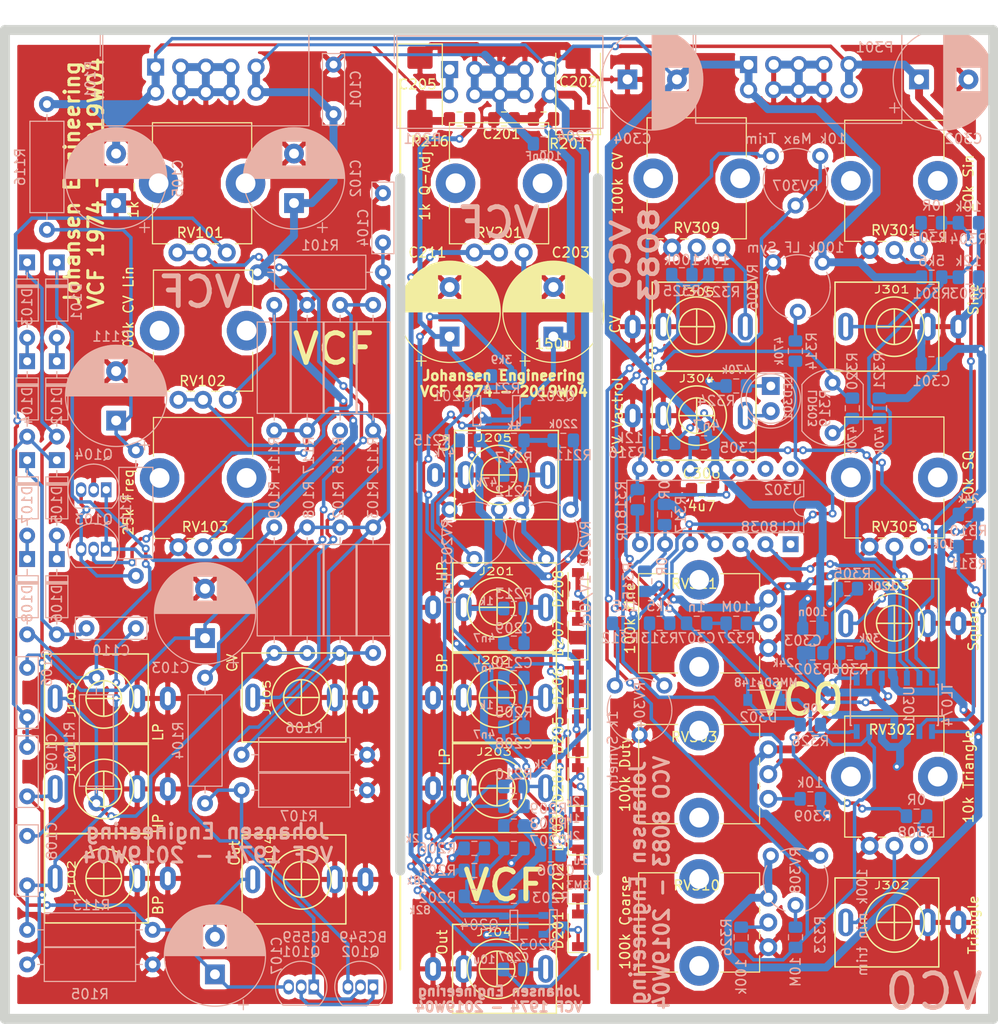
<source format=kicad_pcb>
(kicad_pcb (version 20171130) (host pcbnew "(5.0.2)-1")
  (title_block (title "VCF and VCO") (date 2019-01-26) (rev "Rev A") (company "Johansen Engineering"))
  (layers (0 F.Cu signal) (31 B.Cu signal) (34 B.Paste user hide) (35 F.Paste user hide) (36 B.SilkS user) (37 F.SilkS user) (38 B.Mask user hide) (39 F.Mask user hide) (44 Edge.Cuts user))
  (net 0 "")
  (net 1 GNDA)
  (net 2 +12VA)
  (net 3 VCC)
  (net 4 -12VA)
  (net 5 FilterOut)
  (net 6 "Net-(C107-Pad1)")
  (net 7 Out)
  (net 8 "Net-(C108-Pad1)")
  (net 9 BP)
  (net 10 HP)
  (net 11 "Net-(C110-Pad1)")
  (net 12 "Net-(C111-Pad1)")
  (net 13 "Net-(C207-Pad1)")
  (net 14 "Net-(C208-Pad1)")
  (net 15 "Net-(C210-Pad1)")
  (net 16 "Net-(C211-Pad1)")
  (net 17 "Net-(D101-Pad2)")
  (net 18 "Net-(D101-Pad1)")
  (net 19 "Net-(D103-Pad2)")
  (net 20 "Net-(D105-Pad2)")
  (net 21 "Net-(D107-Pad2)")
  (net 22 "Net-(D108-Pad2)")
  (net 23 "Net-(D201-Pad1)")
  (net 24 "Net-(D201-Pad2)")
  (net 25 "Net-(D203-Pad2)")
  (net 26 "Net-(D205-Pad2)")
  (net 27 "Net-(D207-Pad2)")
  (net 28 "Net-(D208-Pad2)")
  (net 29 LP)
  (net 30 CV)
  (net 31 "Net-(Q101-Pad2)")
  (net 32 "Net-(Q102-Pad3)")
  (net 33 "Net-(Q103-Pad3)")
  (net 34 "Net-(Q103-Pad2)")
  (net 35 "Net-(Q202-Pad2)")
  (net 36 "Net-(Q203-Pad1)")
  (net 37 "Net-(Q203-Pad2)")
  (net 38 "Net-(R102-Pad1)")
  (net 39 "Net-(R104-Pad1)")
  (net 40 "Net-(R111-Pad2)")
  (net 41 "Net-(R115-Pad2)")
  (net 42 "Net-(R202-Pad1)")
  (net 43 "Net-(R204-Pad1)")
  (net 44 "Net-(R211-Pad2)")
  (net 45 "Net-(R215-Pad2)")
  (net 46 "Net-(Q201-Pad1)")
  (net 47 FilterOut2)
  (net 48 Out2)
  (net 49 BP2)
  (net 50 HP2)
  (net 51 LP2)
  (net 52 CV2)
  (net 53 +10V)
  (net 54 "Net-(C305-Pad2)")
  (net 55 "Net-(C307-Pad1)")
  (net 56 "Net-(C307-Pad2)")
  (net 57 "Net-(D301-Pad1)")
  (net 58 CV-Vactrol)
  (net 59 SINE)
  (net 60 Triangle)
  (net 61 Square)
  (net 62 CV-VCO)
  (net 63 "Net-(R301-Pad2)")
  (net 64 "Net-(R302-Pad2)")
  (net 65 "Net-(R304-Pad1)")
  (net 66 "Net-(R306-Pad1)")
  (net 67 "Net-(R307-Pad2)")
  (net 68 "Net-(R308-Pad2)")
  (net 69 "Net-(R309-Pad1)")
  (net 70 "Net-(R310-Pad2)")
  (net 71 "Net-(R311-Pad1)")
  (net 72 "Net-(R312-Pad2)")
  (net 73 "Net-(R312-Pad1)")
  (net 74 "Net-(R313-Pad1)")
  (net 75 "Net-(R313-Pad2)")
  (net 76 "Net-(R314-Pad2)")
  (net 77 "Net-(R315-Pad1)")
  (net 78 "Net-(R316-Pad2)")
  (net 79 "Net-(R318-Pad2)")
  (net 80 "Net-(R319-Pad1)")
  (net 81 "Net-(R322-Pad1)")
  (net 82 "Net-(R323-Pad1)")
  (net 83 "Net-(R325-Pad2)")
  (net 84 "Net-(R326-Pad2)")
  (net 85 "Net-(R327-Pad2)")
  (net 86 "Net-(R328-Pad2)")
  (net 87 "Net-(RV303-Pad2)")
  (net 88 "Net-(U301-Pad3)")
  (net 89 "Net-(U301-Pad5)")
  (module Capacitor_THT:C_Rect_L7.0mm_W2.0mm_P5.00mm (layer B.Cu) (at 83.25 58.5 90)
    (fp_text reference C101 (at 2.5 2.25 90) (layer B.SilkS) (effects (justify mirror)))
    (fp_text value C)
    (pad 2 thru_hole circle (at 5 0 90) (size 1.6 1.6) (drill 0.8) (layers *.Cu *.Mask) (net 1 GNDA))
    (pad 1 thru_hole circle (at 0 0 90) (size 1.6 1.6) (drill 0.8) (layers *.Cu *.Mask) (net 2 +12VA))
  )
  (module Capacitor_THT:CP_Radial_D10.0mm_P5.00mm (layer B.Cu) (at 79.25 67.5 90)
    (fp_text reference C102 (at 2.5 6.25 90) (layer B.SilkS) (effects (justify mirror)))
    (fp_text value CP)
    (pad 2 thru_hole circle (at 5 0 90) (size 2 2) (drill 1) (layers *.Cu *.Mask) (net 1 GNDA))
    (pad 1 thru_hole rect (at 0 0 90) (size 2 2) (drill 1) (layers *.Cu *.Mask) (net 2 +12VA))
  )
  (module Capacitor_THT:CP_Radial_D10.0mm_P5.00mm (layer B.Cu) (at 70.25 111.5 90)
    (fp_text reference C103 (at -3 -3.5 180) (layer B.SilkS) (effects (justify mirror)))
    (fp_text value 150u)
    (pad 2 thru_hole circle (at 5 0 90) (size 2 2) (drill 1) (layers *.Cu *.Mask) (net 1 GNDA))
    (pad 1 thru_hole rect (at 0 0 90) (size 2 2) (drill 1) (layers *.Cu *.Mask) (net 53 +10V))
  )
  (module Capacitor_THT:C_Rect_L7.0mm_W2.0mm_P5.00mm (layer B.Cu) (at 88.25 71.5 90)
    (fp_text reference C104 (at 1.5 -2 90) (layer B.SilkS) (effects (justify mirror)))
    (fp_text value C)
    (pad 1 thru_hole circle (at 0 0 90) (size 1.6 1.6) (drill 0.8) (layers *.Cu *.Mask) (net 53 +10V))
    (pad 2 thru_hole circle (at 5 0 90) (size 1.6 1.6) (drill 0.8) (layers *.Cu *.Mask) (net 1 GNDA))
  )
  (module Capacitor_THT:CP_Radial_D10.0mm_P5.00mm (layer B.Cu) (at 61.25 67.5 90)
    (fp_text reference C105 (at 2.5 6.25 90) (layer B.SilkS) (effects (justify mirror)))
    (fp_text value CP)
    (pad 2 thru_hole circle (at 5 0 90) (size 2 2) (drill 1) (layers *.Cu *.Mask) (net 4 -12VA))
    (pad 1 thru_hole rect (at 0 0 90) (size 2 2) (drill 1) (layers *.Cu *.Mask) (net 1 GNDA))
  )
  (module Capacitor_THT:C_Rect_L7.0mm_W2.0mm_P5.00mm (layer B.Cu) (at 52.25 114.5 270)
    (fp_text reference C106 (at 0 -2 270) (layer B.SilkS) (effects (justify mirror)))
    (fp_text value 1u)
    (pad 1 thru_hole circle (at 0 0 270) (size 1.6 1.6) (drill 0.8) (layers *.Cu *.Mask) (net 53 +10V))
    (pad 2 thru_hole circle (at 5 0 270) (size 1.6 1.6) (drill 0.8) (layers *.Cu *.Mask) (net 5 FilterOut))
  )
  (module Capacitor_THT:CP_Radial_D10.0mm_P3.80mm (layer B.Cu) (at 71.25 145.5 90)
    (fp_text reference C107 (at 1.9 6.25 90) (layer B.SilkS) (effects (justify mirror)))
    (fp_text value 10u)
    (pad 1 thru_hole rect (at 0 0 90) (size 2 2) (drill 1) (layers *.Cu *.Mask) (net 6 "Net-(C107-Pad1)"))
    (pad 2 thru_hole circle (at 3.8 0 90) (size 2 2) (drill 1) (layers *.Cu *.Mask) (net 7 Out))
  )
  (module Capacitor_THT:C_Rect_L7.0mm_W2.0mm_P5.00mm (layer B.Cu) (at 52.25 131.5 270)
    (fp_text reference C108 (at 0.5 -2.5 270) (layer B.SilkS) (effects (justify mirror)))
    (fp_text value 4n7)
    (pad 1 thru_hole circle (at 0 0 270) (size 1.6 1.6) (drill 0.8) (layers *.Cu *.Mask) (net 8 "Net-(C108-Pad1)"))
    (pad 2 thru_hole circle (at 5 0 270) (size 1.6 1.6) (drill 0.8) (layers *.Cu *.Mask) (net 9 BP))
  )
  (module Capacitor_THT:C_Rect_L7.0mm_W2.0mm_P5.00mm (layer B.Cu) (at 52.25 122.5 270)
    (fp_text reference C109 (at 0.5 -2.5 270) (layer B.SilkS) (effects (justify mirror)))
    (fp_text value 4n7)
    (pad 2 thru_hole circle (at 5 0 270) (size 1.6 1.6) (drill 0.8) (layers *.Cu *.Mask) (net 10 HP))
    (pad 1 thru_hole circle (at 0 0 270) (size 1.6 1.6) (drill 0.8) (layers *.Cu *.Mask) (net 5 FilterOut))
  )
  (module Capacitor_THT:C_Rect_L7.0mm_W2.0mm_P5.00mm (layer B.Cu) (at 58.25 110.5)
    (fp_text reference C110 (at 2.5 2.25) (layer B.SilkS) (effects (justify mirror)))
    (fp_text value 4n7)
    (pad 2 thru_hole circle (at 5 0) (size 1.6 1.6) (drill 0.8) (layers *.Cu *.Mask) (net 9 BP))
    (pad 1 thru_hole circle (at 0 0) (size 1.6 1.6) (drill 0.8) (layers *.Cu *.Mask) (net 11 "Net-(C110-Pad1)"))
  )
  (module Capacitor_THT:CP_Radial_D10.0mm_P5.00mm (layer B.Cu) (at 61.25 89.5 90)
    (fp_text reference C111 (at 8.5 -0.5 180) (layer B.SilkS) (effects (justify mirror)))
    (fp_text value 150u)
    (pad 1 thru_hole rect (at 0 0 90) (size 2 2) (drill 1) (layers *.Cu *.Mask) (net 12 "Net-(C111-Pad1)"))
    (pad 2 thru_hole circle (at 5 0 90) (size 2 2) (drill 1) (layers *.Cu *.Mask) (net 1 GNDA))
  )
  (module Diode_THT:D_DO-35_SOD27_P7.62mm_Horizontal (layer B.Cu) (at 55.25 73.5 270)
    (fp_text reference D101 (at 4 -2 270) (layer B.SilkS) (effects (justify mirror)))
    (fp_text value 1N4148)
    (pad 2 thru_hole oval (at 7.62 0 270) (size 1.6 1.6) (drill 0.8) (layers *.Cu *.Mask) (net 17 "Net-(D101-Pad2)"))
    (pad 1 thru_hole rect (at 0 0 270) (size 1.6 1.6) (drill 0.8) (layers *.Cu *.Mask) (net 18 "Net-(D101-Pad1)"))
  )
  (module Diode_THT:D_DO-35_SOD27_P7.62mm_Horizontal (layer B.Cu) (at 55.25 83.5 270)
    (fp_text reference D102 (at 4.5 0 270) (layer B.SilkS) (effects (justify mirror)))
    (fp_text value 1N4148)
    (pad 1 thru_hole rect (at 0 0 270) (size 1.6 1.6) (drill 0.8) (layers *.Cu *.Mask) (net 17 "Net-(D101-Pad2)"))
    (pad 2 thru_hole oval (at 7.62 0 270) (size 1.6 1.6) (drill 0.8) (layers *.Cu *.Mask) (net 8 "Net-(C108-Pad1)"))
  )
  (module Diode_THT:D_DO-35_SOD27_P7.62mm_Horizontal (layer B.Cu) (at 52.25 73.5 270)
    (fp_text reference D103 (at 4.5 0 270) (layer B.SilkS) (effects (justify mirror)))
    (fp_text value 1N4148)
    (pad 2 thru_hole oval (at 7.62 0 270) (size 1.6 1.6) (drill 0.8) (layers *.Cu *.Mask) (net 19 "Net-(D103-Pad2)"))
    (pad 1 thru_hole rect (at 0 0 270) (size 1.6 1.6) (drill 0.8) (layers *.Cu *.Mask) (net 8 "Net-(C108-Pad1)"))
  )
  (module Diode_THT:D_DO-35_SOD27_P7.62mm_Horizontal (layer B.Cu) (at 52.25 83.5 270)
    (fp_text reference D104 (at 4.5 0 270) (layer B.SilkS) (effects (justify mirror)))
    (fp_text value 1N4148)
    (pad 1 thru_hole rect (at 0 0 270) (size 1.6 1.6) (drill 0.8) (layers *.Cu *.Mask) (net 19 "Net-(D103-Pad2)"))
    (pad 2 thru_hole oval (at 7.62 0 270) (size 1.6 1.6) (drill 0.8) (layers *.Cu *.Mask) (net 5 FilterOut))
  )
  (module Diode_THT:D_DO-35_SOD27_P7.62mm_Horizontal (layer B.Cu) (at 55.25 93.5 270)
    (fp_text reference D105 (at 4.5 0 270) (layer B.SilkS) (effects (justify mirror)))
    (fp_text value 1N4148)
    (pad 2 thru_hole oval (at 7.62 0 270) (size 1.6 1.6) (drill 0.8) (layers *.Cu *.Mask) (net 20 "Net-(D105-Pad2)"))
    (pad 1 thru_hole rect (at 0 0 270) (size 1.6 1.6) (drill 0.8) (layers *.Cu *.Mask) (net 5 FilterOut))
  )
  (module Diode_THT:D_DO-35_SOD27_P7.62mm_Horizontal (layer B.Cu) (at 55.25 103.5 270)
    (fp_text reference D106 (at 4.5 0 270) (layer B.SilkS) (effects (justify mirror)))
    (fp_text value 1N4148)
    (pad 1 thru_hole rect (at 0 0 270) (size 1.6 1.6) (drill 0.8) (layers *.Cu *.Mask) (net 20 "Net-(D105-Pad2)"))
    (pad 2 thru_hole oval (at 7.62 0 270) (size 1.6 1.6) (drill 0.8) (layers *.Cu *.Mask) (net 11 "Net-(C110-Pad1)"))
  )
  (module Diode_THT:D_DO-35_SOD27_P7.62mm_Horizontal (layer B.Cu) (at 52.25 93.5 270)
    (fp_text reference D107 (at 4.5 0 270) (layer B.SilkS) (effects (justify mirror)))
    (fp_text value 1N4148)
    (pad 2 thru_hole oval (at 7.62 0 270) (size 1.6 1.6) (drill 0.8) (layers *.Cu *.Mask) (net 21 "Net-(D107-Pad2)"))
    (pad 1 thru_hole rect (at 0 0 270) (size 1.6 1.6) (drill 0.8) (layers *.Cu *.Mask) (net 11 "Net-(C110-Pad1)"))
  )
  (module Diode_THT:D_DO-35_SOD27_P7.62mm_Horizontal (layer B.Cu) (at 52.25 103.5 270)
    (fp_text reference D108 (at 4.5 0 270) (layer B.SilkS) (effects (justify mirror)))
    (fp_text value 1N4148)
    (pad 1 thru_hole rect (at 0 0 270) (size 1.6 1.6) (drill 0.8) (layers *.Cu *.Mask) (net 21 "Net-(D107-Pad2)"))
    (pad 2 thru_hole oval (at 7.62 0 270) (size 1.6 1.6) (drill 0.8) (layers *.Cu *.Mask) (net 22 "Net-(D108-Pad2)"))
  )
  (module Diode_SMD:D_SOD-123 (layer F.Cu) (at 107.986181 141.045825 90)
    (fp_text reference D201 (at 0 -2 90) (layer F.SilkS))
    (fp_text value MMSD4148)
    (pad 1 smd rect (at -1.65 0 90) (size 0.9 1.2) (layers F.Cu F.Paste F.Mask) (net 23 "Net-(D201-Pad1)"))
    (pad 2 smd rect (at 1.65 0 90) (size 0.9 1.2) (layers F.Cu F.Paste F.Mask) (net 24 "Net-(D201-Pad2)"))
  )
  (module Diode_SMD:D_SOD-123 (layer F.Cu) (at 107.986181 136.113441 90)
    (fp_text reference D202 (at 0 -2 90) (layer F.SilkS))
    (fp_text value MMSD4148)
    (pad 2 smd rect (at 1.65 0 90) (size 0.9 1.2) (layers F.Cu F.Paste F.Mask) (net 14 "Net-(C208-Pad1)"))
    (pad 1 smd rect (at -1.65 0 90) (size 0.9 1.2) (layers F.Cu F.Paste F.Mask) (net 24 "Net-(D201-Pad2)"))
  )
  (module Diode_SMD:D_SOD-123 (layer F.Cu) (at 107.986181 131.181057 90)
    (fp_text reference D203 (at 0 -2 90) (layer F.SilkS))
    (fp_text value MMSD4148)
    (pad 1 smd rect (at -1.65 0 90) (size 0.9 1.2) (layers F.Cu F.Paste F.Mask) (net 14 "Net-(C208-Pad1)"))
    (pad 2 smd rect (at 1.65 0 90) (size 0.9 1.2) (layers F.Cu F.Paste F.Mask) (net 25 "Net-(D203-Pad2)"))
  )
  (module Diode_SMD:D_SOD-123 (layer F.Cu) (at 107.986181 126.248673 90)
    (fp_text reference D204 (at 0 -2 90) (layer F.SilkS))
    (fp_text value MMSD4148)
    (pad 2 smd rect (at 1.65 0 90) (size 0.9 1.2) (layers F.Cu F.Paste F.Mask) (net 47 FilterOut2))
    (pad 1 smd rect (at -1.65 0 90) (size 0.9 1.2) (layers F.Cu F.Paste F.Mask) (net 25 "Net-(D203-Pad2)"))
  )
  (module Diode_SMD:D_SOD-123 (layer F.Cu) (at 107.986181 121.316289 90)
    (fp_text reference D205 (at 0 -2 90) (layer F.SilkS))
    (fp_text value MMSD4148)
    (pad 1 smd rect (at -1.65 0 90) (size 0.9 1.2) (layers F.Cu F.Paste F.Mask) (net 47 FilterOut2))
    (pad 2 smd rect (at 1.65 0 90) (size 0.9 1.2) (layers F.Cu F.Paste F.Mask) (net 26 "Net-(D205-Pad2)"))
  )
  (module Diode_SMD:D_SOD-123 (layer F.Cu) (at 107.986181 116.383905 90)
    (fp_text reference D206 (at 0 -2 90) (layer F.SilkS))
    (fp_text value MMSD4148)
    (pad 2 smd rect (at 1.65 0 90) (size 0.9 1.2) (layers F.Cu F.Paste F.Mask) (net 15 "Net-(C210-Pad1)"))
    (pad 1 smd rect (at -1.65 0 90) (size 0.9 1.2) (layers F.Cu F.Paste F.Mask) (net 26 "Net-(D205-Pad2)"))
  )
  (module Diode_SMD:D_SOD-123 (layer F.Cu) (at 107.986181 111.451521 90)
    (fp_text reference D207 (at 0 -2 90) (layer F.SilkS))
    (fp_text value MMSD4148)
    (pad 1 smd rect (at -1.65 0 90) (size 0.9 1.2) (layers F.Cu F.Paste F.Mask) (net 15 "Net-(C210-Pad1)"))
    (pad 2 smd rect (at 1.65 0 90) (size 0.9 1.2) (layers F.Cu F.Paste F.Mask) (net 27 "Net-(D207-Pad2)"))
  )
  (module Diode_SMD:D_SOD-123 (layer F.Cu) (at 107.986181 106.519137 90)
    (fp_text reference D208 (at 0 -2 90) (layer F.SilkS))
    (fp_text value MMSD4148)
    (pad 2 smd rect (at 1.65 0 90) (size 0.9 1.2) (layers F.Cu F.Paste F.Mask) (net 28 "Net-(D208-Pad2)"))
    (pad 1 smd rect (at -1.65 0 90) (size 0.9 1.2) (layers F.Cu F.Paste F.Mask) (net 27 "Net-(D207-Pad2)"))
  )
  (module AJ-Dropbox-Kicad:PJ301SM (layer F.Cu) (at 60 126.75 90)
    (fp_text reference J101 (at 2.75 -3.25 90) (layer F.SilkS) (effects (font (size 0.75 1) (thickness 0.125))))
    (fp_text value HP (at -3.5 5.5 90) (layer F.SilkS))
    (pad T thru_hole oval (at 0 -4.92 90) (size 2.8 1.5) (drill oval 2.1 0.5) (layers *.Cu *.Mask) (net 10 HP))
    (pad S thru_hole oval (at 0 6.48 90) (size 2.4 1.6) (drill oval 1.4 0.6) (layers *.Cu *.Mask) (net 1 GNDA))
    (pad TN thru_hole oval (at 0 3.38 90) (size 2.8 1.6) (drill oval 2 0.6) (layers *.Cu *.Mask) (net 1 GNDA))
  )
  (module AJ-Dropbox-Kicad:PJ301SM (layer F.Cu) (at 60 135.8 90)
    (fp_text reference J102 (at 0.05 -3.25 90) (layer F.SilkS) (effects (font (size 0.75 1) (thickness 0.125))))
    (fp_text value BP (at -2.7 5.5 90) (layer F.SilkS))
    (pad TN thru_hole oval (at 0 3.38 90) (size 2.8 1.6) (drill oval 2 0.6) (layers *.Cu *.Mask) (net 1 GNDA))
    (pad S thru_hole oval (at 0 6.48 90) (size 2.4 1.6) (drill oval 1.4 0.6) (layers *.Cu *.Mask) (net 1 GNDA))
    (pad T thru_hole oval (at 0 -4.92 90) (size 2.8 1.5) (drill oval 2.1 0.5) (layers *.Cu *.Mask) (net 9 BP))
  )
  (module AJ-Dropbox-Kicad:PJ301SM (layer F.Cu) (at 60 117.6 90)
    (fp_text reference J103 (at -0.15 -3.25 90) (layer F.SilkS) (effects (font (size 0.75 1) (thickness 0.125))))
    (fp_text value LP (at -3.4 5.5 90) (layer F.SilkS))
    (pad TN thru_hole oval (at 0 3.38 90) (size 2.8 1.6) (drill oval 2 0.6) (layers *.Cu *.Mask) (net 1 GNDA))
    (pad S thru_hole oval (at 0 6.48 90) (size 2.4 1.6) (drill oval 1.4 0.6) (layers *.Cu *.Mask) (net 1 GNDA))
    (pad T thru_hole oval (at 0 -4.92 90) (size 2.8 1.5) (drill oval 2.1 0.5) (layers *.Cu *.Mask) (net 29 LP))
  )
  (module AJ-Dropbox-Kicad:PJ301SM (layer F.Cu) (at 80 135.9 90)
    (fp_text reference J104 (at 2.65 -3.25 90) (layer F.SilkS) (effects (font (size 0.75 1) (thickness 0.125))))
    (fp_text value Out (at 2.65 -6.75 90) (layer F.SilkS))
    (pad TN thru_hole oval (at 0 3.38 90) (size 2.8 1.6) (drill oval 2 0.6) (layers *.Cu *.Mask) (net 1 GNDA))
    (pad S thru_hole oval (at 0 6.48 90) (size 2.4 1.6) (drill oval 1.4 0.6) (layers *.Cu *.Mask) (net 1 GNDA))
    (pad T thru_hole oval (at 0 -4.92 90) (size 2.8 1.5) (drill oval 2.1 0.5) (layers *.Cu *.Mask) (net 7 Out))
  )
  (module AJ-Dropbox-Kicad:PJ301SM (layer F.Cu) (at 80 117.5 90)
    (fp_text reference J105 (at 0 -3.5 90) (layer F.SilkS) (effects (font (size 0.75 1) (thickness 0.125))))
    (fp_text value CV (at 3.5 -7 90) (layer F.SilkS))
    (pad T thru_hole oval (at 0 -4.92 90) (size 2.8 1.5) (drill oval 2.1 0.5) (layers *.Cu *.Mask) (net 30 CV))
    (pad S thru_hole oval (at 0 6.48 90) (size 2.4 1.6) (drill oval 1.4 0.6) (layers *.Cu *.Mask) (net 1 GNDA))
    (pad TN thru_hole oval (at 0 3.38 90) (size 2.8 1.6) (drill oval 2 0.6) (layers *.Cu *.Mask) (net 1 GNDA))
  )
  (module AJ-Dropbox-Kicad:PJ301SM (layer F.Cu) (at 99.800341 108.385056 270)
    (fp_text reference J201 (at -3.635056 0.050341) (layer F.SilkS) (effects (font (size 0.75 1) (thickness 0.125))))
    (fp_text value HP (at -3.635056 5.550341 270) (layer F.SilkS))
    (pad T thru_hole oval (at 0 -4.92 270) (size 2.8 1.5) (drill oval 2.1 0.5) (layers *.Cu *.Mask) (net 50 HP2))
    (pad S thru_hole oval (at 0 6.48 270) (size 2.4 1.6) (drill oval 1.4 0.6) (layers *.Cu *.Mask) (net 1 GNDA))
    (pad TN thru_hole oval (at 0 3.38 270) (size 2.8 1.6) (drill oval 2 0.6) (layers *.Cu *.Mask) (net 1 GNDA))
  )
  (module AJ-Dropbox-Kicad:PJ301SM (layer F.Cu) (at 99.800341 117.525797 270)
    (fp_text reference J202 (at -3.775797 0.550341) (layer F.SilkS) (effects (font (size 0.75 1) (thickness 0.125))))
    (fp_text value BP (at -3.525797 5.550341 270) (layer F.SilkS))
    (pad TN thru_hole oval (at 0 3.38 270) (size 2.8 1.6) (drill oval 2 0.6) (layers *.Cu *.Mask) (net 1 GNDA))
    (pad S thru_hole oval (at 0 6.48 270) (size 2.4 1.6) (drill oval 1.4 0.6) (layers *.Cu *.Mask) (net 1 GNDA))
    (pad T thru_hole oval (at 0 -4.92 270) (size 2.8 1.5) (drill oval 2.1 0.5) (layers *.Cu *.Mask) (net 49 BP2))
  )
  (module AJ-Dropbox-Kicad:PJ301SM (layer F.Cu) (at 99.800341 126.666538 270)
    (fp_text reference J203 (at -3.666538 0.300341) (layer F.SilkS) (effects (font (size 0.75 1) (thickness 0.125))))
    (fp_text value LP (at -3.166538 5.300341 270) (layer F.SilkS))
    (pad T thru_hole oval (at 0 -4.92 270) (size 2.8 1.5) (drill oval 2.1 0.5) (layers *.Cu *.Mask) (net 51 LP2))
    (pad S thru_hole oval (at 0 6.48 270) (size 2.4 1.6) (drill oval 1.4 0.6) (layers *.Cu *.Mask) (net 1 GNDA))
    (pad TN thru_hole oval (at 0 3.38 270) (size 2.8 1.6) (drill oval 2 0.6) (layers *.Cu *.Mask) (net 1 GNDA))
  )
  (module AJ-Dropbox-Kicad:PJ301SM (layer F.Cu) (at 99.800341 144.94802 270)
    (fp_text reference J204 (at -3.69802 0.300341) (layer F.SilkS) (effects (font (size 0.75 1) (thickness 0.125))))
    (fp_text value Out (at -2.69802 5.550341 270) (layer F.SilkS))
    (pad TN thru_hole oval (at 0 3.38 270) (size 2.8 1.6) (drill oval 2 0.6) (layers *.Cu *.Mask) (net 1 GNDA))
    (pad S thru_hole oval (at 0 6.48 270) (size 2.4 1.6) (drill oval 1.4 0.6) (layers *.Cu *.Mask) (net 1 GNDA))
    (pad T thru_hole oval (at 0 -4.92 270) (size 2.8 1.5) (drill oval 2.1 0.5) (layers *.Cu *.Mask) (net 48 Out2))
  )
  (module AJ-Dropbox-Kicad:PJ301SM (layer F.Cu) (at 100 95 270)
    (fp_text reference J205 (at -3.75 0.5) (layer F.SilkS) (effects (font (size 0.75 1) (thickness 0.125))))
    (fp_text value CV (at -3.25 5.5 270) (layer F.SilkS))
    (pad T thru_hole oval (at 0 -4.92 270) (size 2.8 1.5) (drill oval 2.1 0.5) (layers *.Cu *.Mask) (net 52 CV2))
    (pad S thru_hole oval (at 0 6.48 270) (size 2.4 1.6) (drill oval 1.4 0.6) (layers *.Cu *.Mask) (net 1 GNDA))
    (pad TN thru_hole oval (at 0 3.38 270) (size 2.8 1.6) (drill oval 2 0.6) (layers *.Cu *.Mask) (net 1 GNDA))
  )
  (module Connectors_IDC:IDC-Header_2x05_Pitch2.54mm_Straight (layer B.Cu) (at 65.25 53.75 270)
    (fp_text reference P101 (at 1.27 6.604 270) (layer B.SilkS) (effects (justify mirror)))
    (fp_text value Doepfer_Power_10pin)
    (pad 1 thru_hole rect (at 0 0 270) (size 1.7272 1.7272) (drill 1.016) (layers *.Cu *.Mask) (net 4 -12VA))
    (pad 2 thru_hole oval (at 2.54 0 270) (size 1.7272 1.7272) (drill 1.016) (layers *.Cu *.Mask) (net 4 -12VA))
    (pad 3 thru_hole oval (at 0 -2.54 270) (size 1.7272 1.7272) (drill 1.016) (layers *.Cu *.Mask) (net 1 GNDA))
    (pad 4 thru_hole oval (at 2.54 -2.54 270) (size 1.7272 1.7272) (drill 1.016) (layers *.Cu *.Mask) (net 1 GNDA))
    (pad 5 thru_hole oval (at 0 -5.08 270) (size 1.7272 1.7272) (drill 1.016) (layers *.Cu *.Mask) (net 1 GNDA))
    (pad 6 thru_hole oval (at 2.54 -5.08 270) (size 1.7272 1.7272) (drill 1.016) (layers *.Cu *.Mask) (net 1 GNDA))
    (pad 7 thru_hole oval (at 0 -7.62 270) (size 1.7272 1.7272) (drill 1.016) (layers *.Cu *.Mask) (net 1 GNDA))
    (pad 8 thru_hole oval (at 2.54 -7.62 270) (size 1.7272 1.7272) (drill 1.016) (layers *.Cu *.Mask) (net 1 GNDA))
    (pad 9 thru_hole oval (at 0 -10.16 270) (size 1.7272 1.7272) (drill 1.016) (layers *.Cu *.Mask) (net 2 +12VA))
    (pad 10 thru_hole oval (at 2.54 -10.16 270) (size 1.7272 1.7272) (drill 1.016) (layers *.Cu *.Mask) (net 2 +12VA))
  )
  (module Connectors_IDC:IDC-Header_2x05_Pitch2.54mm_Straight (layer B.Cu) (at 95 54 270)
    (fp_text reference P201 (at 7 2.75) (layer B.SilkS) (effects (justify mirror)))
    (fp_text value Doepfer_Power_10pin)
    (pad 10 thru_hole oval (at 2.54 -10.16 270) (size 1.7272 1.7272) (drill 1.016) (layers *.Cu *.Mask) (net 2 +12VA))
    (pad 9 thru_hole oval (at 0 -10.16 270) (size 1.7272 1.7272) (drill 1.016) (layers *.Cu *.Mask) (net 2 +12VA))
    (pad 8 thru_hole oval (at 2.54 -7.62 270) (size 1.7272 1.7272) (drill 1.016) (layers *.Cu *.Mask) (net 1 GNDA))
    (pad 7 thru_hole oval (at 0 -7.62 270) (size 1.7272 1.7272) (drill 1.016) (layers *.Cu *.Mask) (net 1 GNDA))
    (pad 6 thru_hole oval (at 2.54 -5.08 270) (size 1.7272 1.7272) (drill 1.016) (layers *.Cu *.Mask) (net 1 GNDA))
    (pad 5 thru_hole oval (at 0 -5.08 270) (size 1.7272 1.7272) (drill 1.016) (layers *.Cu *.Mask) (net 1 GNDA))
    (pad 4 thru_hole oval (at 2.54 -2.54 270) (size 1.7272 1.7272) (drill 1.016) (layers *.Cu *.Mask) (net 1 GNDA))
    (pad 3 thru_hole oval (at 0 -2.54 270) (size 1.7272 1.7272) (drill 1.016) (layers *.Cu *.Mask) (net 1 GNDA))
    (pad 2 thru_hole oval (at 2.54 0 270) (size 1.7272 1.7272) (drill 1.016) (layers *.Cu *.Mask) (net 4 -12VA))
    (pad 1 thru_hole rect (at 0 0 270) (size 1.7272 1.7272) (drill 1.016) (layers *.Cu *.Mask) (net 4 -12VA))
  )
  (module Package_TO_SOT_THT:TO-92_Inline (layer B.Cu) (at 81.25 146.776322 180)
    (fp_text reference Q101 (at 1.27 3.56 180) (layer B.SilkS) (effects (justify mirror)))
    (fp_text value BC559 (at 0.75 5.026322 180) (layer B.SilkS) (effects (justify mirror)))
    (pad 2 thru_hole oval (at 1.27 0 180) (size 1.05 1.5) (drill 0.75) (layers *.Cu *.Mask) (net 31 "Net-(Q101-Pad2)"))
    (pad 3 thru_hole oval (at 2.54 0 180) (size 1.05 1.5) (drill 0.75) (layers *.Cu *.Mask) (net 6 "Net-(C107-Pad1)"))
    (pad 1 thru_hole rect (at 0 0 180) (size 1.05 1.5) (drill 0.75) (layers *.Cu *.Mask) (net 53 +10V))
  )
  (module Package_TO_SOT_THT:TO-92_Inline (layer B.Cu) (at 87.25 146.776322 180)
    (fp_text reference Q102 (at 1.27 3.56 180) (layer B.SilkS) (effects (justify mirror)))
    (fp_text value BC549 (at 1 5.026322 180) (layer B.SilkS) (effects (justify mirror)))
    (pad 1 thru_hole rect (at 0 0 180) (size 1.05 1.5) (drill 0.75) (layers *.Cu *.Mask) (net 31 "Net-(Q101-Pad2)"))
    (pad 3 thru_hole oval (at 2.54 0 180) (size 1.05 1.5) (drill 0.75) (layers *.Cu *.Mask) (net 32 "Net-(Q102-Pad3)"))
    (pad 2 thru_hole oval (at 1.27 0 180) (size 1.05 1.5) (drill 0.75) (layers *.Cu *.Mask) (net 53 +10V))
  )
  (module Package_TO_SOT_THT:TO-92_Inline (layer B.Cu) (at 60.25 102.5 180)
    (fp_text reference Q103 (at 1.27 3 180) (layer B.SilkS) (effects (justify mirror)))
    (fp_text value BC549)
    (pad 1 thru_hole rect (at 0 0 180) (size 1.05 1.5) (drill 0.75) (layers *.Cu *.Mask) (net 18 "Net-(D101-Pad1)"))
    (pad 3 thru_hole oval (at 2.54 0 180) (size 1.05 1.5) (drill 0.75) (layers *.Cu *.Mask) (net 33 "Net-(Q103-Pad3)"))
    (pad 2 thru_hole oval (at 1.27 0 180) (size 1.05 1.5) (drill 0.75) (layers *.Cu *.Mask) (net 34 "Net-(Q103-Pad2)"))
  )
  (module Package_TO_SOT_THT:TO-92_Inline (layer B.Cu) (at 60.25 96.5 180)
    (fp_text reference Q104 (at 1.27 3.56 180) (layer B.SilkS) (effects (justify mirror)))
    (fp_text value BC549)
    (pad 2 thru_hole oval (at 1.27 0 180) (size 1.05 1.5) (drill 0.75) (layers *.Cu *.Mask) (net 1 GNDA))
    (pad 3 thru_hole oval (at 2.54 0 180) (size 1.05 1.5) (drill 0.75) (layers *.Cu *.Mask) (net 33 "Net-(Q103-Pad3)"))
    (pad 1 thru_hole rect (at 0 0 180) (size 1.05 1.5) (drill 0.75) (layers *.Cu *.Mask) (net 22 "Net-(D108-Pad2)"))
  )
  (module Active:SOT-23-3 (layer B.Cu) (at 97.75 88.5 180)
    (fp_text reference Q201 (at 2.5 1.5 180) (layer B.SilkS) (effects (font (size 1.016 1.016) (thickness 0.127)) (justify mirror)))
    (fp_text value MMBT2907A hide)
    (pad 3 smd rect (at 1 0 270) (size 0.7 1) (layers B.Cu B.Paste B.Mask) (net 13 "Net-(C207-Pad1)"))
    (pad 2 smd rect (at -1 -0.95 270) (size 0.7 1) (layers B.Cu B.Paste B.Mask) (net 3 VCC))
    (pad 1 smd rect (at -1 0.95 270) (size 0.7 1) (layers B.Cu B.Paste B.Mask) (net 46 "Net-(Q201-Pad1)"))
  )
  (module Active:SOT-23-3 (layer B.Cu) (at 101.75 88.5 180)
    (fp_text reference Q202 (at -4 1.5 180) (layer B.SilkS) (effects (font (size 1.016 1.016) (thickness 0.127)) (justify mirror)))
    (fp_text value MMBT2222A hide)
    (pad 3 smd rect (at 1 0 270) (size 0.7 1) (layers B.Cu B.Paste B.Mask) (net 46 "Net-(Q201-Pad1)"))
    (pad 2 smd rect (at -1 -0.95 270) (size 0.7 1) (layers B.Cu B.Paste B.Mask) (net 35 "Net-(Q202-Pad2)"))
    (pad 1 smd rect (at -1 0.95 270) (size 0.7 1) (layers B.Cu B.Paste B.Mask) (net 3 VCC))
  )
  (module Active:SOT-23-3 (layer B.Cu) (at 105.5 140.5)
    (fp_text reference Q203 (at -1.5 2) (layer B.SilkS) (effects (font (size 1.016 1.016) (thickness 0.127)) (justify mirror)))
    (fp_text value MMBT2222A hide)
    (pad 1 smd rect (at -1 0.95 90) (size 0.7 1) (layers B.Cu B.Paste B.Mask) (net 36 "Net-(Q203-Pad1)"))
    (pad 2 smd rect (at -1 -0.95 90) (size 0.7 1) (layers B.Cu B.Paste B.Mask) (net 37 "Net-(Q203-Pad2)"))
    (pad 3 smd rect (at 1 0 90) (size 0.7 1) (layers B.Cu B.Paste B.Mask) (net 23 "Net-(D201-Pad1)"))
  )
  (module Active:SOT-23-3 (layer B.Cu) (at 101.5 140.55)
    (fp_text reference Q204 (at -3.5 -0.05) (layer B.SilkS) (effects (font (size 1.016 1.016) (thickness 0.127)) (justify mirror)))
    (fp_text value MMBT2222A hide)
    (pad 1 smd rect (at -1 0.95 90) (size 0.7 1) (layers B.Cu B.Paste B.Mask) (net 1 GNDA))
    (pad 2 smd rect (at -1 -0.95 90) (size 0.7 1) (layers B.Cu B.Paste B.Mask) (net 37 "Net-(Q203-Pad2)"))
    (pad 3 smd rect (at 1 0 90) (size 0.7 1) (layers B.Cu B.Paste B.Mask) (net 28 "Net-(D208-Pad2)"))
  )
  (module Resistor_THT:R_Axial_DIN0309_L9.0mm_D3.2mm_P12.70mm_Horizontal (layer B.Cu) (at 88.25 74.5 180)
    (fp_text reference R101 (at 6.35 2.72 180) (layer B.SilkS) (effects (justify mirror)))
    (fp_text value 360)
    (pad 1 thru_hole circle (at 0 0 180) (size 1.6 1.6) (drill 0.8) (layers *.Cu *.Mask) (net 53 +10V))
    (pad 2 thru_hole oval (at 12.7 0 180) (size 1.6 1.6) (drill 0.8) (layers *.Cu *.Mask) (net 2 +12VA))
  )
  (module Resistor_THT:R_Axial_DIN0309_L9.0mm_D3.2mm_P12.70mm_Horizontal (layer B.Cu) (at 83.916666 113 90)
    (fp_text reference R102 (at 15.5 -0.166666 90) (layer B.SilkS) (effects (justify mirror)))
    (fp_text value 82k)
    (pad 2 thru_hole oval (at 12.7 0 90) (size 1.6 1.6) (drill 0.8) (layers *.Cu *.Mask) (net 53 +10V))
    (pad 1 thru_hole circle (at 0 0 90) (size 1.6 1.6) (drill 0.8) (layers *.Cu *.Mask) (net 38 "Net-(R102-Pad1)"))
  )
  (module Resistor_THT:R_Axial_DIN0309_L9.0mm_D3.2mm_P12.70mm_Horizontal (layer B.Cu) (at 87.249999 113 90)
    (fp_text reference R103 (at 15.5 0.000001 90) (layer B.SilkS) (effects (justify mirror)))
    (fp_text value 3M3)
    (pad 1 thru_hole circle (at 0 0 90) (size 1.6 1.6) (drill 0.8) (layers *.Cu *.Mask) (net 38 "Net-(R102-Pad1)"))
    (pad 2 thru_hole oval (at 12.7 0 90) (size 1.6 1.6) (drill 0.8) (layers *.Cu *.Mask) (net 53 +10V))
  )
  (module Resistor_THT:R_Axial_DIN0309_L9.0mm_D3.2mm_P12.70mm_Horizontal (layer B.Cu) (at 70.25 115.5 270)
    (fp_text reference R104 (at 6.35 2.72 270) (layer B.SilkS) (effects (justify mirror)))
    (fp_text value 18k)
    (pad 1 thru_hole circle (at 0 0 270) (size 1.6 1.6) (drill 0.8) (layers *.Cu *.Mask) (net 39 "Net-(R104-Pad1)"))
    (pad 2 thru_hole oval (at 12.7 0 270) (size 1.6 1.6) (drill 0.8) (layers *.Cu *.Mask) (net 32 "Net-(Q102-Pad3)"))
  )
  (module Resistor_THT:R_Axial_DIN0309_L9.0mm_D3.2mm_P12.70mm_Horizontal (layer B.Cu) (at 52.25 141)
    (fp_text reference R105 (at 6.35 6.5) (layer B.SilkS) (effects (justify mirror)))
    (fp_text value 1k)
    (pad 2 thru_hole oval (at 12.7 0) (size 1.6 1.6) (drill 0.8) (layers *.Cu *.Mask) (net 6 "Net-(C107-Pad1)"))
    (pad 1 thru_hole circle (at 0 0) (size 1.6 1.6) (drill 0.8) (layers *.Cu *.Mask) (net 9 BP))
  )
  (module Resistor_THT:R_Axial_DIN0309_L9.0mm_D3.2mm_P12.70mm_Horizontal (layer B.Cu) (at 86.644883 123.290562 180)
    (fp_text reference R106 (at 6.35 2.72 180) (layer B.SilkS) (effects (justify mirror)))
    (fp_text value 2k)
    (pad 1 thru_hole circle (at 0 0 180) (size 1.6 1.6) (drill 0.8) (layers *.Cu *.Mask) (net 1 GNDA))
    (pad 2 thru_hole oval (at 12.7 0 180) (size 1.6 1.6) (drill 0.8) (layers *.Cu *.Mask) (net 38 "Net-(R102-Pad1)"))
  )
  (module Resistor_THT:R_Axial_DIN0309_L9.0mm_D3.2mm_P12.70mm_Horizontal (layer B.Cu) (at 86.644883 126.873222 180)
    (fp_text reference R107 (at 6.894883 -2.626778 180) (layer B.SilkS) (effects (justify mirror)))
    (fp_text value 2k)
    (pad 2 thru_hole oval (at 12.7 0 180) (size 1.6 1.6) (drill 0.8) (layers *.Cu *.Mask) (net 32 "Net-(Q102-Pad3)"))
    (pad 1 thru_hole circle (at 0 0 180) (size 1.6 1.6) (drill 0.8) (layers *.Cu *.Mask) (net 1 GNDA))
  )
  (module Resistor_THT:R_Axial_DIN0309_L9.0mm_D3.2mm_P12.70mm_Horizontal (layer B.Cu) (at 80.583333 113 90)
    (fp_text reference R108 (at 15.5 0.166667 90) (layer B.SilkS) (effects (justify mirror)))
    (fp_text value 1k)
    (pad 2 thru_hole oval (at 12.7 0 90) (size 1.6 1.6) (drill 0.8) (layers *.Cu *.Mask) (net 53 +10V))
    (pad 1 thru_hole circle (at 0 0 90) (size 1.6 1.6) (drill 0.8) (layers *.Cu *.Mask) (net 29 LP))
  )
  (module Resistor_THT:R_Axial_DIN0309_L9.0mm_D3.2mm_P12.70mm_Horizontal (layer B.Cu) (at 77.25 100.3 270)
    (fp_text reference R109 (at -2.8 0 270) (layer B.SilkS) (effects (justify mirror)))
    (fp_text value 2k)
    (pad 2 thru_hole oval (at 12.7 0 270) (size 1.6 1.6) (drill 0.8) (layers *.Cu *.Mask) (net 29 LP))
    (pad 1 thru_hole circle (at 0 0 270) (size 1.6 1.6) (drill 0.8) (layers *.Cu *.Mask) (net 18 "Net-(D101-Pad1)"))
  )
  (module Resistor_THT:R_Axial_DIN0309_L9.0mm_D3.2mm_P12.70mm_Horizontal (layer B.Cu) (at 59.25 115.5 270)
    (fp_text reference R110 (at 6.35 2.72 270) (layer B.SilkS) (effects (justify mirror)))
    (fp_text value 2k)
    (pad 1 thru_hole circle (at 0 0 270) (size 1.6 1.6) (drill 0.8) (layers *.Cu *.Mask) (net 22 "Net-(D108-Pad2)"))
    (pad 2 thru_hole oval (at 12.7 0 270) (size 1.6 1.6) (drill 0.8) (layers *.Cu *.Mask) (net 29 LP))
  )
  (module Resistor_THT:R_Axial_DIN0309_L9.0mm_D3.2mm_P12.70mm_Horizontal (layer B.Cu) (at 77.25 90.5 90)
    (fp_text reference R111 (at -2.5 0 90) (layer B.SilkS) (effects (justify mirror)))
    (fp_text value 220k)
    (pad 1 thru_hole circle (at 0 0 90) (size 1.6 1.6) (drill 0.8) (layers *.Cu *.Mask) (net 34 "Net-(Q103-Pad2)"))
    (pad 2 thru_hole oval (at 12.7 0 90) (size 1.6 1.6) (drill 0.8) (layers *.Cu *.Mask) (net 40 "Net-(R111-Pad2)"))
  )
  (module Resistor_THT:R_Axial_DIN0309_L9.0mm_D3.2mm_P12.70mm_Horizontal (layer B.Cu) (at 87.249999 77.8 270)
    (fp_text reference R112 (at 15.2 -0.000001 270) (layer B.SilkS) (effects (justify mirror)))
    (fp_text value 47k)
    (pad 1 thru_hole circle (at 0 0 270) (size 1.6 1.6) (drill 0.8) (layers *.Cu *.Mask) (net 34 "Net-(Q103-Pad2)"))
    (pad 2 thru_hole oval (at 12.7 0 270) (size 1.6 1.6) (drill 0.8) (layers *.Cu *.Mask) (net 30 CV))
  )
  (module Resistor_THT:R_Axial_DIN0309_L9.0mm_D3.2mm_P12.70mm_Horizontal (layer B.Cu) (at 64.95 144.5 180)
    (fp_text reference R113 (at 6.2 6 180) (layer B.SilkS) (effects (justify mirror)))
    (fp_text value 1k)
    (pad 2 thru_hole oval (at 12.7 0 180) (size 1.6 1.6) (drill 0.8) (layers *.Cu *.Mask) (net 10 HP))
    (pad 1 thru_hole circle (at 0 0 180) (size 1.6 1.6) (drill 0.8) (layers *.Cu *.Mask) (net 1 GNDA))
  )
  (module Resistor_THT:R_Axial_DIN0309_L9.0mm_D3.2mm_P12.70mm_Horizontal (layer B.Cu) (at 63.25 92.5 270)
    (fp_text reference R114 (at 6.35 1 270) (layer B.SilkS) (effects (justify mirror)))
    (fp_text value 3k9)
    (pad 2 thru_hole oval (at 12.7 0 270) (size 1.6 1.6) (drill 0.8) (layers *.Cu *.Mask) (net 33 "Net-(Q103-Pad3)"))
    (pad 1 thru_hole circle (at 0 0 270) (size 1.6 1.6) (drill 0.8) (layers *.Cu *.Mask) (net 12 "Net-(C111-Pad1)"))
  )
  (module Resistor_THT:R_Axial_DIN0309_L9.0mm_D3.2mm_P12.70mm_Horizontal (layer B.Cu) (at 83.916666 77.8 270)
    (fp_text reference R115 (at 15.2 0.166666 270) (layer B.SilkS) (effects (justify mirror)))
    (fp_text value 47k)
    (pad 1 thru_hole circle (at 0 0 270) (size 1.6 1.6) (drill 0.8) (layers *.Cu *.Mask) (net 34 "Net-(Q103-Pad2)"))
    (pad 2 thru_hole oval (at 12.7 0 270) (size 1.6 1.6) (drill 0.8) (layers *.Cu *.Mask) (net 41 "Net-(R115-Pad2)"))
  )
  (module Resistor_THT:R_Axial_DIN0309_L9.0mm_D3.2mm_P12.70mm_Horizontal (layer B.Cu) (at 54.25 57.5 270)
    (fp_text reference R116 (at 6.35 2.72 270) (layer B.SilkS) (effects (justify mirror)))
    (fp_text value 82)
    (pad 1 thru_hole circle (at 0 0 270) (size 1.6 1.6) (drill 0.8) (layers *.Cu *.Mask) (net 4 -12VA))
    (pad 2 thru_hole oval (at 12.7 0 270) (size 1.6 1.6) (drill 0.8) (layers *.Cu *.Mask) (net 12 "Net-(C111-Pad1)"))
  )
  (module Resistor_THT:R_Axial_DIN0309_L9.0mm_D3.2mm_P12.70mm_Horizontal (layer B.Cu) (at 80.583333 77.8 270)
    (fp_text reference R117 (at 15.2 -0.166667 270) (layer B.SilkS) (effects (justify mirror)))
    (fp_text value 1k)
    (pad 2 thru_hole oval (at 12.7 0 270) (size 1.6 1.6) (drill 0.8) (layers *.Cu *.Mask) (net 34 "Net-(Q103-Pad2)"))
    (pad 1 thru_hole circle (at 0 0 270) (size 1.6 1.6) (drill 0.8) (layers *.Cu *.Mask) (net 1 GNDA))
  )
  (module Resistor_SMD:R_0805_2012Metric_Pad1.15x1.40mm_HandSolder (layer F.Cu) (at 104.5 59 180)
    (fp_text reference R201 (at -2.5 -2.5 180) (layer F.SilkS))
    (fp_text value 360)
    (pad 2 smd roundrect (at 1.025 0 180) (size 1.15 1.4) (layers F.Cu F.Paste F.Mask) (roundrect_rratio 0.217391) (net 2 +12VA))
    (pad 1 smd roundrect (at -1.025 0 180) (size 1.15 1.4) (layers F.Cu F.Paste F.Mask) (roundrect_rratio 0.217391) (net 3 VCC))
  )
  (module Resistor_SMD:R_0805_2012Metric_Pad1.15x1.40mm_HandSolder (layer B.Cu) (at 97.5 137.612799)
    (fp_text reference R202 (at -3.75 0.137201) (layer B.SilkS) (effects (justify mirror)))
    (fp_text value 82k (at -5.5 1.387201) (layer B.SilkS) (effects (font (size 0.8 0.8)) (justify mirror)))
    (pad 2 smd roundrect (at 1.025 0) (size 1.15 1.4) (layers B.Cu B.Paste B.Mask) (roundrect_rratio 0.217391) (net 3 VCC))
    (pad 1 smd roundrect (at -1.025 0) (size 1.15 1.4) (layers B.Cu B.Paste B.Mask) (roundrect_rratio 0.217391) (net 42 "Net-(R202-Pad1)"))
  )
  (module Resistor_SMD:R_0805_2012Metric_Pad1.15x1.40mm_HandSolder (layer B.Cu) (at 101.5 137.612799 180)
    (fp_text reference R203 (at -3.75 -0.137201 180) (layer B.SilkS) (effects (justify mirror)))
    (fp_text value 3M3 (at -6.5 1.112799 180) (layer B.SilkS) (effects (font (size 0.8 0.8)) (justify mirror)))
    (pad 1 smd roundrect (at -1.025 0 180) (size 1.15 1.4) (layers B.Cu B.Paste B.Mask) (roundrect_rratio 0.217391) (net 42 "Net-(R202-Pad1)"))
    (pad 2 smd roundrect (at 1.025 0 180) (size 1.15 1.4) (layers B.Cu B.Paste B.Mask) (roundrect_rratio 0.217391) (net 3 VCC))
  )
  (module Resistor_SMD:R_0805_2012Metric_Pad1.15x1.40mm_HandSolder (layer B.Cu) (at 97.5 135)
    (fp_text reference R204 (at -3.75 0) (layer B.SilkS) (effects (justify mirror)))
    (fp_text value 18k (at -5.75 1) (layer B.SilkS) (effects (font (size 0.8 0.8)) (justify mirror)))
    (pad 2 smd roundrect (at 1.025 0) (size 1.15 1.4) (layers B.Cu B.Paste B.Mask) (roundrect_rratio 0.217391) (net 35 "Net-(Q202-Pad2)"))
    (pad 1 smd roundrect (at -1.025 0) (size 1.15 1.4) (layers B.Cu B.Paste B.Mask) (roundrect_rratio 0.217391) (net 43 "Net-(R204-Pad1)"))
  )
  (module Resistor_SMD:R_0805_2012Metric_Pad1.15x1.40mm_HandSolder (layer B.Cu) (at 101.5 117.5 180)
    (fp_text reference R205 (at 0 -1.5) (layer B.SilkS) (effects (justify mirror)))
    (fp_text value 1k (at 2.75 -0.75 180) (layer B.SilkS) (effects (font (size 0.8 0.8)) (justify mirror)))
    (pad 1 smd roundrect (at -1.025 0 180) (size 1.15 1.4) (layers B.Cu B.Paste B.Mask) (roundrect_rratio 0.217391) (net 49 BP2))
    (pad 2 smd roundrect (at 1.025 0 180) (size 1.15 1.4) (layers B.Cu B.Paste B.Mask) (roundrect_rratio 0.217391) (net 13 "Net-(C207-Pad1)"))
  )
  (module Resistor_SMD:R_0805_2012Metric_Pad1.15x1.40mm_HandSolder (layer B.Cu) (at 97.5 132.762799)
    (fp_text reference R206 (at -3.75 -0.012799) (layer B.SilkS) (effects (justify mirror)))
    (fp_text value 2k (at -6.25 -1.012799) (layer B.SilkS) (effects (font (size 0.8 0.8)) (justify mirror)))
    (pad 1 smd roundrect (at -1.025 0) (size 1.15 1.4) (layers B.Cu B.Paste B.Mask) (roundrect_rratio 0.217391) (net 1 GNDA))
    (pad 2 smd roundrect (at 1.025 0) (size 1.15 1.4) (layers B.Cu B.Paste B.Mask) (roundrect_rratio 0.217391) (net 42 "Net-(R202-Pad1)"))
  )
  (module Resistor_SMD:R_0805_2012Metric_Pad1.15x1.40mm_HandSolder (layer B.Cu) (at 101.5 132.762799 180)
    (fp_text reference R207 (at -3.5 0.762799 180) (layer B.SilkS) (effects (justify mirror)))
    (fp_text value 2k (at -6 1.262799 180) (layer B.SilkS) (effects (font (size 0.8 0.8)) (justify mirror)))
    (pad 2 smd roundrect (at 1.025 0 180) (size 1.15 1.4) (layers B.Cu B.Paste B.Mask) (roundrect_rratio 0.217391) (net 35 "Net-(Q202-Pad2)"))
    (pad 1 smd roundrect (at -1.025 0 180) (size 1.15 1.4) (layers B.Cu B.Paste B.Mask) (roundrect_rratio 0.217391) (net 1 GNDA))
  )
  (module Resistor_SMD:R_0805_2012Metric_Pad1.15x1.40mm_HandSolder (layer B.Cu) (at 101.5 130.5)
    (fp_text reference R208 (at 3.5 -0.25) (layer B.SilkS) (effects (justify mirror)))
    (fp_text value 1k (at 6 -0.75) (layer B.SilkS) (effects (font (size 0.8 0.8)) (justify mirror)))
    (pad 1 smd roundrect (at -1.025 0) (size 1.15 1.4) (layers B.Cu B.Paste B.Mask) (roundrect_rratio 0.217391) (net 51 LP2))
    (pad 2 smd roundrect (at 1.025 0) (size 1.15 1.4) (layers B.Cu B.Paste B.Mask) (roundrect_rratio 0.217391) (net 3 VCC))
  )
  (module Resistor_SMD:R_0805_2012Metric_Pad1.15x1.40mm_HandSolder (layer B.Cu) (at 101.5 128.5)
    (fp_text reference R209 (at 3.5 0.25) (layer B.SilkS) (effects (justify mirror)))
    (fp_text value 2k (at 6 -0.5) (layer B.SilkS) (effects (font (size 0.8 0.8)) (justify mirror)))
    (pad 1 smd roundrect (at -1.025 0) (size 1.15 1.4) (layers B.Cu B.Paste B.Mask) (roundrect_rratio 0.217391) (net 23 "Net-(D201-Pad1)"))
    (pad 2 smd roundrect (at 1.025 0) (size 1.15 1.4) (layers B.Cu B.Paste B.Mask) (roundrect_rratio 0.217391) (net 51 LP2))
  )
  (module Resistor_SMD:R_0805_2012Metric_Pad1.15x1.40mm_HandSolder (layer B.Cu) (at 101.5 126.5)
    (fp_text reference R210 (at 0 -1.25) (layer B.SilkS) (effects (justify mirror)))
    (fp_text value 2k (at 2.75 -2.25) (layer B.SilkS) (effects (font (size 0.8 0.8)) (justify mirror)))
    (pad 1 smd roundrect (at -1.025 0) (size 1.15 1.4) (layers B.Cu B.Paste B.Mask) (roundrect_rratio 0.217391) (net 28 "Net-(D208-Pad2)"))
    (pad 2 smd roundrect (at 1.025 0) (size 1.15 1.4) (layers B.Cu B.Paste B.Mask) (roundrect_rratio 0.217391) (net 51 LP2))
  )
  (module Resistor_SMD:R_0805_2012Metric_Pad1.15x1.40mm_HandSolder (layer B.Cu) (at 106.5 91.5)
    (fp_text reference R211 (at 1 1.5) (layer B.SilkS) (effects (justify mirror)))
    (fp_text value 220k (at 0 -1.65) (layer B.SilkS) (effects (font (size 0.8 0.8)) (justify mirror)))
    (pad 1 smd roundrect (at -1.025 0) (size 1.15 1.4) (layers B.Cu B.Paste B.Mask) (roundrect_rratio 0.217391) (net 36 "Net-(Q203-Pad1)"))
    (pad 2 smd roundrect (at 1.025 0) (size 1.15 1.4) (layers B.Cu B.Paste B.Mask) (roundrect_rratio 0.217391) (net 44 "Net-(R211-Pad2)"))
  )
  (module Resistor_SMD:R_0805_2012Metric_Pad1.15x1.40mm_HandSolder (layer B.Cu) (at 101.5 95)
    (fp_text reference R212 (at 0 1.65) (layer B.SilkS) (effects (justify mirror)))
    (fp_text value 47k (at -2.75 0.75) (layer B.SilkS) (effects (font (size 0.8 0.8)) (justify mirror)))
    (pad 1 smd roundrect (at -1.025 0) (size 1.15 1.4) (layers B.Cu B.Paste B.Mask) (roundrect_rratio 0.217391) (net 36 "Net-(Q203-Pad1)"))
    (pad 2 smd roundrect (at 1.025 0) (size 1.15 1.4) (layers B.Cu B.Paste B.Mask) (roundrect_rratio 0.217391) (net 52 CV2))
  )
  (module Resistor_SMD:R_0805_2012Metric_Pad1.15x1.40mm_HandSolder (layer B.Cu) (at 101.5 108.5)
    (fp_text reference R213 (at 0 -1.5) (layer B.SilkS) (effects (justify mirror)))
    (fp_text value 1k (at -2.75 -0.75) (layer B.SilkS) (effects (font (size 0.8 0.8)) (justify mirror)))
    (pad 2 smd roundrect (at 1.025 0) (size 1.15 1.4) (layers B.Cu B.Paste B.Mask) (roundrect_rratio 0.217391) (net 50 HP2))
    (pad 1 smd roundrect (at -1.025 0) (size 1.15 1.4) (layers B.Cu B.Paste B.Mask) (roundrect_rratio 0.217391) (net 1 GNDA))
  )
  (module Resistor_SMD:R_0805_2012Metric_Pad1.15x1.40mm_HandSolder (layer B.Cu) (at 100.25 85)
    (fp_text reference R214 (at 0 1.25) (layer B.SilkS) (effects (justify mirror)))
    (fp_text value 3k9 (at 0 -1.65) (layer B.SilkS) (effects (font (size 0.8 0.8)) (justify mirror)))
    (pad 2 smd roundrect (at 1.025 0) (size 1.15 1.4) (layers B.Cu B.Paste B.Mask) (roundrect_rratio 0.217391) (net 37 "Net-(Q203-Pad2)"))
    (pad 1 smd roundrect (at -1.025 0) (size 1.15 1.4) (layers B.Cu B.Paste B.Mask) (roundrect_rratio 0.217391) (net 16 "Net-(C211-Pad1)"))
  )
  (module Resistor_SMD:R_0805_2012Metric_Pad1.15x1.40mm_HandSolder (layer B.Cu) (at 97 91.5 180)
    (fp_text reference R215 (at 3.75 0 180) (layer B.SilkS) (effects (justify mirror)))
    (fp_text value 47k (at 2.5 -1.25 180) (layer B.SilkS) (effects (font (size 0.8 0.8)) (justify mirror)))
    (pad 1 smd roundrect (at -1.025 0 180) (size 1.15 1.4) (layers B.Cu B.Paste B.Mask) (roundrect_rratio 0.217391) (net 36 "Net-(Q203-Pad1)"))
    (pad 2 smd roundrect (at 1.025 0 180) (size 1.15 1.4) (layers B.Cu B.Paste B.Mask) (roundrect_rratio 0.217391) (net 45 "Net-(R215-Pad2)"))
  )
  (module Resistor_SMD:R_0805_2012Metric_Pad1.15x1.40mm_HandSolder (layer F.Cu) (at 96 59)
    (fp_text reference R216 (at -3 2.25) (layer F.SilkS))
    (fp_text value 82)
    (pad 2 smd roundrect (at 1.025 0) (size 1.15 1.4) (layers F.Cu F.Paste F.Mask) (roundrect_rratio 0.217391) (net 16 "Net-(C211-Pad1)"))
    (pad 1 smd roundrect (at -1.025 0) (size 1.15 1.4) (layers F.Cu F.Paste F.Mask) (roundrect_rratio 0.217391) (net 4 -12VA))
  )
  (module Resistor_SMD:R_0805_2012Metric_Pad1.15x1.40mm_HandSolder (layer B.Cu) (at 101.5 91.5)
    (fp_text reference R217 (at 0 1.75) (layer B.SilkS) (effects (justify mirror)))
    (fp_text value 1k (at 0 -1.5) (layer B.SilkS) (effects (font (size 0.8 0.8)) (justify mirror)))
    (pad 2 smd roundrect (at 1.025 0) (size 1.15 1.4) (layers B.Cu B.Paste B.Mask) (roundrect_rratio 0.217391) (net 36 "Net-(Q203-Pad1)"))
    (pad 1 smd roundrect (at -1.025 0) (size 1.15 1.4) (layers B.Cu B.Paste B.Mask) (roundrect_rratio 0.217391) (net 1 GNDA))
  )
  (module Potentiometer_THT:Potentiometer_Alps_RK09K_Single_Vertical (layer F.Cu) (at 72.45 72.5 90)
    (fp_text reference RV101 (at 2 -2.7 180) (layer F.SilkS))
    (fp_text value "1k - Adj Q" (at 7.75 -9.45 90) (layer F.SilkS))
    (pad "" np_thru_hole circle (at 7 1.9 90) (size 4 4) (drill 2) (layers *.Cu *.Mask))
    (pad "" np_thru_hole circle (at 7 -6.9 90) (size 4 4) (drill 2) (layers *.Cu *.Mask))
    (pad 1 thru_hole circle (at 0 0 90) (size 1.8 1.8) (drill 1) (layers *.Cu *.Mask) (net 6 "Net-(C107-Pad1)"))
    (pad 2 thru_hole circle (at 0 -2.5 90) (size 1.8 1.8) (drill 1) (layers *.Cu *.Mask) (net 39 "Net-(R104-Pad1)"))
    (pad 3 thru_hole circle (at 0 -5 90) (size 1.8 1.8) (drill 1) (layers *.Cu *.Mask) (net 39 "Net-(R104-Pad1)"))
  )
  (module Potentiometer_THT:Potentiometer_Alps_RK09K_Single_Vertical (layer F.Cu) (at 72.55 87.4 90)
    (fp_text reference RV102 (at 1.9 -2.55 180) (layer F.SilkS))
    (fp_text value "500k CV Lin" (at 8.9 -10.05 90) (layer F.SilkS))
    (pad 3 thru_hole circle (at 0 -5 90) (size 1.8 1.8) (drill 1) (layers *.Cu *.Mask) (net 30 CV))
    (pad 2 thru_hole circle (at 0 -2.5 90) (size 1.8 1.8) (drill 1) (layers *.Cu *.Mask) (net 30 CV))
    (pad 1 thru_hole circle (at 0 0 90) (size 1.8 1.8) (drill 1) (layers *.Cu *.Mask) (net 40 "Net-(R111-Pad2)"))
    (pad "" np_thru_hole circle (at 7 -6.9 90) (size 4 4) (drill 2) (layers *.Cu *.Mask))
    (pad "" np_thru_hole circle (at 7 1.9 90) (size 4 4) (drill 2) (layers *.Cu *.Mask))
  )
  (module Potentiometer_THT:Potentiometer_Alps_RK09K_Single_Vertical (layer F.Cu) (at 72.55 102.3 90)
    (fp_text reference RV103 (at 2.05 -2.3 180) (layer F.SilkS))
    (fp_text value "25k Freq" (at 4.55 -10.05 90) (layer F.SilkS))
    (pad "" np_thru_hole circle (at 7 1.9 90) (size 4 4) (drill 2) (layers *.Cu *.Mask))
    (pad "" np_thru_hole circle (at 7 -6.9 90) (size 4 4) (drill 2) (layers *.Cu *.Mask))
    (pad 1 thru_hole circle (at 0 0 90) (size 1.8 1.8) (drill 1) (layers *.Cu *.Mask) (net 2 +12VA))
    (pad 2 thru_hole circle (at 0 -2.5 90) (size 1.8 1.8) (drill 1) (layers *.Cu *.Mask) (net 41 "Net-(R115-Pad2)"))
    (pad 3 thru_hole circle (at 0 -5 90) (size 1.8 1.8) (drill 1) (layers *.Cu *.Mask) (net 1 GNDA))
  )
  (module Potentiometer_THT:Potentiometer_Alps_RK09K_Single_Vertical (layer F.Cu) (at 102.5 72.5 90)
    (fp_text reference RV201 (at 2 -2.5 180) (layer F.SilkS))
    (fp_text value "1k Q-Adj" (at 6.75 -10 90) (layer F.SilkS))
    (pad "" np_thru_hole circle (at 7 1.9 90) (size 4 4) (drill 2) (layers *.Cu *.Mask))
    (pad "" np_thru_hole circle (at 7 -6.9 90) (size 4 4) (drill 2) (layers *.Cu *.Mask))
    (pad 1 thru_hole circle (at 0 0 90) (size 1.8 1.8) (drill 1) (layers *.Cu *.Mask) (net 13 "Net-(C207-Pad1)"))
    (pad 2 thru_hole circle (at 0 -2.5 90) (size 1.8 1.8) (drill 1) (layers *.Cu *.Mask) (net 43 "Net-(R204-Pad1)"))
    (pad 3 thru_hole circle (at 0 -5 90) (size 1.8 1.8) (drill 1) (layers *.Cu *.Mask) (net 43 "Net-(R204-Pad1)"))
  )
  (module Capacitor_SMD:C_0805_2012Metric_Pad1.15x1.40mm_HandSolder (layer F.Cu) (at 100.5 59 180)
    (fp_text reference C201 (at 0.25 -1.5 180) (layer F.SilkS))
    (fp_text value 100n)
    (pad 1 smd roundrect (at -1.025 0 180) (size 1.15 1.4) (layers F.Cu F.Paste F.Mask) (roundrect_rratio 0.217391) (net 2 +12VA))
    (pad 2 smd roundrect (at 1.025 0 180) (size 1.15 1.4) (layers F.Cu F.Paste F.Mask) (roundrect_rratio 0.217391) (net 1 GNDA))
  )
  (module Capacitor_Tantalum_SMD:CP_EIA-7343-15_Kemet-W_Pad2.25x2.55mm_HandSolder (layer F.Cu) (at 108 56 90)
    (fp_text reference C202 (at 0.75 0 180) (layer F.SilkS))
    (fp_text value 100uF)
    (pad 1 smd roundrect (at -3.2 0 90) (size 2.25 2.55) (layers F.Cu F.Paste F.Mask) (roundrect_rratio 0.111111) (net 2 +12VA))
    (pad 2 smd roundrect (at 3.2 0 90) (size 2.25 2.55) (layers F.Cu F.Paste F.Mask) (roundrect_rratio 0.111111) (net 1 GNDA))
  )
  (module Capacitor_SMD:C_0805_2012Metric_Pad1.15x1.40mm_HandSolder (layer B.Cu) (at 104.5 61.5 180)
    (fp_text reference C204 (at -3.25 0.75 180) (layer B.SilkS) (effects (justify mirror)))
    (fp_text value 100nF (at 0 -1.25 180) (layer B.SilkS) (effects (font (size 0.8 0.8)) (justify mirror)))
    (pad 2 smd roundrect (at 1.025 0 180) (size 1.15 1.4) (layers B.Cu B.Paste B.Mask) (roundrect_rratio 0.217391) (net 1 GNDA))
    (pad 1 smd roundrect (at -1.025 0 180) (size 1.15 1.4) (layers B.Cu B.Paste B.Mask) (roundrect_rratio 0.217391) (net 3 VCC))
  )
  (module Capacitor_Tantalum_SMD:CP_EIA-7343-15_Kemet-W_Pad2.25x2.55mm_HandSolder (layer F.Cu) (at 92 56 270)
    (fp_text reference C205 (at -0.5 0.25) (layer F.SilkS))
    (fp_text value 100uF)
    (pad 2 smd roundrect (at 3.2 0 270) (size 2.25 2.55) (layers F.Cu F.Paste F.Mask) (roundrect_rratio 0.111111) (net 4 -12VA))
    (pad 1 smd roundrect (at -3.2 0 270) (size 2.25 2.55) (layers F.Cu F.Paste F.Mask) (roundrect_rratio 0.111111) (net 1 GNDA))
  )
  (module Capacitor_SMD:C_0805_2012Metric_Pad1.15x1.40mm_HandSolder (layer B.Cu) (at 105.235001 133.422799)
    (fp_text reference C206 (at 0.514999 1.577201) (layer B.SilkS) (effects (justify mirror)))
    (fp_text value 1u (at 3.014999 0.577201) (layer B.SilkS) (effects (font (size 0.8 0.8)) (justify mirror)))
    (pad 1 smd roundrect (at -1.025 0) (size 1.15 1.4) (layers B.Cu B.Paste B.Mask) (roundrect_rratio 0.217391) (net 3 VCC))
    (pad 2 smd roundrect (at 1.025 0) (size 1.15 1.4) (layers B.Cu B.Paste B.Mask) (roundrect_rratio 0.217391) (net 47 FilterOut2))
  )
  (module Capacitor_SMD:C_0805_2012Metric_Pad1.15x1.40mm_HandSolder (layer B.Cu) (at 101.475 145)
    (fp_text reference C207 (at 0.025 -1.25) (layer B.SilkS) (effects (font (size 0.8 0.8)) (justify mirror)))
    (fp_text value 10u (at -2.975 -1) (layer B.SilkS) (effects (font (size 0.8 0.8)) (justify mirror)))
    (pad 2 smd roundrect (at 1.025 0) (size 1.15 1.4) (layers B.Cu B.Paste B.Mask) (roundrect_rratio 0.217391) (net 48 Out2))
    (pad 1 smd roundrect (at -1.025 0) (size 1.15 1.4) (layers B.Cu B.Paste B.Mask) (roundrect_rratio 0.217391) (net 13 "Net-(C207-Pad1)"))
  )
  (module Capacitor_SMD:C_0805_2012Metric_Pad1.15x1.40mm_HandSolder (layer B.Cu) (at 101.5 120.5)
    (fp_text reference C208 (at 0 1.65) (layer B.SilkS) (effects (justify mirror)))
    (fp_text value 4n7 (at -3 0.75) (layer B.SilkS) (effects (font (size 0.8 0.8)) (justify mirror)))
    (pad 1 smd roundrect (at -1.025 0) (size 1.15 1.4) (layers B.Cu B.Paste B.Mask) (roundrect_rratio 0.217391) (net 14 "Net-(C208-Pad1)"))
    (pad 2 smd roundrect (at 1.025 0) (size 1.15 1.4) (layers B.Cu B.Paste B.Mask) (roundrect_rratio 0.217391) (net 49 BP2))
  )
  (module Capacitor_SMD:C_0805_2012Metric_Pad1.15x1.40mm_HandSolder (layer B.Cu) (at 101.5 112)
    (fp_text reference C209 (at 0 -1.5) (layer B.SilkS) (effects (justify mirror)))
    (fp_text value 4n7 (at -3 -0.5) (layer B.SilkS) (effects (font (size 0.8 0.8)) (justify mirror)))
    (pad 1 smd roundrect (at -1.025 0) (size 1.15 1.4) (layers B.Cu B.Paste B.Mask) (roundrect_rratio 0.217391) (net 47 FilterOut2))
    (pad 2 smd roundrect (at 1.025 0) (size 1.15 1.4) (layers B.Cu B.Paste B.Mask) (roundrect_rratio 0.217391) (net 50 HP2))
  )
  (module Capacitor_SMD:C_0805_2012Metric_Pad1.15x1.40mm_HandSolder (layer B.Cu) (at 101.5 115.5)
    (fp_text reference C210 (at 0 -1.5) (layer B.SilkS) (effects (justify mirror)))
    (fp_text value 4n7 (at -3 -1) (layer B.SilkS) (effects (font (size 0.8 0.8)) (justify mirror)))
    (pad 2 smd roundrect (at 1.025 0) (size 1.15 1.4) (layers B.Cu B.Paste B.Mask) (roundrect_rratio 0.217391) (net 49 BP2))
    (pad 1 smd roundrect (at -1.025 0) (size 1.15 1.4) (layers B.Cu B.Paste B.Mask) (roundrect_rratio 0.217391) (net 15 "Net-(C210-Pad1)"))
  )
  (module Potentiometer_THT:Potentiometer_Piher_PT-6-V_Vertical (layer B.Cu) (at 107.25 98.5 270)
    (fp_text reference "RV202 1V/Oct" (at 6.5 -1.5 270) (layer B.SilkS) (effects (justify mirror)))
    (fp_text value 500k)
    (pad 3 thru_hole circle (at 0 5 270) (size 1.62 1.62) (drill 0.9) (layers *.Cu *.Mask) (net 52 CV2))
    (pad 2 thru_hole circle (at 5 2.5 270) (size 1.62 1.62) (drill 0.9) (layers *.Cu *.Mask) (net 52 CV2))
    (pad 1 thru_hole circle (at 0 0 270) (size 1.62 1.62) (drill 0.9) (layers *.Cu *.Mask) (net 44 "Net-(R211-Pad2)"))
  )
  (module Potentiometer_THT:Potentiometer_Piher_PT-6-V_Vertical (layer B.Cu) (at 100 98.5 270)
    (fp_text reference "RV203 Freq" (at 5.25 5.25 270) (layer B.SilkS) (effects (justify mirror)))
    (fp_text value 25k)
    (pad 1 thru_hole circle (at 0 0 270) (size 1.62 1.62) (drill 0.9) (layers *.Cu *.Mask) (net 2 +12VA))
    (pad 2 thru_hole circle (at 5 2.5 270) (size 1.62 1.62) (drill 0.9) (layers *.Cu *.Mask) (net 45 "Net-(R215-Pad2)"))
    (pad 3 thru_hole circle (at 0 5 270) (size 1.62 1.62) (drill 0.9) (layers *.Cu *.Mask) (net 1 GNDA))
  )
  (module Capacitor_THT:CP_Radial_D10.0mm_P5.00mm (layer F.Cu) (at 105.5 81 90)
    (fp_text reference C203 (at 8.5 1.75 180) (layer F.SilkS))
    (fp_text value 150u (at -0.75 0 180) (layer F.SilkS))
    (pad 2 thru_hole circle (at 5 0 90) (size 2 2) (drill 1) (layers *.Cu *.Mask) (net 1 GNDA))
    (pad 1 thru_hole rect (at 0 0 90) (size 2 2) (drill 1) (layers *.Cu *.Mask) (net 3 VCC))
  )
  (module Capacitor_THT:CP_Radial_D10.0mm_P5.00mm (layer F.Cu) (at 95 81 90)
    (fp_text reference C211 (at 8.5 -2.25 180) (layer F.SilkS))
    (fp_text value 150u)
    (pad 1 thru_hole rect (at 0 0 90) (size 2 2) (drill 1) (layers *.Cu *.Mask) (net 16 "Net-(C211-Pad1)"))
    (pad 2 thru_hole circle (at 5 0 90) (size 2 2) (drill 1) (layers *.Cu *.Mask) (net 1 GNDA))
  )
  (module Capacitor_SMD:C_0805_2012Metric_Pad1.15x1.40mm_HandSolder (layer B.Cu) (at 143.75 83.75 180)
    (fp_text reference C301 (at 0 -1.75 180) (layer B.SilkS) (effects (justify mirror)))
    (fp_text value 100n)
    (pad 2 smd roundrect (at 1.025 0 180) (size 1.15 1.4) (layers B.Cu B.Paste B.Mask) (roundrect_rratio 0.217391) (net 1 GNDA))
    (pad 1 smd roundrect (at -1.025 0 180) (size 1.15 1.4) (layers B.Cu B.Paste B.Mask) (roundrect_rratio 0.217391) (net 2 +12VA))
  )
  (module Capacitor_THT:CP_Radial_D10.0mm_P5.00mm (layer B.Cu) (at 142.5 55)
    (fp_text reference C302 (at 4.5 6) (layer B.SilkS) (effects (justify mirror)))
    (fp_text value 100u)
    (pad 1 thru_hole rect (at 0 0) (size 2 2) (drill 1) (layers *.Cu *.Mask) (net 2 +12VA))
    (pad 2 thru_hole circle (at 5 0) (size 2 2) (drill 1) (layers *.Cu *.Mask) (net 1 GNDA))
  )
  (module Capacitor_SMD:C_0805_2012Metric_Pad1.15x1.40mm_HandSolder (layer B.Cu) (at 131.75 110.5)
    (fp_text reference C303 (at -1 1.25) (layer B.SilkS) (effects (justify mirror)))
    (fp_text value 100n (at 0 -1.65) (layer B.SilkS) (effects (font (size 0.8 0.8)) (justify mirror)))
    (pad 2 smd roundrect (at 1.025 0) (size 1.15 1.4) (layers B.Cu B.Paste B.Mask) (roundrect_rratio 0.217391) (net 4 -12VA))
    (pad 1 smd roundrect (at -1.025 0) (size 1.15 1.4) (layers B.Cu B.Paste B.Mask) (roundrect_rratio 0.217391) (net 1 GNDA))
  )
  (module Capacitor_THT:CP_Radial_D10.0mm_P5.00mm (layer B.Cu) (at 113 55)
    (fp_text reference C304 (at 0.5 6) (layer B.SilkS) (effects (justify mirror)))
    (fp_text value 100u)
    (pad 2 thru_hole circle (at 5 0) (size 2 2) (drill 1) (layers *.Cu *.Mask) (net 4 -12VA))
    (pad 1 thru_hole rect (at 0 0) (size 2 2) (drill 1) (layers *.Cu *.Mask) (net 1 GNDA))
  )
  (module Capacitor_SMD:C_0805_2012Metric_Pad1.15x1.40mm_HandSolder (layer B.Cu) (at 120.75 91.75 180)
    (fp_text reference C305 (at -3.5 -0.5 180) (layer B.SilkS) (effects (justify mirror)))
    (fp_text value 4n7 (at -0.25 1.75 180) (layer B.SilkS) (effects (justify mirror)))
    (pad 1 smd roundrect (at -1.025 0 180) (size 1.15 1.4) (layers B.Cu B.Paste B.Mask) (roundrect_rratio 0.217391) (net 4 -12VA))
    (pad 2 smd roundrect (at 1.025 0 180) (size 1.15 1.4) (layers B.Cu B.Paste B.Mask) (roundrect_rratio 0.217391) (net 54 "Net-(C305-Pad2)"))
  )
  (module Capacitor_SMD:C_0805_2012Metric_Pad1.15x1.40mm_HandSolder (layer F.Cu) (at 120.5 96.5)
    (fp_text reference C306 (at 0 -1.65) (layer F.SilkS))
    (fp_text value 4u7 (at 0 1.65) (layer F.SilkS))
    (pad 1 smd roundrect (at -1.025 0) (size 1.15 1.4) (layers F.Cu F.Paste F.Mask) (roundrect_rratio 0.217391) (net 1 GNDA))
    (pad 2 smd roundrect (at 1.025 0) (size 1.15 1.4) (layers F.Cu F.Paste F.Mask) (roundrect_rratio 0.217391) (net 4 -12VA))
  )
  (module Capacitor_SMD:C_0805_2012Metric_Pad1.15x1.40mm_HandSolder (layer B.Cu) (at 120 110)
    (fp_text reference C307 (at 0 1.5) (layer B.SilkS) (effects (justify mirror)))
    (fp_text value 1n (at 0 -1.65) (layer B.SilkS) (effects (justify mirror)))
    (pad 1 smd roundrect (at -1.025 0) (size 1.15 1.4) (layers B.Cu B.Paste B.Mask) (roundrect_rratio 0.217391) (net 55 "Net-(C307-Pad1)"))
    (pad 2 smd roundrect (at 1.025 0) (size 1.15 1.4) (layers B.Cu B.Paste B.Mask) (roundrect_rratio 0.217391) (net 56 "Net-(C307-Pad2)"))
  )
  (module LED_THT:LED_D5.0mm (layer B.Cu) (at 127.5 86 270)
    (fp_text reference LED301 (at 1.25 -1.75 270) (layer B.SilkS) (effects (font (size 0.8 0.8)) (justify mirror)))
    (fp_text value LED)
    (pad 1 thru_hole rect (at 0 0 270) (size 1.8 1.8) (drill 0.9) (layers *.Cu *.Mask) (net 57 "Net-(D301-Pad1)"))
    (pad 2 thru_hole circle (at 2.54 0 270) (size 1.8 1.8) (drill 0.9) (layers *.Cu *.Mask) (net 58 CV-Vactrol))
  )
  (module Diode_SMD:D_SOD-123 (layer B.Cu) (at 126.82125 117.75 180)
    (fp_text reference D302 (at 0.57125 -1.75 180) (layer B.SilkS) (effects (justify mirror)))
    (fp_text value MMSD4148 (at -0.17875 1.75 180) (layer B.SilkS) (effects (font (size 0.8 0.8)) (justify mirror)))
    (pad 1 smd rect (at -1.65 0 180) (size 0.9 1.2) (layers B.Cu B.Paste B.Mask) (net 56 "Net-(C307-Pad2)"))
    (pad 2 smd rect (at 1.65 0 180) (size 0.9 1.2) (layers B.Cu B.Paste B.Mask) (net 55 "Net-(C307-Pad1)"))
  )
  (module AJ-Dropbox-Kicad:PJ301SM (layer F.Cu) (at 140 80 90)
    (fp_text reference J301 (at 3.75 -0.25 180) (layer F.SilkS) (effects (font (size 0.75 1) (thickness 0.125))))
    (fp_text value Sine (at 2.75 8 90) (layer F.SilkS))
    (pad TN thru_hole oval (at 0 3.38 90) (size 2.8 1.6) (drill oval 2 0.6) (layers *.Cu *.Mask) (net 1 GNDA))
    (pad S thru_hole oval (at 0 6.48 90) (size 2.4 1.6) (drill oval 1.4 0.6) (layers *.Cu *.Mask) (net 1 GNDA))
    (pad T thru_hole oval (at 0 -4.92 90) (size 2.8 1.5) (drill oval 2.1 0.5) (layers *.Cu *.Mask) (net 59 SINE))
  )
  (module AJ-Dropbox-Kicad:PJ301SM (layer F.Cu) (at 140 140.25 90)
    (fp_text reference J302 (at 3.75 -0.25 180) (layer F.SilkS) (effects (font (size 0.75 1) (thickness 0.125))))
    (fp_text value Triangle (at -0.25 8 90) (layer F.SilkS))
    (pad T thru_hole oval (at 0 -4.92 90) (size 2.8 1.5) (drill oval 2.1 0.5) (layers *.Cu *.Mask) (net 60 Triangle))
    (pad S thru_hole oval (at 0 6.48 90) (size 2.4 1.6) (drill oval 1.4 0.6) (layers *.Cu *.Mask) (net 1 GNDA))
    (pad TN thru_hole oval (at 0 3.38 90) (size 2.8 1.6) (drill oval 2 0.6) (layers *.Cu *.Mask) (net 1 GNDA))
  )
  (module AJ-Dropbox-Kicad:PJ301SM (layer F.Cu) (at 140 110 90)
    (fp_text reference J303 (at 3.75 -0.25 180) (layer F.SilkS) (effects (font (size 0.75 1) (thickness 0.125))))
    (fp_text value Square (at -0.25 8 90) (layer F.SilkS))
    (pad TN thru_hole oval (at 0 3.38 90) (size 2.8 1.6) (drill oval 2 0.6) (layers *.Cu *.Mask) (net 1 GNDA))
    (pad S thru_hole oval (at 0 6.48 90) (size 2.4 1.6) (drill oval 1.4 0.6) (layers *.Cu *.Mask) (net 1 GNDA))
    (pad T thru_hole oval (at 0 -4.92 90) (size 2.8 1.5) (drill oval 2.1 0.5) (layers *.Cu *.Mask) (net 61 Square))
  )
  (module AJ-Dropbox-Kicad:PJ301SM (layer F.Cu) (at 120 89 270)
    (fp_text reference J304 (at -3.75 0) (layer F.SilkS) (effects (font (size 0.75 1) (thickness 0.125))))
    (fp_text value "CV Vactrol" (at 0 8 270) (layer F.SilkS))
    (pad T thru_hole oval (at 0 -4.92 270) (size 2.8 1.5) (drill oval 2.1 0.5) (layers *.Cu *.Mask) (net 58 CV-Vactrol))
    (pad S thru_hole oval (at 0 6.48 270) (size 2.4 1.6) (drill oval 1.4 0.6) (layers *.Cu *.Mask) (net 1 GNDA))
    (pad TN thru_hole oval (at 0 3.38 270) (size 2.8 1.6) (drill oval 2 0.6) (layers *.Cu *.Mask) (net 1 GNDA))
  )
  (module AJ-Dropbox-Kicad:PJ301SM (layer F.Cu) (at 120 80 270)
    (fp_text reference J305 (at -3.5 0) (layer F.SilkS) (effects (font (size 0.75 1) (thickness 0.125))))
    (fp_text value CV (at -0.25 8.25 270) (layer F.SilkS))
    (pad T thru_hole oval (at 0 -4.92 270) (size 2.8 1.5) (drill oval 2.1 0.5) (layers *.Cu *.Mask) (net 62 CV-VCO))
    (pad S thru_hole oval (at 0 6.48 270) (size 2.4 1.6) (drill oval 1.4 0.6) (layers *.Cu *.Mask) (net 1 GNDA))
    (pad TN thru_hole oval (at 0 3.38 270) (size 2.8 1.6) (drill oval 2 0.6) (layers *.Cu *.Mask) (net 1 GNDA))
  )
  (module Connectors_IDC:IDC-Header_2x05_Pitch2.54mm_Straight (layer B.Cu) (at 125.25 53.5 270)
    (fp_text reference P301 (at -1.75 -12.75) (layer B.SilkS) (effects (justify mirror)))
    (fp_text value Doepfer_Power_10pin)
    (pad 1 thru_hole rect (at 0 0 270) (size 1.7272 1.7272) (drill 1.016) (layers *.Cu *.Mask) (net 4 -12VA))
    (pad 2 thru_hole oval (at 2.54 0 270) (size 1.7272 1.7272) (drill 1.016) (layers *.Cu *.Mask) (net 4 -12VA))
    (pad 3 thru_hole oval (at 0 -2.54 270) (size 1.7272 1.7272) (drill 1.016) (layers *.Cu *.Mask) (net 1 GNDA))
    (pad 4 thru_hole oval (at 2.54 -2.54 270) (size 1.7272 1.7272) (drill 1.016) (layers *.Cu *.Mask) (net 1 GNDA))
    (pad 5 thru_hole oval (at 0 -5.08 270) (size 1.7272 1.7272) (drill 1.016) (layers *.Cu *.Mask) (net 1 GNDA))
    (pad 6 thru_hole oval (at 2.54 -5.08 270) (size 1.7272 1.7272) (drill 1.016) (layers *.Cu *.Mask) (net 1 GNDA))
    (pad 7 thru_hole oval (at 0 -7.62 270) (size 1.7272 1.7272) (drill 1.016) (layers *.Cu *.Mask) (net 1 GNDA))
    (pad 8 thru_hole oval (at 2.54 -7.62 270) (size 1.7272 1.7272) (drill 1.016) (layers *.Cu *.Mask) (net 1 GNDA))
    (pad 9 thru_hole oval (at 0 -10.16 270) (size 1.7272 1.7272) (drill 1.016) (layers *.Cu *.Mask) (net 2 +12VA))
    (pad 10 thru_hole oval (at 2.54 -10.16 270) (size 1.7272 1.7272) (drill 1.016) (layers *.Cu *.Mask) (net 2 +12VA))
  )
  (module Resistor_SMD:R_0805_2012Metric_Pad1.15x1.40mm_HandSolder (layer B.Cu) (at 143.775 75)
    (fp_text reference R301 (at 0 1.65) (layer B.SilkS) (effects (justify mirror)))
    (fp_text value 5k6 (at 0 -1.65) (layer B.SilkS) (effects (justify mirror)))
    (pad 2 smd roundrect (at 1.025 0) (size 1.15 1.4) (layers B.Cu B.Paste B.Mask) (roundrect_rratio 0.217391) (net 63 "Net-(R301-Pad2)"))
    (pad 1 smd roundrect (at -1.025 0) (size 1.15 1.4) (layers B.Cu B.Paste B.Mask) (roundrect_rratio 0.217391) (net 4 -12VA))
  )
  (module Resistor_SMD:R_0805_2012Metric_Pad1.15x1.40mm_HandSolder (layer B.Cu) (at 131.75 113)
    (fp_text reference R302 (at 0 1.65) (layer B.SilkS) (effects (justify mirror)))
    (fp_text value 24k (at -3 1) (layer B.SilkS) (effects (font (size 0.8 0.8)) (justify mirror)))
    (pad 1 smd roundrect (at -1.025 0) (size 1.15 1.4) (layers B.Cu B.Paste B.Mask) (roundrect_rratio 0.217391) (net 4 -12VA))
    (pad 2 smd roundrect (at 1.025 0) (size 1.15 1.4) (layers B.Cu B.Paste B.Mask) (roundrect_rratio 0.217391) (net 64 "Net-(R302-Pad2)"))
  )
  (module Resistor_SMD:R_0805_2012Metric_Pad1.15x1.40mm_HandSolder (layer B.Cu) (at 147.5 75)
    (fp_text reference R303 (at 0 1.65) (layer B.SilkS) (effects (justify mirror)))
    (fp_text value 12k (at 0 -1.65) (layer B.SilkS) (effects (justify mirror)))
    (pad 1 smd roundrect (at -1.025 0) (size 1.15 1.4) (layers B.Cu B.Paste B.Mask) (roundrect_rratio 0.217391) (net 63 "Net-(R301-Pad2)"))
    (pad 2 smd roundrect (at 1.025 0) (size 1.15 1.4) (layers B.Cu B.Paste B.Mask) (roundrect_rratio 0.217391) (net 1 GNDA))
  )
  (module Resistor_SMD:R_0805_2012Metric_Pad1.15x1.40mm_HandSolder (layer B.Cu) (at 147.5 69.5)
    (fp_text reference R304 (at 0 1.65) (layer B.SilkS) (effects (justify mirror)))
    (fp_text value 10k (at 0 -1.65) (layer B.SilkS) (effects (justify mirror)))
    (pad 2 smd roundrect (at 1.025 0) (size 1.15 1.4) (layers B.Cu B.Paste B.Mask) (roundrect_rratio 0.217391) (net 63 "Net-(R301-Pad2)"))
    (pad 1 smd roundrect (at -1.025 0) (size 1.15 1.4) (layers B.Cu B.Paste B.Mask) (roundrect_rratio 0.217391) (net 65 "Net-(R304-Pad1)"))
  )
  (module Resistor_SMD:R_0805_2012Metric_Pad1.15x1.40mm_HandSolder (layer B.Cu) (at 135.25 106.5 180)
    (fp_text reference R305 (at -0.5 1.5 180) (layer B.SilkS) (effects (justify mirror)))
    (fp_text value 120k (at -3.5 0.25 180) (layer B.SilkS) (effects (font (size 0.8 0.8)) (justify mirror)))
    (pad 2 smd roundrect (at 1.025 0 180) (size 1.15 1.4) (layers B.Cu B.Paste B.Mask) (roundrect_rratio 0.217391) (net 1 GNDA))
    (pad 1 smd roundrect (at -1.025 0 180) (size 1.15 1.4) (layers B.Cu B.Paste B.Mask) (roundrect_rratio 0.217391) (net 64 "Net-(R302-Pad2)"))
  )
  (module Resistor_SMD:R_0805_2012Metric_Pad1.15x1.40mm_HandSolder (layer B.Cu) (at 135.5 113)
    (fp_text reference R306 (at 0 1.65) (layer B.SilkS) (effects (justify mirror)))
    (fp_text value 30k (at 2 -1.5) (layer B.SilkS) (effects (font (size 0.8 0.8)) (justify mirror)))
    (pad 1 smd roundrect (at -1.025 0) (size 1.15 1.4) (layers B.Cu B.Paste B.Mask) (roundrect_rratio 0.217391) (net 66 "Net-(R306-Pad1)"))
    (pad 2 smd roundrect (at 1.025 0) (size 1.15 1.4) (layers B.Cu B.Paste B.Mask) (roundrect_rratio 0.217391) (net 64 "Net-(R302-Pad2)"))
  )
  (module Resistor_SMD:R_0805_2012Metric_Pad1.15x1.40mm_HandSolder (layer B.Cu) (at 143.75 69.5 180)
    (fp_text reference R307 (at 0.25 -1.5 180) (layer B.SilkS) (effects (justify mirror)))
    (fp_text value 0R (at 0 1.75 180) (layer B.SilkS) (effects (justify mirror)))
    (pad 2 smd roundrect (at 1.025 0 180) (size 1.15 1.4) (layers B.Cu B.Paste B.Mask) (roundrect_rratio 0.217391) (net 67 "Net-(R307-Pad2)"))
    (pad 1 smd roundrect (at -1.025 0 180) (size 1.15 1.4) (layers B.Cu B.Paste B.Mask) (roundrect_rratio 0.217391) (net 65 "Net-(R304-Pad1)"))
  )
  (module Resistor_SMD:R_0805_2012Metric_Pad1.15x1.40mm_HandSolder (layer B.Cu) (at 142.25 129.5)
    (fp_text reference R308 (at 0 1.65) (layer B.SilkS) (effects (justify mirror)))
    (fp_text value 0R (at 0 -1.65) (layer B.SilkS) (effects (justify mirror)))
    (pad 1 smd roundrect (at -1.025 0) (size 1.15 1.4) (layers B.Cu B.Paste B.Mask) (roundrect_rratio 0.217391) (net 66 "Net-(R306-Pad1)"))
    (pad 2 smd roundrect (at 1.025 0) (size 1.15 1.4) (layers B.Cu B.Paste B.Mask) (roundrect_rratio 0.217391) (net 68 "Net-(R308-Pad2)"))
  )
  (module Resistor_SMD:R_0805_2012Metric_Pad1.15x1.40mm_HandSolder (layer B.Cu) (at 131.5 127.75)
    (fp_text reference R309 (at 0.25 1.75) (layer B.SilkS) (effects (justify mirror)))
    (fp_text value 10k (at 0 -1.65) (layer B.SilkS) (effects (justify mirror)))
    (pad 1 smd roundrect (at -1.025 0) (size 1.15 1.4) (layers B.Cu B.Paste B.Mask) (roundrect_rratio 0.217391) (net 69 "Net-(R309-Pad1)"))
    (pad 2 smd roundrect (at 1.025 0) (size 1.15 1.4) (layers B.Cu B.Paste B.Mask) (roundrect_rratio 0.217391) (net 1 GNDA))
  )
  (module Resistor_SMD:R_0805_2012Metric_Pad1.15x1.40mm_HandSolder (layer B.Cu) (at 147.5 99)
    (fp_text reference R310 (at 0 1.65) (layer B.SilkS) (effects (justify mirror)))
    (fp_text value 24k (at 0 -1.65) (layer B.SilkS) (effects (font (size 0.8 0.8)) (justify mirror)))
    (pad 2 smd roundrect (at 1.025 0) (size 1.15 1.4) (layers B.Cu B.Paste B.Mask) (roundrect_rratio 0.217391) (net 70 "Net-(R310-Pad2)"))
    (pad 1 smd roundrect (at -1.025 0) (size 1.15 1.4) (layers B.Cu B.Paste B.Mask) (roundrect_rratio 0.217391) (net 2 +12VA))
  )
  (module Resistor_SMD:R_0805_2012Metric_Pad1.15x1.40mm_HandSolder (layer B.Cu) (at 147.5 102.25)
    (fp_text reference R311 (at 0 1.75) (layer B.SilkS) (effects (justify mirror)))
    (fp_text value 10k (at -2.5 -0.25) (layer B.SilkS) (effects (font (size 0.8 0.8)) (justify mirror)))
    (pad 2 smd roundrect (at 1.025 0) (size 1.15 1.4) (layers B.Cu B.Paste B.Mask) (roundrect_rratio 0.217391) (net 70 "Net-(R310-Pad2)"))
    (pad 1 smd roundrect (at -1.025 0) (size 1.15 1.4) (layers B.Cu B.Paste B.Mask) (roundrect_rratio 0.217391) (net 71 "Net-(R311-Pad1)"))
  )
  (module Resistor_SMD:R_0805_2012Metric_Pad1.15x1.40mm_HandSolder (layer B.Cu) (at 112.5 110 180)
    (fp_text reference R312 (at 0.25 -1.5 180) (layer B.SilkS) (effects (justify mirror)))
    (fp_text value 1k5 (at -0.25 1.75 180) (layer B.SilkS) (effects (justify mirror)))
    (pad 2 smd roundrect (at 1.025 0 180) (size 1.15 1.4) (layers B.Cu B.Paste B.Mask) (roundrect_rratio 0.217391) (net 72 "Net-(R312-Pad2)"))
    (pad 1 smd roundrect (at -1.025 0 180) (size 1.15 1.4) (layers B.Cu B.Paste B.Mask) (roundrect_rratio 0.217391) (net 73 "Net-(R312-Pad1)"))
  )
  (module Resistor_SMD:R_0805_2012Metric_Pad1.15x1.40mm_HandSolder (layer B.Cu) (at 116.25 110 180)
    (fp_text reference R313 (at 0 -1.5 180) (layer B.SilkS) (effects (justify mirror)))
    (fp_text value 1k5 (at 0 1.75 180) (layer B.SilkS) (effects (justify mirror)))
    (pad 1 smd roundrect (at -1.025 0 180) (size 1.15 1.4) (layers B.Cu B.Paste B.Mask) (roundrect_rratio 0.217391) (net 74 "Net-(R313-Pad1)"))
    (pad 2 smd roundrect (at 1.025 0 180) (size 1.15 1.4) (layers B.Cu B.Paste B.Mask) (roundrect_rratio 0.217391) (net 75 "Net-(R313-Pad2)"))
  )
  (module Resistor_SMD:R_0805_2012Metric_Pad1.15x1.40mm_HandSolder (layer B.Cu) (at 129.987133 82.468377 90)
    (fp_text reference R314 (at 0 1.65 90) (layer B.SilkS) (effects (justify mirror)))
    (fp_text value 470k (at 0 -1.65 90) (layer B.SilkS) (effects (font (size 0.8 0.8)) (justify mirror)))
    (pad 2 smd roundrect (at 1.025 0 90) (size 1.15 1.4) (layers B.Cu B.Paste B.Mask) (roundrect_rratio 0.217391) (net 76 "Net-(R314-Pad2)"))
    (pad 1 smd roundrect (at -1.025 0 90) (size 1.15 1.4) (layers B.Cu B.Paste B.Mask) (roundrect_rratio 0.217391) (net 74 "Net-(R313-Pad1)"))
  )
  (module Resistor_SMD:R_0805_2012Metric_Pad1.15x1.40mm_HandSolder (layer B.Cu) (at 114.75 105.75 270)
    (fp_text reference R315 (at 0 1.65 270) (layer B.SilkS) (effects (justify mirror)))
    (fp_text value 0R (at -1.5 -1.75 270) (layer B.SilkS) (effects (justify mirror)))
    (pad 2 smd roundrect (at 1.025 0 270) (size 1.15 1.4) (layers B.Cu B.Paste B.Mask) (roundrect_rratio 0.217391) (net 2 +12VA))
    (pad 1 smd roundrect (at -1.025 0 270) (size 1.15 1.4) (layers B.Cu B.Paste B.Mask) (roundrect_rratio 0.217391) (net 77 "Net-(R315-Pad1)"))
  )
  (module Resistor_SMD:R_0805_2012Metric_Pad1.15x1.40mm_HandSolder (layer B.Cu) (at 116.75 91.75 180)
    (fp_text reference R316 (at 3.75 -1 180) (layer B.SilkS) (effects (justify mirror)))
    (fp_text value 12k (at 3.5 0.5 180) (layer B.SilkS) (effects (justify mirror)))
    (pad 1 smd roundrect (at -1.025 0 180) (size 1.15 1.4) (layers B.Cu B.Paste B.Mask) (roundrect_rratio 0.217391) (net 70 "Net-(R310-Pad2)"))
    (pad 2 smd roundrect (at 1.025 0 180) (size 1.15 1.4) (layers B.Cu B.Paste B.Mask) (roundrect_rratio 0.217391) (net 78 "Net-(R316-Pad2)"))
  )
  (module Resistor_SMD:R_0805_2012Metric_Pad1.15x1.40mm_HandSolder (layer B.Cu) (at 116.75 99 90)
    (fp_text reference R317 (at 0 1.65 90) (layer B.SilkS) (effects (justify mirror)))
    (fp_text value 0R (at 2.5 0 90) (layer B.SilkS) (effects (justify mirror)))
    (pad 1 smd roundrect (at -1.025 0 90) (size 1.15 1.4) (layers B.Cu B.Paste B.Mask) (roundrect_rratio 0.217391) (net 77 "Net-(R315-Pad1)"))
    (pad 2 smd roundrect (at 1.025 0 90) (size 1.15 1.4) (layers B.Cu B.Paste B.Mask) (roundrect_rratio 0.217391) (net 1 GNDA))
  )
  (module Resistor_SMD:R_0805_2012Metric_Pad1.15x1.40mm_HandSolder (layer B.Cu) (at 114 97.5 270)
    (fp_text reference R318 (at 0 1.65 270) (layer B.SilkS) (effects (justify mirror)))
    (fp_text value 0R (at 3.25 1.5 270) (layer B.SilkS) (effects (justify mirror)))
    (pad 1 smd roundrect (at -1.025 0 270) (size 1.15 1.4) (layers B.Cu B.Paste B.Mask) (roundrect_rratio 0.217391) (net 55 "Net-(C307-Pad1)"))
    (pad 2 smd roundrect (at 1.025 0 270) (size 1.15 1.4) (layers B.Cu B.Paste B.Mask) (roundrect_rratio 0.217391) (net 79 "Net-(R318-Pad2)"))
  )
  (module OptoDevice:R_LDR_7x6mm_P5.1mm_Vertical (layer B.Cu) (at 133.75 90.75 90)
    (fp_text reference R319 (at 2.5 -0.75 90) (layer B.SilkS) (effects (justify mirror)))
    (fp_text value LDR03 (at 2.5 -2 90) (layer B.SilkS) (effects (font (size 0.8 0.8)) (justify mirror)))
    (pad 1 thru_hole circle (at 0 0 90) (size 1.6 1.6) (drill 0.8) (layers *.Cu *.Mask) (net 80 "Net-(R319-Pad1)"))
    (pad 2 thru_hole circle (at 5.08 0 90) (size 1.6 1.6) (drill 0.8) (layers *.Cu *.Mask) (net 55 "Net-(C307-Pad1)"))
  )
  (module Resistor_SMD:R_0805_2012Metric_Pad1.15x1.40mm_HandSolder (layer B.Cu) (at 135.75 88.25 90)
    (fp_text reference R320 (at 3.75 0 90) (layer B.SilkS) (effects (justify mirror)))
    (fp_text value 470k (at -3.25 0 90) (layer B.SilkS) (effects (font (size 0.8 0.8)) (justify mirror)))
    (pad 1 smd roundrect (at -1.025 0 90) (size 1.15 1.4) (layers B.Cu B.Paste B.Mask) (roundrect_rratio 0.217391) (net 80 "Net-(R319-Pad1)"))
    (pad 2 smd roundrect (at 1.025 0 90) (size 1.15 1.4) (layers B.Cu B.Paste B.Mask) (roundrect_rratio 0.217391) (net 55 "Net-(C307-Pad1)"))
  )
  (module Resistor_SMD:R_0805_2012Metric_Pad1.15x1.40mm_HandSolder (layer B.Cu) (at 138.5 88.25 270)
    (fp_text reference R321 (at -3.75 0 270) (layer B.SilkS) (effects (justify mirror)))
    (fp_text value 470k (at 3.25 0 270) (layer B.SilkS) (effects (font (size 0.8 0.8)) (justify mirror)))
    (pad 2 smd roundrect (at 1.025 0 270) (size 1.15 1.4) (layers B.Cu B.Paste B.Mask) (roundrect_rratio 0.217391) (net 80 "Net-(R319-Pad1)"))
    (pad 1 smd roundrect (at -1.025 0 270) (size 1.15 1.4) (layers B.Cu B.Paste B.Mask) (roundrect_rratio 0.217391) (net 2 +12VA))
  )
  (module Resistor_SMD:R_0805_2012Metric_Pad1.15x1.40mm_HandSolder (layer B.Cu) (at 122.25 74.75 180)
    (fp_text reference R322 (at -0.25 -1.75 180) (layer B.SilkS) (effects (justify mirror)))
    (fp_text value 10k (at 0.25 1.5 180) (layer B.SilkS) (effects (justify mirror)))
    (pad 1 smd roundrect (at -1.025 0 180) (size 1.15 1.4) (layers B.Cu B.Paste B.Mask) (roundrect_rratio 0.217391) (net 81 "Net-(R322-Pad1)"))
    (pad 2 smd roundrect (at 1.025 0 180) (size 1.15 1.4) (layers B.Cu B.Paste B.Mask) (roundrect_rratio 0.217391) (net 56 "Net-(C307-Pad2)"))
  )
  (module Resistor_SMD:R_0805_2012Metric_Pad1.15x1.40mm_HandSolder (layer B.Cu) (at 130 141.75 270)
    (fp_text reference R323 (at -0.25 -2.5 270) (layer B.SilkS) (effects (justify mirror)))
    (fp_text value 10M (at 3.5 0 270) (layer B.SilkS) (effects (justify mirror)))
    (pad 2 smd roundrect (at 1.025 0 270) (size 1.15 1.4) (layers B.Cu B.Paste B.Mask) (roundrect_rratio 0.217391) (net 56 "Net-(C307-Pad2)"))
    (pad 1 smd roundrect (at -1.025 0 270) (size 1.15 1.4) (layers B.Cu B.Paste B.Mask) (roundrect_rratio 0.217391) (net 82 "Net-(R323-Pad1)"))
  )
  (module Resistor_SMD:R_0805_2012Metric_Pad1.15x1.40mm_HandSolder (layer B.Cu) (at 124 86)
    (fp_text reference R324 (at -2 1.5) (layer B.SilkS) (effects (justify mirror)))
    (fp_text value 470k (at 0 -1.65) (layer B.SilkS) (effects (font (size 0.8 0.8)) (justify mirror)))
    (pad 1 smd roundrect (at -1.025 0) (size 1.15 1.4) (layers B.Cu B.Paste B.Mask) (roundrect_rratio 0.217391) (net 1 GNDA))
    (pad 2 smd roundrect (at 1.025 0) (size 1.15 1.4) (layers B.Cu B.Paste B.Mask) (roundrect_rratio 0.217391) (net 57 "Net-(D301-Pad1)"))
  )
  (module Resistor_SMD:R_0805_2012Metric_Pad1.15x1.40mm_HandSolder (layer B.Cu) (at 118.5 74.75)
    (fp_text reference R325 (at 0 1.65) (layer B.SilkS) (effects (justify mirror)))
    (fp_text value 100k (at 0 -1.5) (layer B.SilkS) (effects (justify mirror)))
    (pad 1 smd roundrect (at -1.025 0) (size 1.15 1.4) (layers B.Cu B.Paste B.Mask) (roundrect_rratio 0.217391) (net 56 "Net-(C307-Pad2)"))
    (pad 2 smd roundrect (at 1.025 0) (size 1.15 1.4) (layers B.Cu B.Paste B.Mask) (roundrect_rratio 0.217391) (net 83 "Net-(R325-Pad2)"))
  )
  (module Resistor_SMD:R_0805_2012Metric_Pad1.15x1.40mm_HandSolder (layer B.Cu) (at 124.5 141.75 90)
    (fp_text reference R326 (at 0 -1.5 90) (layer B.SilkS) (effects (justify mirror)))
    (fp_text value 100k (at -4 0 90) (layer B.SilkS) (effects (justify mirror)))
    (pad 2 smd roundrect (at 1.025 0 90) (size 1.15 1.4) (layers B.Cu B.Paste B.Mask) (roundrect_rratio 0.217391) (net 84 "Net-(R326-Pad2)"))
    (pad 1 smd roundrect (at -1.025 0 90) (size 1.15 1.4) (layers B.Cu B.Paste B.Mask) (roundrect_rratio 0.217391) (net 56 "Net-(C307-Pad2)"))
  )
  (module Resistor_SMD:R_0805_2012Metric_Pad1.15x1.40mm_HandSolder (layer B.Cu) (at 124 110)
    (fp_text reference R327 (at 0 1.5) (layer B.SilkS) (effects (justify mirror)))
    (fp_text value 10M (at 0 -1.65) (layer B.SilkS) (effects (justify mirror)))
    (pad 1 smd roundrect (at -1.025 0) (size 1.15 1.4) (layers B.Cu B.Paste B.Mask) (roundrect_rratio 0.217391) (net 56 "Net-(C307-Pad2)"))
    (pad 2 smd roundrect (at 1.025 0) (size 1.15 1.4) (layers B.Cu B.Paste B.Mask) (roundrect_rratio 0.217391) (net 85 "Net-(R327-Pad2)"))
  )
  (module Resistor_SMD:R_0805_2012Metric_Pad1.15x1.40mm_HandSolder (layer B.Cu) (at 131.5 120.25)
    (fp_text reference R328 (at 0 1.65) (layer B.SilkS) (effects (justify mirror)))
    (fp_text value 0R (at 0 -1.65) (layer B.SilkS) (effects (font (size 0.8 0.8)) (justify mirror)))
    (pad 2 smd roundrect (at 1.025 0) (size 1.15 1.4) (layers B.Cu B.Paste B.Mask) (roundrect_rratio 0.217391) (net 86 "Net-(R328-Pad2)"))
    (pad 1 smd roundrect (at -1.025 0) (size 1.15 1.4) (layers B.Cu B.Paste B.Mask) (roundrect_rratio 0.217391) (net 55 "Net-(C307-Pad1)"))
  )
  (module Potentiometer_THT:Potentiometer_Alps_RK09K_Single_Vertical (layer F.Cu) (at 142.5 72.25 90)
    (fp_text reference RV301 (at 2 -2.5 180) (layer F.SilkS))
    (fp_text value "10k Sin" (at 6.75 5 90) (layer F.SilkS))
    (pad 3 thru_hole circle (at 0 -5 90) (size 1.8 1.8) (drill 1) (layers *.Cu *.Mask) (net 1 GNDA))
    (pad 2 thru_hole circle (at 0 -2.5 90) (size 1.8 1.8) (drill 1) (layers *.Cu *.Mask) (net 59 SINE))
    (pad 1 thru_hole circle (at 0 0 90) (size 1.8 1.8) (drill 1) (layers *.Cu *.Mask) (net 67 "Net-(R307-Pad2)"))
    (pad "" np_thru_hole circle (at 7 -6.9 90) (size 4 4) (drill 2) (layers *.Cu *.Mask))
    (pad "" np_thru_hole circle (at 7 1.9 90) (size 4 4) (drill 2) (layers *.Cu *.Mask))
  )
  (module Potentiometer_THT:Potentiometer_Alps_RK09K_Single_Vertical (layer F.Cu) (at 142.5 132.5 90)
    (fp_text reference RV302 (at 11.75 -2.75 180) (layer F.SilkS))
    (fp_text value "10k Triangle" (at 7 5 90) (layer F.SilkS))
    (pad 3 thru_hole circle (at 0 -5 90) (size 1.8 1.8) (drill 1) (layers *.Cu *.Mask) (net 1 GNDA))
    (pad 2 thru_hole circle (at 0 -2.5 90) (size 1.8 1.8) (drill 1) (layers *.Cu *.Mask) (net 60 Triangle))
    (pad 1 thru_hole circle (at 0 0 90) (size 1.8 1.8) (drill 1) (layers *.Cu *.Mask) (net 68 "Net-(R308-Pad2)"))
    (pad "" np_thru_hole circle (at 7 -6.9 90) (size 4 4) (drill 2) (layers *.Cu *.Mask))
    (pad "" np_thru_hole circle (at 7 1.9 90) (size 4 4) (drill 2) (layers *.Cu *.Mask))
  )
  (module Potentiometer_THT:Potentiometer_Alps_RK09K_Single_Vertical (layer F.Cu) (at 127.25 122.75 180)
    (fp_text reference RV303 (at 7.5 1.25 180) (layer F.SilkS))
    (fp_text value "100k Duty" (at 14.5 -2.5 270) (layer F.SilkS))
    (pad "" np_thru_hole circle (at 7 1.9 180) (size 4 4) (drill 2) (layers *.Cu *.Mask))
    (pad "" np_thru_hole circle (at 7 -6.9 180) (size 4 4) (drill 2) (layers *.Cu *.Mask))
    (pad 1 thru_hole circle (at 0 0 180) (size 1.8 1.8) (drill 1) (layers *.Cu *.Mask) (net 4 -12VA))
    (pad 2 thru_hole circle (at 0 -2.5 180) (size 1.8 1.8) (drill 1) (layers *.Cu *.Mask) (net 87 "Net-(RV303-Pad2)"))
    (pad 3 thru_hole circle (at 0 -5 180) (size 1.8 1.8) (drill 1) (layers *.Cu *.Mask) (net 69 "Net-(R309-Pad1)"))
  )
  (module Potentiometer_THT:Potentiometer_Piher_PT-6-V_Vertical (layer B.Cu) (at 116.720924 116.293102 270)
    (fp_text reference RV304 (at 1.956898 2.470924 270) (layer B.SilkS) (effects (justify mirror)))
    (fp_text value "1k Symetry" (at 6.706898 5.220924 270) (layer B.SilkS) (effects (justify mirror)))
    (pad 3 thru_hole circle (at 0 5 270) (size 1.62 1.62) (drill 0.9) (layers *.Cu *.Mask) (net 72 "Net-(R312-Pad2)"))
    (pad 2 thru_hole circle (at 5 2.5 270) (size 1.62 1.62) (drill 0.9) (layers *.Cu *.Mask) (net 1 GNDA))
    (pad 1 thru_hole circle (at 0 0 270) (size 1.62 1.62) (drill 0.9) (layers *.Cu *.Mask) (net 75 "Net-(R313-Pad2)"))
  )
  (module Potentiometer_THT:Potentiometer_Alps_RK09K_Single_Vertical (layer F.Cu) (at 142.5 102.25 90)
    (fp_text reference RV305 (at 2 -2.5 180) (layer F.SilkS))
    (fp_text value "10k SQ" (at 7 5 90) (layer F.SilkS))
    (pad "" np_thru_hole circle (at 7 1.9 90) (size 4 4) (drill 2) (layers *.Cu *.Mask))
    (pad "" np_thru_hole circle (at 7 -6.9 90) (size 4 4) (drill 2) (layers *.Cu *.Mask))
    (pad 1 thru_hole circle (at 0 0 90) (size 1.8 1.8) (drill 1) (layers *.Cu *.Mask) (net 71 "Net-(R311-Pad1)"))
    (pad 2 thru_hole circle (at 0 -2.5 90) (size 1.8 1.8) (drill 1) (layers *.Cu *.Mask) (net 61 Square))
    (pad 3 thru_hole circle (at 0 -5 90) (size 1.8 1.8) (drill 1) (layers *.Cu *.Mask) (net 1 GNDA))
  )
  (module Potentiometer_THT:Potentiometer_Piher_PT-6-V_Vertical (layer B.Cu) (at 132.737133 73.493377 270)
    (fp_text reference RV306 (at 2.5 7.06 270) (layer B.SilkS) (effects (justify mirror)))
    (fp_text value "100k LF Sym" (at -1.493377 2.737133) (layer B.SilkS) (effects (justify mirror)))
    (pad 3 thru_hole circle (at 0 5 270) (size 1.62 1.62) (drill 0.9) (layers *.Cu *.Mask) (net 1 GNDA))
    (pad 2 thru_hole circle (at 5 2.5 270) (size 1.62 1.62) (drill 0.9) (layers *.Cu *.Mask) (net 76 "Net-(R314-Pad2)"))
    (pad 1 thru_hole circle (at 0 0 270) (size 1.62 1.62) (drill 0.9) (layers *.Cu *.Mask) (net 4 -12VA))
  )
  (module Potentiometer_THT:Potentiometer_Piher_PT-6-V_Vertical (layer B.Cu) (at 132.5 62.75 270)
    (fp_text reference RV307 (at 3 2.5) (layer B.SilkS) (effects (justify mirror)))
    (fp_text value "10k Max Trim" (at -1.75 2.5) (layer B.SilkS) (effects (justify mirror)))
    (pad 1 thru_hole circle (at 0 0 270) (size 1.62 1.62) (drill 0.9) (layers *.Cu *.Mask) (net 81 "Net-(R322-Pad1)"))
    (pad 2 thru_hole circle (at 5 2.5 270) (size 1.62 1.62) (drill 0.9) (layers *.Cu *.Mask) (net 81 "Net-(R322-Pad1)"))
    (pad 3 thru_hole circle (at 0 5 270) (size 1.62 1.62) (drill 0.9) (layers *.Cu *.Mask) (net 73 "Net-(R312-Pad1)"))
  )
  (module Potentiometer_THT:Potentiometer_Piher_PT-6-V_Vertical (layer B.Cu) (at 132.5 133.5 270)
    (fp_text reference RV308 (at 1.5 2.5 270) (layer B.SilkS) (effects (justify mirror)))
    (fp_text value "100k min trim" (at 6.75 -4.25 270) (layer B.SilkS) (effects (justify mirror)))
    (pad 1 thru_hole circle (at 0 0 270) (size 1.62 1.62) (drill 0.9) (layers *.Cu *.Mask) (net 4 -12VA))
    (pad 2 thru_hole circle (at 5 2.5 270) (size 1.62 1.62) (drill 0.9) (layers *.Cu *.Mask) (net 82 "Net-(R323-Pad1)"))
    (pad 3 thru_hole circle (at 0 5 270) (size 1.62 1.62) (drill 0.9) (layers *.Cu *.Mask) (net 2 +12VA))
  )
  (module Potentiometer_THT:Potentiometer_Alps_RK09K_Single_Vertical (layer F.Cu) (at 122.5 72 90)
    (fp_text reference RV309 (at 2 -2.5 180) (layer F.SilkS))
    (fp_text value "100k CV" (at 6.5 -10.5 270) (layer F.SilkS))
    (pad 3 thru_hole circle (at 0 -5 90) (size 1.8 1.8) (drill 1) (layers *.Cu *.Mask) (net 1 GNDA))
    (pad 2 thru_hole circle (at 0 -2.5 90) (size 1.8 1.8) (drill 1) (layers *.Cu *.Mask) (net 83 "Net-(R325-Pad2)"))
    (pad 1 thru_hole circle (at 0 0 90) (size 1.8 1.8) (drill 1) (layers *.Cu *.Mask) (net 62 CV-VCO))
    (pad "" np_thru_hole circle (at 7 -6.9 90) (size 4 4) (drill 2) (layers *.Cu *.Mask))
    (pad "" np_thru_hole circle (at 7 1.9 90) (size 4 4) (drill 2) (layers *.Cu *.Mask))
  )
  (module Potentiometer_THT:Potentiometer_Alps_RK09K_Single_Vertical (layer F.Cu) (at 127.25 137.75 180)
    (fp_text reference RV310 (at 7.25 1.25 180) (layer F.SilkS))
    (fp_text value "100k Coarse" (at 14.5 -2.5 270) (layer F.SilkS))
    (pad 3 thru_hole circle (at 0 -5 180) (size 1.8 1.8) (drill 1) (layers *.Cu *.Mask) (net 1 GNDA))
    (pad 2 thru_hole circle (at 0 -2.5 180) (size 1.8 1.8) (drill 1) (layers *.Cu *.Mask) (net 84 "Net-(R326-Pad2)"))
    (pad 1 thru_hole circle (at 0 0 180) (size 1.8 1.8) (drill 1) (layers *.Cu *.Mask) (net 2 +12VA))
    (pad "" np_thru_hole circle (at 7 -6.9 180) (size 4 4) (drill 2) (layers *.Cu *.Mask))
    (pad "" np_thru_hole circle (at 7 1.9 180) (size 4 4) (drill 2) (layers *.Cu *.Mask))
  )
  (module Potentiometer_THT:Potentiometer_Alps_RK09K_Single_Vertical (layer F.Cu) (at 127.25 107.5 180)
    (fp_text reference RV311 (at 7.5 1.5 180) (layer F.SilkS))
    (fp_text value "100k fine" (at 14 -2 270) (layer F.SilkS))
    (pad "" np_thru_hole circle (at 7 1.9 180) (size 4 4) (drill 2) (layers *.Cu *.Mask))
    (pad "" np_thru_hole circle (at 7 -6.9 180) (size 4 4) (drill 2) (layers *.Cu *.Mask))
    (pad 1 thru_hole circle (at 0 0 180) (size 1.8 1.8) (drill 1) (layers *.Cu *.Mask) (net 2 +12VA))
    (pad 2 thru_hole circle (at 0 -2.5 180) (size 1.8 1.8) (drill 1) (layers *.Cu *.Mask) (net 85 "Net-(R327-Pad2)"))
    (pad 3 thru_hole circle (at 0 -5 180) (size 1.8 1.8) (drill 1) (layers *.Cu *.Mask) (net 1 GNDA))
  )
  (module Package_SO:SOIC-14_3.9x8.7mm_P1.27mm (layer B.Cu) (at 140 118.25 270)
    (fp_text reference U301 (at 0 -1.5 270) (layer B.SilkS) (effects (justify mirror)))
    (fp_text value TL074 (at 0 -5.375 270) (layer B.SilkS) (effects (justify mirror)))
    (pad 1 smd rect (at -2.7 3.81 270) (size 1.5 0.6) (layers B.Cu B.Paste B.Mask) (net 66 "Net-(R306-Pad1)"))
    (pad 2 smd rect (at -2.7 2.54 270) (size 1.5 0.6) (layers B.Cu B.Paste B.Mask) (net 64 "Net-(R302-Pad2)"))
    (pad 3 smd rect (at -2.7 1.27 270) (size 1.5 0.6) (layers B.Cu B.Paste B.Mask) (net 88 "Net-(U301-Pad3)"))
    (pad 4 smd rect (at -2.7 0 270) (size 1.5 0.6) (layers B.Cu B.Paste B.Mask) (net 2 +12VA))
    (pad 5 smd rect (at -2.7 -1.27 270) (size 1.5 0.6) (layers B.Cu B.Paste B.Mask) (net 89 "Net-(U301-Pad5)"))
    (pad 6 smd rect (at -2.7 -2.54 270) (size 1.5 0.6) (layers B.Cu B.Paste B.Mask) (net 63 "Net-(R301-Pad2)"))
    (pad 7 smd rect (at -2.7 -3.81 270) (size 1.5 0.6) (layers B.Cu B.Paste B.Mask) (net 65 "Net-(R304-Pad1)"))
    (pad 8 smd rect (at 2.7 -3.81 270) (size 1.5 0.6) (layers B.Cu B.Paste B.Mask) (net 71 "Net-(R311-Pad1)"))
    (pad 9 smd rect (at 2.7 -2.54 270) (size 1.5 0.6) (layers B.Cu B.Paste B.Mask) (net 70 "Net-(R310-Pad2)"))
    (pad 10 smd rect (at 2.7 -1.27 270) (size 1.5 0.6) (layers B.Cu B.Paste B.Mask) (net 1 GNDA))
    (pad 11 smd rect (at 2.7 0 270) (size 1.5 0.6) (layers B.Cu B.Paste B.Mask) (net 4 -12VA))
    (pad 12 smd rect (at 2.7 1.27 270) (size 1.5 0.6) (layers B.Cu B.Paste B.Mask) (net 1 GNDA))
    (pad 13 smd rect (at 2.7 2.54 270) (size 1.5 0.6) (layers B.Cu B.Paste B.Mask) (net 56 "Net-(C307-Pad2)"))
    (pad 14 smd rect (at 2.7 3.81 270) (size 1.5 0.6) (layers B.Cu B.Paste B.Mask) (net 86 "Net-(R328-Pad2)"))
  )
  (module Package_DIP:DIP-14_W7.62mm (layer B.Cu) (at 129.5 102 90)
    (fp_text reference U302 (at 5.5 -0.75 180) (layer B.SilkS) (effects (justify mirror)))
    (fp_text value ICL8038 (at 1.75 -2 180) (layer B.SilkS) (effects (justify mirror)))
    (pad 1 thru_hole rect (at 0 0 90) (size 1.6 1.6) (drill 0.8) (layers *.Cu *.Mask))
    (pad 8 thru_hole oval (at 7.62 -15.24 90) (size 1.6 1.6) (drill 0.8) (layers *.Cu *.Mask) (net 55 "Net-(C307-Pad1)"))
    (pad 2 thru_hole oval (at 0 -2.54 90) (size 1.6 1.6) (drill 0.8) (layers *.Cu *.Mask) (net 89 "Net-(U301-Pad5)"))
    (pad 9 thru_hole oval (at 7.62 -12.7 90) (size 1.6 1.6) (drill 0.8) (layers *.Cu *.Mask) (net 78 "Net-(R316-Pad2)"))
    (pad 3 thru_hole oval (at 0 -5.08 90) (size 1.6 1.6) (drill 0.8) (layers *.Cu *.Mask) (net 88 "Net-(U301-Pad3)"))
    (pad 10 thru_hole oval (at 7.62 -10.16 90) (size 1.6 1.6) (drill 0.8) (layers *.Cu *.Mask) (net 54 "Net-(C305-Pad2)"))
    (pad 4 thru_hole oval (at 0 -7.62 90) (size 1.6 1.6) (drill 0.8) (layers *.Cu *.Mask) (net 73 "Net-(R312-Pad1)"))
    (pad 11 thru_hole oval (at 7.62 -7.62 90) (size 1.6 1.6) (drill 0.8) (layers *.Cu *.Mask) (net 4 -12VA))
    (pad 5 thru_hole oval (at 0 -10.16 90) (size 1.6 1.6) (drill 0.8) (layers *.Cu *.Mask) (net 74 "Net-(R313-Pad1)"))
    (pad 12 thru_hole oval (at 7.62 -5.08 90) (size 1.6 1.6) (drill 0.8) (layers *.Cu *.Mask) (net 87 "Net-(RV303-Pad2)"))
    (pad 6 thru_hole oval (at 0 -12.7 90) (size 1.6 1.6) (drill 0.8) (layers *.Cu *.Mask) (net 77 "Net-(R315-Pad1)"))
    (pad 13 thru_hole oval (at 7.62 -2.54 90) (size 1.6 1.6) (drill 0.8) (layers *.Cu *.Mask))
    (pad 7 thru_hole oval (at 0 -15.24 90) (size 1.6 1.6) (drill 0.8) (layers *.Cu *.Mask) (net 79 "Net-(R318-Pad2)"))
    (pad 14 thru_hole oval (at 7.62 0 90) (size 1.6 1.6) (drill 0.8) (layers *.Cu *.Mask))
  )
  (gr_text VCO (at 130.5 117.75) (layer F.SilkS) (effects (font (size 3 3) (thickness 0.5))))
  (gr_text VCF (at 83.25 82.25) (layer F.SilkS) (effects (font (size 3 3) (thickness 0.5))))
  (gr_text VCF (at 100.5 136.5) (layer F.SilkS) (effects (font (size 3 3) (thickness 0.5))))
  (gr_text "Johansen Engineering\nVCF 1974 - 2019W04" (at 100.5 85.75) (layer F.SilkS) (effects (font (size 1 1) (thickness 0.25))))
  (gr_text "Johansen Engineering\nVCF 1974 - 2019W04" (at 58 65.5 90) (layer F.SilkS) (effects (font (size 1.5 1.5) (thickness 0.3))))
  (gr_text "VC0\n8083" (at 113.75 72.75 90) (layer B.SilkS) (effects (font (size 1.8 2.5) (thickness 0.45)) (justify mirror)))
  (gr_text "Johansen Engineering\nVCO 8083 - 2019W04" (at 115.25 136.25 90) (layer B.SilkS) (effects (font (size 1.5 1.5) (thickness 0.3)) (justify mirror)))
  (gr_text VC0 (at 144 147.25) (layer B.SilkS) (effects (font (size 3.5 3.5) (thickness 0.5)) (justify mirror)))
  (gr_text VCF (at 100 69.5) (layer B.SilkS) (effects (font (size 3 3) (thickness 0.5)) (justify mirror)))
  (gr_text VCF (at 69.75 76.5) (layer B.SilkS) (effects (font (size 3 3) (thickness 0.5)) (justify mirror)))
  (gr_text "Johansen Engineering\nVCF 1974 - 2019W04" (at 70.5 132.25) (layer B.SilkS) (effects (font (size 1.5 1.5) (thickness 0.3)) (justify mirror)))
  (gr_text "Johansen Engineering\nVCF 1974 - 2019W04" (at 100 148) (layer B.SilkS) (effects (font (size 1 1) (thickness 0.25)) (justify mirror)))
  (gr_line (start 90 145) (end 90 55) (layer F.SilkS) (width 0.2))
  (gr_line (start 110 145) (end 110 55) (layer F.SilkS) (width 0.2))
  (gr_line (start 110 135) (end 110 65) (layer Edge.Cuts) (width 1))
  (gr_line (start 110 65) (end 110 135) (layer Edge.Cuts) (width 1))
  (gr_line (start 90 135) (end 90 65) (layer Edge.Cuts) (width 1))
  (gr_line (start 90 65) (end 90 135) (layer Edge.Cuts) (width 1))
  (gr_line (start 150 50) (end 50 50) (layer Edge.Cuts) (width 1))
  (gr_line (start 150 150) (end 150 50) (layer Edge.Cuts) (width 1))
  (gr_line (start 50 150) (end 150 150) (layer Edge.Cuts) (width 1))
  (gr_line (start 50 50) (end 50 150) (layer Edge.Cuts) (width 1))
  (segment (start 97.54 54) (end 102.62 54) (width 0.8) (layer F.Cu) (net 1))
  (segment (start 97.54 56.54) (end 102.62 56.54) (width 0.8) (layer F.Cu) (net 1))
  (segment (start 100.08 58.395) (end 99.475 59) (width 0.8) (layer F.Cu) (net 1))
  (segment (start 100.08 56.54) (end 100.08 58.395) (width 0.8) (layer F.Cu) (net 1))
  (segment (start 100.943599 53.136401) (end 100.08 54) (width 0.8) (layer F.Cu) (net 1))
  (segment (start 102.460553 51.619447) (end 100.943599 53.136401) (width 0.8) (layer F.Cu) (net 1))
  (segment (start 106.819447 51.619447) (end 102.460553 51.619447) (width 0.8) (layer F.Cu) (net 1))
  (segment (start 108 52.8) (end 106.819447 51.619447) (width 0.8) (layer F.Cu) (net 1))
  (segment (start 99.216401 53.136401) (end 100.08 54) (width 0.8) (layer F.Cu) (net 1))
  (segment (start 97.699447 51.619447) (end 99.216401 53.136401) (width 0.8) (layer F.Cu) (net 1))
  (segment (start 93.180553 51.619447) (end 97.699447 51.619447) (width 0.8) (layer F.Cu) (net 1))
  (segment (start 92 52.8) (end 93.180553 51.619447) (width 0.8) (layer F.Cu) (net 1))
  (segment (start 100.08 58.105) (end 103.475 61.5) (width 0.8) (layer B.Cu) (net 1))
  (segment (start 100.08 56.54) (end 100.08 58.105) (width 0.8) (layer B.Cu) (net 1))
  (segment (start 96.535285 108.5) (end 96.420341 108.385056) (width 0.5) (layer B.Cu) (net 1))
  (segment (start 100.475 108.5) (end 96.535285 108.5) (width 0.5) (layer B.Cu) (net 1))
  (via (at 101.25 92.5) (size 0.8) (drill 0.4) (layers F.Cu B.Cu) (net 1))
  (segment (start 100.475 91.5) (end 100.475 91.725) (width 0.8) (layer B.Cu) (net 1))
  (segment (start 100.475 91.725) (end 101.25 92.5) (width 0.8) (layer B.Cu) (net 1))
  (segment (start 100.5 141.5) (end 98.75 141.5) (width 0.5) (layer B.Cu) (net 1))
  (via (at 98.75 141.5) (size 0.8) (drill 0.4) (layers F.Cu B.Cu) (net 1))
  (via (at 101.25 134.25) (size 0.8) (drill 0.4) (layers F.Cu B.Cu) (net 1))
  (segment (start 102.525 132.762799) (end 102.525 132.975) (width 0.8) (layer B.Cu) (net 1))
  (segment (start 102.525 132.975) (end 101.25 134.25) (width 0.5) (layer B.Cu) (net 1))
  (via (at 95.25 133.75) (size 0.8) (drill 0.4) (layers F.Cu B.Cu) (net 1))
  (segment (start 96.475 132.762799) (end 96.237201 132.762799) (width 0.8) (layer B.Cu) (net 1))
  (segment (start 96.237201 132.762799) (end 95.25 133.75) (width 0.5) (layer B.Cu) (net 1))
  (segment (start 67.79 53.75) (end 72.87 53.75) (width 0.8) (layer B.Cu) (net 1))
  (segment (start 72.87 53.75) (end 72.87 56.29) (width 0.8) (layer B.Cu) (net 1))
  (segment (start 72.87 56.29) (end 67.79 56.29) (width 0.8) (layer B.Cu) (net 1))
  (segment (start 99.216401 53.136401) (end 100.08 54) (width 0.8) (layer B.Cu) (net 1))
  (segment (start 98.58 52.5) (end 99.216401 53.136401) (width 0.8) (layer B.Cu) (net 1))
  (segment (start 83.25 53.5) (end 84.25 52.5) (width 0.3) (layer B.Cu) (net 1))
  (segment (start 84.25 52.5) (end 98.58 52.5) (width 0.3) (layer B.Cu) (net 1))
  (segment (start 100.08 56.54) (end 100.08 54) (width 0.8) (layer B.Cu) (net 1))
  (segment (start 102.62 56.54) (end 102.62 54) (width 0.8) (layer B.Cu) (net 1))
  (segment (start 97.54 56.54) (end 97.54 54) (width 0.8) (layer B.Cu) (net 1))
  (segment (start 97.54 56.54) (end 100.08 56.54) (width 0.8) (layer B.Cu) (net 1))
  (segment (start 102.62 56.54) (end 100.08 56.54) (width 0.8) (layer B.Cu) (net 1))
  (segment (start 67.79 53.75) (end 67.79 56.29) (width 0.8) (layer B.Cu) (net 1))
  (segment (start 70.33 56.29) (end 70.33 53.75) (width 0.8) (layer B.Cu) (net 1))
  (segment (start 97.54 54) (end 100.08 54) (width 0.8) (layer B.Cu) (net 1))
  (segment (start 100.08 54) (end 102.62 54) (width 0.8) (layer B.Cu) (net 1))
  (segment (start 127.79 53.5) (end 132.87 53.5) (width 0.8) (layer B.Cu) (net 1))
  (segment (start 132.87 56.04) (end 127.79 56.04) (width 0.8) (layer B.Cu) (net 1))
  (segment (start 130.33 53.5) (end 130.33 56.04) (width 0.8) (layer B.Cu) (net 1))
  (segment (start 148.525 75.8) (end 148.525 75) (width 0.8) (layer B.Cu) (net 1))
  (segment (start 148.525 77.555) (end 148.525 75.8) (width 0.8) (layer B.Cu) (net 1))
  (segment (start 146.48 79.6) (end 148.525 77.555) (width 0.8) (layer B.Cu) (net 1))
  (segment (start 146.48 80) (end 146.48 79.6) (width 0.8) (layer B.Cu) (net 1))
  (via (at 118.5 99) (size 0.8) (drill 0.4) (layers F.Cu B.Cu) (net 1))
  (segment (start 116.75 97.975) (end 117.475 97.975) (width 0.8) (layer B.Cu) (net 1))
  (segment (start 117.475 97.975) (end 118.5 99) (width 0.8) (layer B.Cu) (net 1))
  (segment (start 118.5 97.475) (end 119.475 96.5) (width 0.8) (layer F.Cu) (net 1))
  (segment (start 118.5 99) (end 118.5 97.475) (width 0.8) (layer F.Cu) (net 1))
  (via (at 121.25 85.5) (size 0.8) (drill 0.4) (layers F.Cu B.Cu) (net 1))
  (segment (start 122.975 86) (end 121.75 86) (width 0.8) (layer B.Cu) (net 1))
  (segment (start 121.75 86) (end 121.25 85.5) (width 0.8) (layer B.Cu) (net 1))
  (via (at 131.25 107.5) (size 0.8) (drill 0.4) (layers F.Cu B.Cu) (net 1))
  (segment (start 130.725 110.5) (end 130.725 108.025) (width 0.8) (layer B.Cu) (net 1))
  (segment (start 130.725 108.025) (end 131.25 107.5) (width 0.8) (layer B.Cu) (net 1))
  (segment (start 141.27 121.810002) (end 141.27 120.95) (width 0.8) (layer B.Cu) (net 1))
  (segment (start 140.580002 122.5) (end 141.27 121.810002) (width 0.8) (layer B.Cu) (net 1))
  (segment (start 139.419998 122.5) (end 140.580002 122.5) (width 0.8) (layer B.Cu) (net 1))
  (segment (start 138.73 121.810002) (end 139.419998 122.5) (width 0.8) (layer B.Cu) (net 1))
  (segment (start 138.73 120.95) (end 138.73 121.810002) (width 0.8) (layer B.Cu) (net 1))
  (via (at 140.25 124.5) (size 0.8) (drill 0.4) (layers F.Cu B.Cu) (net 1))
  (segment (start 140.580002 122.5) (end 140.580002 124.169998) (width 0.8) (layer B.Cu) (net 1))
  (segment (start 140.580002 124.169998) (end 140.25 124.5) (width 0.8) (layer B.Cu) (net 1))
  (via (at 133.25 129.5) (size 0.8) (drill 0.4) (layers F.Cu B.Cu) (net 1))
  (segment (start 132.525 127.75) (end 132.525 128.775) (width 0.8) (layer B.Cu) (net 1))
  (segment (start 132.525 128.775) (end 133.25 129.5) (width 0.8) (layer B.Cu) (net 1))
  (via (at 133.5 108) (size 0.8) (drill 0.4) (layers F.Cu B.Cu) (net 1))
  (segment (start 134 107.5) (end 133.5 108) (width 0.8) (layer B.Cu) (net 1))
  (segment (start 134.475 107) (end 134 107) (width 0.8) (layer B.Cu) (net 1))
  (segment (start 134 107) (end 134 107.5) (width 0.8) (layer B.Cu) (net 1))
  (segment (start 142.725 80.655) (end 143.38 80) (width 0.8) (layer B.Cu) (net 1))
  (segment (start 142.725 83.75) (end 142.725 80.655) (width 0.8) (layer B.Cu) (net 1))
  (segment (start 111.65 55) (end 113 55) (width 0.35) (layer F.Cu) (net 1))
  (segment (start 110.2 55) (end 108 52.8) (width 0.35) (layer F.Cu) (net 1))
  (segment (start 113 55) (end 110.2 55) (width 0.35) (layer F.Cu) (net 1))
  (segment (start 105.16 56.54) (end 107.54 56.54) (width 0.8) (layer F.Cu) (net 2))
  (segment (start 108 57) (end 108 59.2) (width 0.8) (layer F.Cu) (net 2))
  (segment (start 107.54 56.54) (end 108 57) (width 0.8) (layer F.Cu) (net 2))
  (segment (start 105.16 56.54) (end 104 57.7) (width 0.8) (layer F.Cu) (net 2))
  (segment (start 104.098372 58.376628) (end 103.475 59) (width 0.8) (layer F.Cu) (net 2))
  (segment (start 104.098372 57.798372) (end 104.098372 58.376628) (width 0.8) (layer F.Cu) (net 2))
  (segment (start 104 57.7) (end 104.098372 57.798372) (width 0.8) (layer F.Cu) (net 2))
  (segment (start 103.475 59) (end 101.525 59) (width 0.8) (layer F.Cu) (net 2))
  (via (at 105 105.25) (size 0.8) (drill 0.4) (layers F.Cu B.Cu) (net 2))
  (segment (start 104.413198 105.25) (end 105 105.25) (width 0.8) (layer B.Cu) (net 2))
  (segment (start 100 98.5) (end 100 100.836802) (width 0.8) (layer B.Cu) (net 2))
  (segment (start 100 100.836802) (end 104.413198 105.25) (width 0.8) (layer B.Cu) (net 2))
  (via (at 107 103.5) (size 0.8) (drill 0.4) (layers F.Cu B.Cu) (net 2))
  (segment (start 105 105.25) (end 105.25 105.25) (width 0.8) (layer F.Cu) (net 2))
  (segment (start 105.25 105.25) (end 107 103.5) (width 0.8) (layer F.Cu) (net 2))
  (segment (start 75.41 53.75) (end 75.41 56.29) (width 0.8) (layer B.Cu) (net 2))
  (segment (start 83.25 59.63137) (end 83.25 58.5) (width 0.8) (layer B.Cu) (net 2))
  (segment (start 83.25 65.3) (end 83.25 59.63137) (width 0.8) (layer B.Cu) (net 2))
  (segment (start 81.05 67.5) (end 83.25 65.3) (width 0.8) (layer B.Cu) (net 2))
  (segment (start 79.25 67.5) (end 81.05 67.5) (width 0.8) (layer B.Cu) (net 2))
  (segment (start 81.04 56.29) (end 83.25 58.5) (width 0.8) (layer B.Cu) (net 2))
  (segment (start 75.41 56.29) (end 81.04 56.29) (width 0.8) (layer B.Cu) (net 2))
  (segment (start 79.25 70.8) (end 75.55 74.5) (width 0.8) (layer B.Cu) (net 2))
  (segment (start 79.25 67.5) (end 79.25 70.8) (width 0.8) (layer B.Cu) (net 2))
  (segment (start 104.296401 53.136401) (end 105.16 54) (width 0.3) (layer B.Cu) (net 2))
  (segment (start 102.66 51.5) (end 104.296401 53.136401) (width 0.3) (layer B.Cu) (net 2))
  (segment (start 75.41 53.75) (end 77.66 51.5) (width 0.3) (layer B.Cu) (net 2))
  (segment (start 77.66 51.5) (end 102.66 51.5) (width 0.3) (layer B.Cu) (net 2))
  (segment (start 85.316667 91.172001) (end 85.316667 90.132352) (width 0.8) (layer B.Cu) (net 2))
  (segment (start 85.316667 90.132352) (end 85.25 90.065685) (width 0.8) (layer B.Cu) (net 2))
  (segment (start 85.25 90.065685) (end 85.25 89.5) (width 0.8) (layer B.Cu) (net 2))
  (segment (start 72.55 102.3) (end 75.950001 98.899999) (width 0.8) (layer B.Cu) (net 2))
  (via (at 85.25 89.5) (size 0.8) (drill 0.4) (layers F.Cu B.Cu) (net 2))
  (segment (start 75.950001 98.899999) (end 77.588669 98.899999) (width 0.8) (layer B.Cu) (net 2))
  (segment (start 77.588669 98.899999) (end 85.316667 91.172001) (width 0.8) (layer B.Cu) (net 2))
  (via (at 84.25 87.5) (size 0.8) (drill 0.4) (layers F.Cu B.Cu) (net 2))
  (segment (start 84.25 88.5) (end 84.25 88.065685) (width 0.8) (layer F.Cu) (net 2))
  (segment (start 85.25 89.5) (end 84.25 88.5) (width 0.8) (layer F.Cu) (net 2))
  (segment (start 75.55 74.5) (end 76.68137 74.5) (width 0.8) (layer B.Cu) (net 2))
  (segment (start 76.68137 74.5) (end 79.183332 77.001962) (width 0.8) (layer B.Cu) (net 2))
  (segment (start 84.25 88.065685) (end 84.25 87.5) (width 0.8) (layer F.Cu) (net 2))
  (segment (start 83.850001 87.100001) (end 84.25 87.5) (width 0.8) (layer B.Cu) (net 2))
  (segment (start 79.183332 77.001962) (end 79.183332 82.433332) (width 0.8) (layer B.Cu) (net 2))
  (segment (start 79.183332 82.433332) (end 83.850001 87.100001) (width 0.8) (layer B.Cu) (net 2))
  (segment (start 106.75 58.13) (end 105.16 56.54) (width 0.8) (layer B.Cu) (net 2))
  (segment (start 106.75 60.5) (end 106.75 58.13) (width 0.8) (layer B.Cu) (net 2))
  (segment (start 108.70001 62.45001) (end 106.75 60.5) (width 0.8) (layer B.Cu) (net 2))
  (segment (start 107 103.5) (end 108.70001 101.79999) (width 0.8) (layer B.Cu) (net 2))
  (segment (start 108.70001 101.79999) (end 108.70001 62.45001) (width 0.8) (layer B.Cu) (net 2))
  (segment (start 105.16 56.54) (end 105.16 54) (width 0.8) (layer B.Cu) (net 2))
  (segment (start 135.41 53.5) (end 135.41 56.04) (width 0.8) (layer B.Cu) (net 2))
  (segment (start 141 53.5) (end 142.5 55) (width 0.8) (layer B.Cu) (net 2))
  (segment (start 135.41 53.5) (end 141 53.5) (width 0.8) (layer B.Cu) (net 2))
  (via (at 148.75 82.25) (size 0.8) (drill 0.4) (layers F.Cu B.Cu) (net 2))
  (segment (start 148.75 63.05) (end 148.75 82.25) (width 0.8) (layer F.Cu) (net 2))
  (segment (start 142.5 55) (end 142.5 56.8) (width 0.8) (layer F.Cu) (net 2))
  (segment (start 142.5 56.8) (end 148.75 63.05) (width 0.8) (layer F.Cu) (net 2))
  (segment (start 141.3 87.225) (end 138.5 87.225) (width 0.8) (layer B.Cu) (net 2))
  (segment (start 144.775 83.75) (end 141.3 87.225) (width 0.8) (layer B.Cu) (net 2))
  (segment (start 140 116.410002) (end 140 115.55) (width 0.8) (layer B.Cu) (net 2))
  (segment (start 140.489999 116.900001) (end 140 116.410002) (width 0.8) (layer B.Cu) (net 2))
  (segment (start 144.590001 116.900001) (end 140.489999 116.900001) (width 0.8) (layer B.Cu) (net 2))
  (segment (start 144.78001 116.709992) (end 144.590001 116.900001) (width 0.8) (layer B.Cu) (net 2))
  (segment (start 144.78001 108.820097) (end 144.78001 116.709992) (width 0.8) (layer B.Cu) (net 2))
  (segment (start 144.75 108.790087) (end 144.78001 108.820097) (width 0.8) (layer B.Cu) (net 2))
  (segment (start 144.75 100.725) (end 144.75 108.790087) (width 0.8) (layer B.Cu) (net 2))
  (segment (start 146.475 99) (end 144.75 100.725) (width 0.8) (layer B.Cu) (net 2))
  (segment (start 148.184315 82.25) (end 148.75 82.25) (width 0.8) (layer B.Cu) (net 2))
  (segment (start 147.098372 98.376628) (end 146.475 99) (width 0.8) (layer B.Cu) (net 2))
  (segment (start 148.89999 96.57501) (end 147.098372 98.376628) (width 0.8) (layer B.Cu) (net 2))
  (segment (start 144.775 83.75) (end 146.275 82.25) (width 0.8) (layer B.Cu) (net 2))
  (segment (start 148.75 82.815685) (end 148.89999 82.965675) (width 0.8) (layer B.Cu) (net 2))
  (segment (start 148.89999 82.965675) (end 148.89999 96.57501) (width 0.8) (layer B.Cu) (net 2))
  (segment (start 148.75 82.25) (end 148.75 82.815685) (width 0.8) (layer B.Cu) (net 2))
  (segment (start 146.275 82.25) (end 148.184315 82.25) (width 0.8) (layer B.Cu) (net 2))
  (segment (start 127.25 133.75) (end 127.5 133.5) (width 0.8) (layer B.Cu) (net 2))
  (segment (start 127.25 137.75) (end 127.25 133.75) (width 0.8) (layer B.Cu) (net 2))
  (via (at 148.5 121.5) (size 0.8) (drill 0.4) (layers F.Cu B.Cu) (net 2))
  (segment (start 148.5 129.389202) (end 148.5 121.5) (width 0.8) (layer B.Cu) (net 2))
  (segment (start 125.497902 137.75) (end 123.19999 140.047912) (width 0.8) (layer B.Cu) (net 2))
  (segment (start 123.19999 140.047912) (end 123.19999 143.452088) (width 0.8) (layer B.Cu) (net 2))
  (segment (start 123.19999 143.452088) (end 124.547913 144.800011) (width 0.8) (layer B.Cu) (net 2))
  (segment (start 127.25 137.75) (end 125.497902 137.75) (width 0.8) (layer B.Cu) (net 2))
  (segment (start 124.547913 144.800011) (end 133.089191 144.800011) (width 0.8) (layer B.Cu) (net 2))
  (segment (start 133.089191 144.800011) (end 148.5 129.389202) (width 0.8) (layer B.Cu) (net 2))
  (via (at 147 118.75) (size 0.8) (drill 0.4) (layers F.Cu B.Cu) (net 2))
  (segment (start 148.5 121.5) (end 148.5 120.25) (width 0.8) (layer F.Cu) (net 2))
  (segment (start 148.5 120.25) (end 147 118.75) (width 0.8) (layer F.Cu) (net 2))
  (segment (start 145.525677 116.709992) (end 144.78001 116.709992) (width 0.8) (layer B.Cu) (net 2))
  (segment (start 147 118.184315) (end 145.525677 116.709992) (width 0.8) (layer B.Cu) (net 2))
  (segment (start 147 118.75) (end 147 118.184315) (width 0.8) (layer B.Cu) (net 2))
  (via (at 133.5 105.25) (size 0.8) (drill 0.4) (layers F.Cu B.Cu) (net 2))
  (segment (start 139.750001 115.300001) (end 139.750001 107.019999) (width 0.8) (layer B.Cu) (net 2))
  (segment (start 140 115.55) (end 139.750001 115.300001) (width 0.8) (layer B.Cu) (net 2))
  (segment (start 133.750004 104.999996) (end 133.5 105.25) (width 0.8) (layer B.Cu) (net 2))
  (segment (start 137.729998 104.999996) (end 133.750004 104.999996) (width 0.8) (layer B.Cu) (net 2))
  (segment (start 139.750001 107.019999) (end 137.729998 104.999996) (width 0.8) (layer B.Cu) (net 2))
  (via (at 131.499989 105.75) (size 0.8) (drill 0.4) (layers F.Cu B.Cu) (net 2))
  (segment (start 132 105.75) (end 131.499989 105.75) (width 0.8) (layer F.Cu) (net 2))
  (segment (start 133.5 105.25) (end 132.5 105.25) (width 0.8) (layer F.Cu) (net 2))
  (segment (start 132.5 105.25) (end 132 105.75) (width 0.8) (layer F.Cu) (net 2))
  (segment (start 130.999989 106.25) (end 129.815685 106.25) (width 0.8) (layer B.Cu) (net 2))
  (segment (start 131.499989 105.75) (end 130.999989 106.25) (width 0.8) (layer B.Cu) (net 2))
  (segment (start 128.684315 106.25) (end 129.25 106.25) (width 0.8) (layer F.Cu) (net 2))
  (segment (start 128.5 106.25) (end 128.684315 106.25) (width 0.8) (layer F.Cu) (net 2))
  (segment (start 127.25 107.5) (end 128.5 106.25) (width 0.8) (layer F.Cu) (net 2))
  (segment (start 129.815685 106.25) (end 129.25 106.25) (width 0.8) (layer B.Cu) (net 2))
  (via (at 129.25 106.25) (size 0.8) (drill 0.4) (layers F.Cu B.Cu) (net 2))
  (segment (start 117.683448 107.587417) (end 116.573014 106.476984) (width 0.8) (layer F.Cu) (net 2))
  (via (at 117.683448 107.587417) (size 0.8) (drill 0.4) (layers F.Cu B.Cu) (net 2))
  (via (at 116.173015 106.076985) (size 0.8) (drill 0.4) (layers F.Cu B.Cu) (net 2))
  (segment (start 116.573014 106.476984) (end 116.173015 106.076985) (width 0.8) (layer F.Cu) (net 2))
  (segment (start 126.350001 108.399999) (end 119.178092 108.399999) (width 0.8) (layer B.Cu) (net 2))
  (segment (start 127.25 107.5) (end 126.350001 108.399999) (width 0.8) (layer B.Cu) (net 2))
  (segment (start 118.36551 107.587417) (end 118.249133 107.587417) (width 0.8) (layer B.Cu) (net 2))
  (segment (start 119.178092 108.399999) (end 118.36551 107.587417) (width 0.8) (layer B.Cu) (net 2))
  (segment (start 118.249133 107.587417) (end 117.683448 107.587417) (width 0.8) (layer B.Cu) (net 2))
  (segment (start 115.773016 106.476984) (end 116.173015 106.076985) (width 0.8) (layer B.Cu) (net 2))
  (segment (start 114.75 106.75) (end 115.5 106.75) (width 0.8) (layer B.Cu) (net 2))
  (segment (start 115.5 106.75) (end 115.773016 106.476984) (width 0.8) (layer B.Cu) (net 2))
  (via (at 111.75 51.650032) (size 0.8) (drill 0.4) (layers F.Cu B.Cu) (net 2))
  (segment (start 133.560032 51.650032) (end 112.315685 51.650032) (width 0.35) (layer F.Cu) (net 2))
  (segment (start 111.184315 51.650032) (end 111.75 51.650032) (width 0.35) (layer B.Cu) (net 2))
  (segment (start 105.16 54) (end 107.509968 51.650032) (width 0.35) (layer B.Cu) (net 2))
  (segment (start 107.509968 51.650032) (end 111.184315 51.650032) (width 0.35) (layer B.Cu) (net 2))
  (segment (start 135.41 53.5) (end 133.560032 51.650032) (width 0.35) (layer F.Cu) (net 2))
  (segment (start 112.315685 51.650032) (end 111.75 51.650032) (width 0.35) (layer F.Cu) (net 2))
  (via (at 105 60) (size 0.8) (drill 0.4) (layers F.Cu B.Cu) (net 3))
  (segment (start 105 59.525) (end 105.525 59) (width 0.8) (layer F.Cu) (net 3))
  (segment (start 105 60) (end 105 59.525) (width 0.8) (layer F.Cu) (net 3))
  (segment (start 105.5 84.95) (end 102.9 87.55) (width 0.5) (layer B.Cu) (net 3))
  (segment (start 105.5 81) (end 105.5 84.95) (width 0.5) (layer B.Cu) (net 3))
  (segment (start 102.9 87.55) (end 102.75 87.55) (width 0.5) (layer B.Cu) (net 3))
  (segment (start 102.6 87.55) (end 102.75 87.55) (width 0.5) (layer B.Cu) (net 3))
  (segment (start 101.75 88.4) (end 102.6 87.55) (width 0.5) (layer B.Cu) (net 3))
  (segment (start 101.75 89.049999) (end 101.75 88.4) (width 0.5) (layer B.Cu) (net 3))
  (segment (start 101.349999 89.45) (end 101.75 89.049999) (width 0.5) (layer B.Cu) (net 3))
  (segment (start 98.75 89.45) (end 101.349999 89.45) (width 0.5) (layer B.Cu) (net 3))
  (segment (start 104.210001 132.460001) (end 102.25 130.5) (width 0.8) (layer B.Cu) (net 3))
  (segment (start 104.210001 133.422799) (end 104.210001 132.460001) (width 0.8) (layer B.Cu) (net 3))
  (segment (start 100.475 137.1578) (end 104.210001 133.422799) (width 0.8) (layer B.Cu) (net 3))
  (segment (start 100.475 137.612799) (end 100.475 137.1578) (width 0.8) (layer B.Cu) (net 3))
  (segment (start 98.525 137.612799) (end 100.475 137.612799) (width 0.8) (layer B.Cu) (net 3))
  (via (at 103.75 130) (size 0.8) (drill 0.4) (layers F.Cu B.Cu) (net 3))
  (segment (start 102.525 130.5) (end 103.25 130.5) (width 0.8) (layer B.Cu) (net 3))
  (segment (start 103.25 130.5) (end 103.75 130) (width 0.8) (layer B.Cu) (net 3))
  (via (at 101.75 124.49999) (size 0.8) (drill 0.4) (layers F.Cu B.Cu) (net 3))
  (segment (start 103.75 130) (end 101.75 128) (width 0.8) (layer F.Cu) (net 3))
  (segment (start 101.75 128) (end 101.75 124.49999) (width 0.8) (layer F.Cu) (net 3))
  (via (at 95.701992 112.048008) (size 0.8) (drill 0.4) (layers F.Cu B.Cu) (net 3))
  (segment (start 98.47499 114.821006) (end 95.701992 112.048008) (width 0.8) (layer B.Cu) (net 3))
  (segment (start 101.75 124.49999) (end 98.47499 121.22498) (width 0.8) (layer B.Cu) (net 3))
  (segment (start 98.47499 121.22498) (end 98.47499 114.821006) (width 0.8) (layer B.Cu) (net 3))
  (via (at 96.25 106) (size 0.8) (drill 0.4) (layers F.Cu B.Cu) (net 3))
  (segment (start 96.225484 106) (end 96.25 106) (width 0.8) (layer F.Cu) (net 3))
  (segment (start 95.020331 107.205153) (end 96.225484 106) (width 0.8) (layer F.Cu) (net 3))
  (segment (start 95.701992 112.048008) (end 95.020331 111.366347) (width 0.8) (layer F.Cu) (net 3))
  (segment (start 95.020331 111.366347) (end 95.020331 107.205153) (width 0.8) (layer F.Cu) (net 3))
  (via (at 97.25 93) (size 0.8) (drill 0.4) (layers F.Cu B.Cu) (net 3))
  (segment (start 97.086802 106) (end 98.910001 104.176801) (width 0.8) (layer B.Cu) (net 3))
  (segment (start 96.25 106) (end 97.086802 106) (width 0.8) (layer B.Cu) (net 3))
  (segment (start 98.910001 104.176801) (end 98.910001 99.496803) (width 0.8) (layer B.Cu) (net 3))
  (segment (start 98.910001 99.496803) (end 98.02001 98.606812) (width 0.8) (layer B.Cu) (net 3))
  (segment (start 98.02001 98.606812) (end 98.02001 93.77001) (width 0.8) (layer B.Cu) (net 3))
  (segment (start 98.02001 93.77001) (end 97.25 93) (width 0.8) (layer B.Cu) (net 3))
  (via (at 98.25 89) (size 0.8) (drill 0.4) (layers F.Cu B.Cu) (net 3))
  (segment (start 97.25 93) (end 97.25 90) (width 0.8) (layer F.Cu) (net 3))
  (segment (start 97.25 90) (end 98.25 89) (width 0.8) (layer F.Cu) (net 3))
  (segment (start 98.25 89) (end 98.649999 89.399999) (width 0.8) (layer B.Cu) (net 3))
  (segment (start 107.3 81) (end 105.5 81) (width 0.8) (layer B.Cu) (net 3))
  (segment (start 107.25 80.95) (end 107.3 81) (width 0.8) (layer B.Cu) (net 3))
  (segment (start 105.525 61.5) (end 107.25 63.225) (width 0.8) (layer B.Cu) (net 3))
  (segment (start 107.25 63.225) (end 107.25 80.95) (width 0.8) (layer B.Cu) (net 3))
  (segment (start 105 60.175) (end 105 60) (width 0.8) (layer B.Cu) (net 3))
  (segment (start 105.525 60.7) (end 105 60.175) (width 0.8) (layer B.Cu) (net 3))
  (segment (start 105.525 61.5) (end 105.525 60.7) (width 0.8) (layer B.Cu) (net 3))
  (segment (start 94.775 59.2) (end 94.975 59) (width 0.8) (layer F.Cu) (net 4))
  (segment (start 92 59.2) (end 94.775 59.2) (width 0.8) (layer F.Cu) (net 4))
  (segment (start 65.25 53.75) (end 65.25 56.29) (width 0.8) (layer B.Cu) (net 4))
  (segment (start 87.25 51.5) (end 92 56.25) (width 0.3) (layer F.Cu) (net 4))
  (segment (start 65.8364 51.5) (end 87.25 51.5) (width 0.3) (layer F.Cu) (net 4))
  (segment (start 65.25 53.75) (end 65.25 52.0864) (width 0.3) (layer F.Cu) (net 4))
  (segment (start 65.25 52.0864) (end 65.8364 51.5) (width 0.3) (layer F.Cu) (net 4))
  (segment (start 61.25 60) (end 61.25 62.5) (width 0.8) (layer B.Cu) (net 4))
  (segment (start 65.25 56.29) (end 64.96 56.29) (width 0.8) (layer B.Cu) (net 4))
  (segment (start 64.96 56.29) (end 61.25 60) (width 0.8) (layer B.Cu) (net 4))
  (segment (start 55.75 57.5) (end 54.25 57.5) (width 0.8) (layer B.Cu) (net 4))
  (segment (start 65.25 53.75) (end 65.25 56) (width 0.8) (layer B.Cu) (net 4))
  (segment (start 65.25 56) (end 63.75 57.5) (width 0.8) (layer B.Cu) (net 4))
  (segment (start 58.75 57.5) (end 54.25 57.5) (width 0.8) (layer B.Cu) (net 4))
  (segment (start 61.25 58) (end 61.25 58.5) (width 0.8) (layer B.Cu) (net 4))
  (segment (start 61.75 58) (end 60.25 58) (width 0.8) (layer B.Cu) (net 4))
  (segment (start 61.25 58.5) (end 61.75 58) (width 0.8) (layer B.Cu) (net 4))
  (segment (start 59.75 57.5) (end 55.75 57.5) (width 0.8) (layer B.Cu) (net 4))
  (segment (start 63.75 57.5) (end 59.75 57.5) (width 0.8) (layer B.Cu) (net 4))
  (segment (start 61.25 60) (end 61.25 59) (width 0.8) (layer B.Cu) (net 4))
  (segment (start 61.25 59) (end 61.25 58) (width 0.8) (layer B.Cu) (net 4))
  (segment (start 59.75 58) (end 59.75 57.5) (width 0.8) (layer B.Cu) (net 4))
  (segment (start 60.25 59) (end 58.75 57.5) (width 0.8) (layer B.Cu) (net 4))
  (segment (start 60.25 59) (end 61.25 59) (width 0.8) (layer B.Cu) (net 4))
  (segment (start 61.25 60) (end 60.25 59) (width 0.8) (layer B.Cu) (net 4))
  (segment (start 61.75 58.5) (end 60.25 58.5) (width 0.8) (layer B.Cu) (net 4))
  (segment (start 61.25 59) (end 61.75 58.5) (width 0.8) (layer B.Cu) (net 4))
  (segment (start 60.25 58.5) (end 59.75 58) (width 0.8) (layer B.Cu) (net 4))
  (segment (start 63.75 57.5) (end 62.75 57.5) (width 0.8) (layer B.Cu) (net 4))
  (segment (start 62.75 57.5) (end 61.75 58.5) (width 0.8) (layer B.Cu) (net 4))
  (segment (start 92.25 58.95) (end 92 59.2) (width 0.8) (layer F.Cu) (net 4))
  (segment (start 92.25 56.5) (end 92.25 58.95) (width 0.8) (layer F.Cu) (net 4))
  (segment (start 92 56.75) (end 92 59.2) (width 0.8) (layer F.Cu) (net 4))
  (segment (start 92.25 56.5) (end 92 56.75) (width 0.8) (layer F.Cu) (net 4))
  (segment (start 95 56.54) (end 92.29 56.54) (width 0.8) (layer F.Cu) (net 4))
  (segment (start 92.29 56.54) (end 92.25 56.5) (width 0.8) (layer F.Cu) (net 4))
  (segment (start 95 56.54) (end 95 54) (width 0.8) (layer B.Cu) (net 4))
  (segment (start 125.25 53.5) (end 125.25 56.04) (width 0.8) (layer B.Cu) (net 4))
  (segment (start 119.5 53.5) (end 118 55) (width 0.8) (layer B.Cu) (net 4))
  (segment (start 125.25 53.5) (end 119.5 53.5) (width 0.8) (layer B.Cu) (net 4))
  (segment (start 121.88 96.145) (end 121.525 96.5) (width 0.8) (layer F.Cu) (net 4))
  (segment (start 121.88 94.38) (end 121.88 96.145) (width 0.8) (layer F.Cu) (net 4))
  (segment (start 121.88 91.855) (end 121.775 91.75) (width 0.8) (layer B.Cu) (net 4))
  (segment (start 121.88 94.38) (end 121.88 91.855) (width 0.8) (layer B.Cu) (net 4))
  (segment (start 142.075 75) (end 142.75 75) (width 0.8) (layer B.Cu) (net 4))
  (segment (start 138.029998 75) (end 142.075 75) (width 0.8) (layer B.Cu) (net 4))
  (segment (start 136.523375 73.493377) (end 138.029998 75) (width 0.8) (layer B.Cu) (net 4))
  (segment (start 132.737133 73.493377) (end 136.523375 73.493377) (width 0.8) (layer B.Cu) (net 4))
  (segment (start 140 119.4) (end 140 120.95) (width 0.8) (layer B.Cu) (net 4))
  (segment (start 130.725 113) (end 130.725 114.475) (width 0.8) (layer B.Cu) (net 4))
  (segment (start 131.8 115.55) (end 132.525 115.55) (width 0.8) (layer B.Cu) (net 4))
  (segment (start 111.10001 61.89999) (end 111.10001 80.580016) (width 0.8) (layer B.Cu) (net 4))
  (segment (start 121.151628 90.631634) (end 121.151628 91.126628) (width 0.8) (layer B.Cu) (net 4))
  (segment (start 111.10001 80.580016) (end 121.151628 90.631634) (width 0.8) (layer B.Cu) (net 4))
  (segment (start 118 55) (end 111.10001 61.89999) (width 0.8) (layer B.Cu) (net 4))
  (segment (start 121.151628 91.126628) (end 121.775 91.75) (width 0.8) (layer B.Cu) (net 4))
  (segment (start 139.6 119) (end 140 119.4) (width 0.8) (layer B.Cu) (net 4))
  (segment (start 126.113599 56.903599) (end 125.25 56.04) (width 0.8) (layer B.Cu) (net 4))
  (segment (start 132.737133 73.493377) (end 132.737133 71.960869) (width 0.8) (layer B.Cu) (net 4))
  (segment (start 138.200001 64.001999) (end 132.198002 58) (width 0.8) (layer B.Cu) (net 4))
  (segment (start 138.200001 66.498001) (end 138.200001 64.001999) (width 0.8) (layer B.Cu) (net 4))
  (segment (start 132.198002 58) (end 127.21 58) (width 0.8) (layer B.Cu) (net 4))
  (segment (start 132.737133 71.960869) (end 138.200001 66.498001) (width 0.8) (layer B.Cu) (net 4))
  (segment (start 127.21 58) (end 126.113599 56.903599) (width 0.8) (layer B.Cu) (net 4))
  (segment (start 138.092894 117.492894) (end 139.6 119) (width 0.8) (layer B.Cu) (net 4))
  (segment (start 138.092894 117.269983) (end 138.092894 117.492894) (width 0.8) (layer B.Cu) (net 4))
  (segment (start 133.269999 117.000003) (end 137.822914 117.000003) (width 0.8) (layer B.Cu) (net 4))
  (segment (start 137.822914 117.000003) (end 138.092894 117.269983) (width 0.8) (layer B.Cu) (net 4))
  (segment (start 132.525 116.255002) (end 133.269999 117.000003) (width 0.8) (layer B.Cu) (net 4))
  (segment (start 132.525 115.55) (end 132.525 116.255002) (width 0.8) (layer B.Cu) (net 4))
  (segment (start 131.519996 115.25) (end 133.269999 117.000003) (width 0.8) (layer B.Cu) (net 4))
  (segment (start 131.5 115.25) (end 131.519996 115.25) (width 0.8) (layer B.Cu) (net 4))
  (segment (start 131.5 115.25) (end 131.8 115.55) (width 0.8) (layer B.Cu) (net 4))
  (segment (start 130.725 114.475) (end 131.5 115.25) (width 0.8) (layer B.Cu) (net 4))
  (segment (start 126.350001 123.649999) (end 127.25 122.75) (width 0.8) (layer B.Cu) (net 4))
  (segment (start 131.25 133.5) (end 127.000001 129.250001) (width 0.8) (layer B.Cu) (net 4))
  (segment (start 132.5 133.5) (end 131.25 133.5) (width 0.8) (layer B.Cu) (net 4))
  (segment (start 127.000001 129.250001) (end 126.529999 129.250001) (width 0.8) (layer B.Cu) (net 4))
  (segment (start 126.529999 129.250001) (end 125.749999 128.470001) (width 0.8) (layer B.Cu) (net 4))
  (segment (start 125.749999 128.470001) (end 125.75 124.25) (width 0.8) (layer B.Cu) (net 4))
  (segment (start 125.75 124.25) (end 126.350001 123.649999) (width 0.8) (layer B.Cu) (net 4))
  (segment (start 132.230002 97.999998) (end 132.750006 98.520002) (width 0.8) (layer B.Cu) (net 4))
  (segment (start 132.500002 103.27) (end 132.500002 104.730002) (width 0.8) (layer B.Cu) (net 4))
  (segment (start 121.88 94.38) (end 125.499998 97.999998) (width 0.8) (layer B.Cu) (net 4))
  (segment (start 132.750006 103.019996) (end 132.500002 103.27) (width 0.8) (layer B.Cu) (net 4))
  (segment (start 132.500002 104.730002) (end 132.499999 104.730005) (width 0.8) (layer B.Cu) (net 4))
  (segment (start 131.59999 112.197912) (end 131.59999 114.62499) (width 0.8) (layer B.Cu) (net 4))
  (segment (start 125.499998 97.999998) (end 132.230002 97.999998) (width 0.8) (layer B.Cu) (net 4))
  (segment (start 131.59999 114.62499) (end 132.525 115.55) (width 0.8) (layer B.Cu) (net 4))
  (segment (start 132.750006 98.520002) (end 132.750006 103.019996) (width 0.8) (layer B.Cu) (net 4))
  (segment (start 132.499999 104.730005) (end 132.499998 111.297904) (width 0.8) (layer B.Cu) (net 4))
  (segment (start 132.499998 111.297904) (end 131.59999 112.197912) (width 0.8) (layer B.Cu) (net 4))
  (via (at 133.5 119.25) (size 0.8) (drill 0.4) (layers F.Cu B.Cu) (net 4))
  (segment (start 130 122.75) (end 133.100001 119.649999) (width 0.8) (layer F.Cu) (net 4))
  (segment (start 134.065685 119.25) (end 133.5 119.25) (width 0.8) (layer B.Cu) (net 4))
  (segment (start 139.35 119.25) (end 134.065685 119.25) (width 0.8) (layer B.Cu) (net 4))
  (segment (start 139.6 119) (end 139.35 119.25) (width 0.8) (layer B.Cu) (net 4))
  (segment (start 133.100001 119.649999) (end 133.5 119.25) (width 0.8) (layer F.Cu) (net 4))
  (segment (start 127.25 122.75) (end 130 122.75) (width 0.8) (layer F.Cu) (net 4))
  (segment (start 65.25 52.5364) (end 65.25 53.75) (width 0.35) (layer B.Cu) (net 4))
  (segment (start 118 55) (end 113.87501 50.87501) (width 0.35) (layer B.Cu) (net 4))
  (segment (start 66.91139 50.87501) (end 65.25 52.5364) (width 0.35) (layer B.Cu) (net 4))
  (segment (start 113.87501 50.87501) (end 66.91139 50.87501) (width 0.35) (layer B.Cu) (net 4))
  (segment (start 54.63 93.5) (end 52.25 91.12) (width 0.35) (layer B.Cu) (net 5))
  (segment (start 55.25 93.5) (end 54.63 93.5) (width 0.35) (layer B.Cu) (net 5))
  (segment (start 52.25 122.5) (end 52.25 119.5) (width 0.35) (layer B.Cu) (net 5))
  (segment (start 51.450001 118.700001) (end 52.25 119.5) (width 0.35) (layer B.Cu) (net 5))
  (segment (start 50.87501 118.12501) (end 51.450001 118.700001) (width 0.35) (layer B.Cu) (net 5))
  (segment (start 52.25 91.12) (end 50.87501 92.49499) (width 0.35) (layer B.Cu) (net 5))
  (segment (start 50.87501 92.49499) (end 50.87501 118.12501) (width 0.35) (layer B.Cu) (net 5))
  (segment (start 68.974999 69.024999) (end 52.725001 69.024999) (width 0.35) (layer B.Cu) (net 6))
  (segment (start 72.45 72.5) (end 68.974999 69.024999) (width 0.35) (layer B.Cu) (net 6))
  (segment (start 51.074999 88.75925) (end 51.25 88.934251) (width 0.35) (layer B.Cu) (net 6))
  (segment (start 51.25 88.934251) (end 51.25 89.499936) (width 0.35) (layer B.Cu) (net 6))
  (segment (start 51.074999 70.675001) (end 51.074999 88.75925) (width 0.35) (layer B.Cu) (net 6))
  (segment (start 52.725001 69.024999) (end 51.074999 70.675001) (width 0.35) (layer B.Cu) (net 6))
  (via (at 51.25 89.499936) (size 0.8) (drill 0.4) (layers F.Cu B.Cu) (net 6))
  (via (at 54.25 138.5) (size 0.8) (drill 0.4) (layers F.Cu B.Cu) (net 6))
  (segment (start 54.815685 138.5) (end 54.25 138.5) (width 0.35) (layer B.Cu) (net 6))
  (segment (start 62.45 138.5) (end 54.815685 138.5) (width 0.35) (layer B.Cu) (net 6))
  (segment (start 51.25 90.065621) (end 51.074999 90.240622) (width 0.35) (layer F.Cu) (net 6))
  (segment (start 52.184315 138.5) (end 53.684315 138.5) (width 0.35) (layer F.Cu) (net 6))
  (segment (start 51.074999 137.390684) (end 52.184315 138.5) (width 0.35) (layer F.Cu) (net 6))
  (segment (start 53.684315 138.5) (end 54.25 138.5) (width 0.35) (layer F.Cu) (net 6))
  (segment (start 64.95 141) (end 62.45 138.5) (width 0.35) (layer B.Cu) (net 6))
  (segment (start 51.25 89.499936) (end 51.25 90.065621) (width 0.35) (layer F.Cu) (net 6))
  (segment (start 51.074999 90.240622) (end 51.074999 137.390684) (width 0.35) (layer F.Cu) (net 6))
  (segment (start 66.75 141) (end 71.25 145.5) (width 0.35) (layer B.Cu) (net 6))
  (segment (start 64.95 141) (end 66.75 141) (width 0.35) (layer B.Cu) (net 6))
  (segment (start 72.526322 146.776322) (end 71.25 145.5) (width 0.35) (layer B.Cu) (net 6))
  (segment (start 78.71 146.776322) (end 72.526322 146.776322) (width 0.35) (layer B.Cu) (net 6))
  (segment (start 73.98 135.9) (end 75.08 135.9) (width 0.35) (layer B.Cu) (net 7))
  (segment (start 71.25 141.5) (end 71.25 138.63) (width 0.35) (layer B.Cu) (net 7))
  (segment (start 71.25 138.63) (end 73.98 135.9) (width 0.35) (layer B.Cu) (net 7))
  (segment (start 53.75 119.260998) (end 53.75 114.565685) (width 0.35) (layer B.Cu) (net 8))
  (via (at 53.75 114) (size 0.8) (drill 0.4) (layers F.Cu B.Cu) (net 8))
  (segment (start 55.25 91.12) (end 53.75 92.62) (width 0.35) (layer F.Cu) (net 8))
  (segment (start 53.38137 131.5) (end 56.20501 128.67636) (width 0.35) (layer B.Cu) (net 8))
  (segment (start 53.75 92.62) (end 53.75 113.434315) (width 0.35) (layer F.Cu) (net 8))
  (segment (start 53.75 114.565685) (end 53.75 114) (width 0.35) (layer B.Cu) (net 8))
  (segment (start 52.25 131.5) (end 53.38137 131.5) (width 0.35) (layer B.Cu) (net 8))
  (segment (start 56.20501 121.716008) (end 53.75 119.260998) (width 0.35) (layer B.Cu) (net 8))
  (segment (start 56.20501 128.67636) (end 56.20501 121.716008) (width 0.35) (layer B.Cu) (net 8))
  (segment (start 53.75 113.434315) (end 53.75 114) (width 0.35) (layer F.Cu) (net 8))
  (segment (start 52.25 74.65) (end 52.25 73.5) (width 0.35) (layer B.Cu) (net 8))
  (segment (start 53.75 76.15) (end 52.25 74.65) (width 0.35) (layer B.Cu) (net 8))
  (segment (start 55.25 91.12) (end 53.75 89.62) (width 0.35) (layer B.Cu) (net 8))
  (segment (start 53.75 89.62) (end 53.75 76.15) (width 0.35) (layer B.Cu) (net 8))
  (segment (start 54.38 136.5) (end 55.08 135.8) (width 0.35) (layer B.Cu) (net 9))
  (segment (start 52.25 136.5) (end 54.38 136.5) (width 0.35) (layer B.Cu) (net 9))
  (segment (start 61.25 115.434315) (end 61.25 116) (width 0.35) (layer B.Cu) (net 9))
  (via (at 61.25 116) (size 0.8) (drill 0.4) (layers F.Cu B.Cu) (net 9))
  (segment (start 55.08 135.8) (end 55.08 134.05) (width 0.35) (layer B.Cu) (net 9))
  (segment (start 61.25 118.115696) (end 61.25 117.550011) (width 0.35) (layer B.Cu) (net 9))
  (segment (start 61.25 127.88) (end 61.25 118.115696) (width 0.35) (layer B.Cu) (net 9))
  (segment (start 61.25 116) (end 61.25 117.550011) (width 0.35) (layer F.Cu) (net 9))
  (segment (start 55.08 134.05) (end 61.25 127.88) (width 0.35) (layer B.Cu) (net 9))
  (segment (start 63.25 110.5) (end 61.25 112.5) (width 0.35) (layer B.Cu) (net 9))
  (via (at 61.25 117.550011) (size 0.8) (drill 0.4) (layers F.Cu B.Cu) (net 9))
  (segment (start 61.25 112.5) (end 61.25 115.434315) (width 0.35) (layer B.Cu) (net 9))
  (segment (start 52.25 137.63137) (end 52.25 141) (width 0.35) (layer B.Cu) (net 9))
  (segment (start 52.25 136.5) (end 52.25 137.63137) (width 0.35) (layer B.Cu) (net 9))
  (segment (start 54.33 127.5) (end 55.08 126.75) (width 0.35) (layer B.Cu) (net 10))
  (segment (start 52.25 127.5) (end 54.33 127.5) (width 0.35) (layer B.Cu) (net 10))
  (segment (start 52.25 127.5) (end 53.756745 129.006745) (width 0.35) (layer F.Cu) (net 10))
  (via (at 53.756745 137.461792) (size 0.8) (drill 0.4) (layers F.Cu B.Cu) (net 10))
  (segment (start 52.25 144.5) (end 53.474999 143.275001) (width 0.35) (layer B.Cu) (net 10))
  (segment (start 53.474999 137.743538) (end 53.756745 137.461792) (width 0.35) (layer B.Cu) (net 10))
  (segment (start 53.474999 143.275001) (end 53.474999 137.743538) (width 0.35) (layer B.Cu) (net 10))
  (segment (start 53.756745 129.006745) (end 53.756745 136.896107) (width 0.35) (layer F.Cu) (net 10))
  (segment (start 53.756745 136.896107) (end 53.756745 137.461792) (width 0.35) (layer F.Cu) (net 10))
  (segment (start 57.63 111.12) (end 58.25 110.5) (width 0.35) (layer B.Cu) (net 11))
  (segment (start 55.25 111.12) (end 57.63 111.12) (width 0.35) (layer B.Cu) (net 11))
  (segment (start 52.25 94.65) (end 52.25 93.5) (width 0.35) (layer B.Cu) (net 11))
  (segment (start 53.75 96.15) (end 52.25 94.65) (width 0.35) (layer B.Cu) (net 11))
  (segment (start 55.25 111.12) (end 53.75 109.62) (width 0.35) (layer B.Cu) (net 11))
  (segment (start 53.75 109.62) (end 53.75 96.15) (width 0.35) (layer B.Cu) (net 11))
  (segment (start 62.9 92.5) (end 63.25 92.5) (width 0.35) (layer B.Cu) (net 12))
  (segment (start 61.25 90.85) (end 62.9 92.5) (width 0.35) (layer B.Cu) (net 12))
  (segment (start 61.25 89.5) (end 61.25 90.85) (width 0.35) (layer B.Cu) (net 12))
  (segment (start 62.25 89.5) (end 61.25 89.5) (width 0.35) (layer B.Cu) (net 12))
  (segment (start 62.75 89) (end 62.25 89.5) (width 0.35) (layer B.Cu) (net 12))
  (segment (start 62.75 71) (end 62.75 89) (width 0.35) (layer B.Cu) (net 12))
  (segment (start 54.25 70.2) (end 61.95 70.2) (width 0.35) (layer B.Cu) (net 12))
  (segment (start 61.95 70.2) (end 62.75 71) (width 0.35) (layer B.Cu) (net 12))
  (segment (start 96.75 87.65) (end 96.75 88.5) (width 0.5) (layer B.Cu) (net 13))
  (segment (start 98.24999 86.15001) (end 96.75 87.65) (width 0.5) (layer B.Cu) (net 13))
  (segment (start 101.889956 86.15001) (end 98.24999 86.15001) (width 0.5) (layer B.Cu) (net 13))
  (segment (start 102.5 85.539966) (end 101.889956 86.15001) (width 0.5) (layer B.Cu) (net 13))
  (segment (start 102.5 72.5) (end 102.5 85.539966) (width 0.5) (layer B.Cu) (net 13))
  (segment (start 105.186335 146.72303) (end 108.775001 143.134364) (width 0.35) (layer B.Cu) (net 13))
  (segment (start 108.775001 127.025001) (end 108.649999 126.899999) (width 0.35) (layer B.Cu) (net 13))
  (segment (start 108.649999 126.899999) (end 108.25 126.5) (width 0.35) (layer B.Cu) (net 13))
  (segment (start 100.45 145) (end 102.17303 146.72303) (width 0.35) (layer B.Cu) (net 13))
  (segment (start 108.775001 143.134364) (end 108.775001 127.025001) (width 0.35) (layer B.Cu) (net 13))
  (segment (start 102.17303 146.72303) (end 105.186335 146.72303) (width 0.35) (layer B.Cu) (net 13))
  (via (at 108.25 126.5) (size 0.8) (drill 0.4) (layers F.Cu B.Cu) (net 13))
  (segment (start 106.914367 125.730052) (end 106.914367 121.680311) (width 0.35) (layer F.Cu) (net 13))
  (segment (start 102.266099 121.899999) (end 106.128994 121.899999) (width 0.35) (layer B.Cu) (net 13))
  (segment (start 106.514368 121.514625) (end 106.914367 121.114626) (width 0.35) (layer B.Cu) (net 13))
  (segment (start 108.25 126.5) (end 107.684315 126.5) (width 0.35) (layer F.Cu) (net 13))
  (segment (start 107.684315 126.5) (end 106.914367 125.730052) (width 0.35) (layer F.Cu) (net 13))
  (segment (start 106.128994 121.899999) (end 106.514368 121.514625) (width 0.35) (layer B.Cu) (net 13))
  (segment (start 101.57499 121.20889) (end 102.266099 121.899999) (width 0.35) (layer B.Cu) (net 13))
  (segment (start 101.57499 118.59999) (end 101.57499 121.20889) (width 0.35) (layer B.Cu) (net 13))
  (segment (start 100.475 117.5) (end 101.57499 118.59999) (width 0.35) (layer B.Cu) (net 13))
  (segment (start 106.914367 121.680311) (end 106.914367 121.114626) (width 0.35) (layer F.Cu) (net 13))
  (via (at 106.914367 121.114626) (size 0.8) (drill 0.4) (layers F.Cu B.Cu) (net 13))
  (segment (start 99.25 116.275) (end 100.475 117.5) (width 0.35) (layer B.Cu) (net 13))
  (segment (start 95.245331 110.495331) (end 99.25 114.5) (width 0.35) (layer B.Cu) (net 13))
  (segment (start 95.245331 102.495331) (end 95.245331 110.495331) (width 0.35) (layer B.Cu) (net 13))
  (segment (start 96.6 88.5) (end 94.69501 90.40499) (width 0.35) (layer B.Cu) (net 13))
  (segment (start 99.25 114.5) (end 99.25 116.275) (width 0.35) (layer B.Cu) (net 13))
  (segment (start 96.75 88.5) (end 96.6 88.5) (width 0.35) (layer B.Cu) (net 13))
  (segment (start 94.69501 90.40499) (end 94.69501 96.273358) (width 0.35) (layer B.Cu) (net 13))
  (segment (start 94.69501 96.273358) (end 93.264989 97.703378) (width 0.35) (layer B.Cu) (net 13))
  (segment (start 93.264989 97.703378) (end 93.264989 100.514989) (width 0.35) (layer B.Cu) (net 13))
  (segment (start 93.264989 100.514989) (end 95.245331 102.495331) (width 0.35) (layer B.Cu) (net 13))
  (segment (start 107.986181 134.463441) (end 107.986181 133.013819) (width 0.35) (layer F.Cu) (net 14))
  (segment (start 107.986181 133.013819) (end 107.986181 132.831057) (width 0.35) (layer F.Cu) (net 14))
  (segment (start 107.986181 132.831057) (end 107.831057 132.831057) (width 0.35) (layer F.Cu) (net 14))
  (via (at 106.413642 131.974461) (size 0.8) (drill 0.4) (layers F.Cu B.Cu) (net 14))
  (segment (start 107.986181 132.831057) (end 107.270238 132.831057) (width 0.35) (layer F.Cu) (net 14))
  (segment (start 107.270238 132.831057) (end 106.413642 131.974461) (width 0.35) (layer F.Cu) (net 14))
  (via (at 105.967617 128.756282) (size 0.8) (drill 0.4) (layers F.Cu B.Cu) (net 14))
  (segment (start 106.413642 131.974461) (end 106.413642 129.202307) (width 0.35) (layer B.Cu) (net 14))
  (segment (start 106.413642 129.202307) (end 105.967617 128.756282) (width 0.35) (layer B.Cu) (net 14))
  (via (at 102.75 124.49999) (size 0.8) (drill 0.4) (layers F.Cu B.Cu) (net 14))
  (segment (start 102.75 126.937201) (end 102.75 124.49999) (width 0.35) (layer F.Cu) (net 14))
  (segment (start 105.967617 128.756282) (end 104.569081 128.756282) (width 0.35) (layer F.Cu) (net 14))
  (segment (start 104.569081 128.756282) (end 102.75 126.937201) (width 0.35) (layer F.Cu) (net 14))
  (segment (start 100.475 121.3) (end 100.475 120.5) (width 0.35) (layer B.Cu) (net 14))
  (segment (start 100.475 121.659305) (end 100.475 121.3) (width 0.35) (layer B.Cu) (net 14))
  (segment (start 102.75 123.934305) (end 100.475 121.659305) (width 0.35) (layer B.Cu) (net 14))
  (segment (start 102.75 124.49999) (end 102.75 123.934305) (width 0.35) (layer B.Cu) (net 14))
  (segment (start 107.986181 114.733905) (end 107.986181 113.101521) (width 0.5) (layer F.Cu) (net 15))
  (via (at 106.25 114.5) (size 0.8) (drill 0.4) (layers F.Cu B.Cu) (net 15))
  (segment (start 107.752276 114.5) (end 107.986181 114.733905) (width 0.35) (layer F.Cu) (net 15))
  (segment (start 106.25 114.5) (end 107.752276 114.5) (width 0.35) (layer F.Cu) (net 15))
  (segment (start 101.098372 114.876628) (end 100.475 115.5) (width 0.35) (layer B.Cu) (net 15))
  (segment (start 101.874999 114.100001) (end 101.098372 114.876628) (width 0.35) (layer B.Cu) (net 15))
  (segment (start 105.850001 114.100001) (end 101.874999 114.100001) (width 0.35) (layer B.Cu) (net 15))
  (segment (start 106.25 114.5) (end 105.850001 114.100001) (width 0.35) (layer B.Cu) (net 15))
  (via (at 96 61) (size 0.8) (drill 0.4) (layers F.Cu B.Cu) (net 16))
  (segment (start 97.025 59.975) (end 96 61) (width 0.5) (layer F.Cu) (net 16))
  (segment (start 97.025 59) (end 97.025 59.975) (width 0.5) (layer F.Cu) (net 16))
  (segment (start 96 61) (end 93 61) (width 0.5) (layer B.Cu) (net 16))
  (segment (start 93 61) (end 92 62) (width 0.5) (layer B.Cu) (net 16))
  (segment (start 92 62) (end 92 79.35) (width 0.35) (layer B.Cu) (net 16))
  (segment (start 99.225 85) (end 97.65 85) (width 0.35) (layer B.Cu) (net 16))
  (segment (start 97.5 85) (end 97.65 85) (width 0.5) (layer B.Cu) (net 16))
  (segment (start 95 82.5) (end 97.5 85) (width 0.5) (layer B.Cu) (net 16))
  (segment (start 95 81) (end 95 82.5) (width 0.5) (layer B.Cu) (net 16))
  (segment (start 97.5 85) (end 99.225 85) (width 0.5) (layer B.Cu) (net 16))
  (segment (start 92 79.5) (end 92 79.35) (width 0.5) (layer B.Cu) (net 16))
  (segment (start 93.5 81) (end 92 79.5) (width 0.5) (layer B.Cu) (net 16))
  (segment (start 95 81) (end 93.5 81) (width 0.5) (layer B.Cu) (net 16))
  (segment (start 92 79.5) (end 92 62) (width 0.5) (layer B.Cu) (net 16))
  (segment (start 55.25 81.12) (end 55.25 83.5) (width 0.35) (layer B.Cu) (net 17))
  (segment (start 65.019147 103.622145) (end 64.622001 103.224999) (width 0.35) (layer B.Cu) (net 18))
  (segment (start 63.877999 103.224999) (end 63.153 102.5) (width 0.35) (layer B.Cu) (net 18))
  (segment (start 63.153 102.5) (end 61.125 102.5) (width 0.35) (layer B.Cu) (net 18))
  (segment (start 64.622001 103.224999) (end 63.877999 103.224999) (width 0.35) (layer B.Cu) (net 18))
  (segment (start 77.25 100.3) (end 73.927855 103.622145) (width 0.35) (layer B.Cu) (net 18))
  (segment (start 73.927855 103.622145) (end 65.019147 103.622145) (width 0.35) (layer B.Cu) (net 18))
  (segment (start 61.125 102.5) (end 60.25 102.5) (width 0.35) (layer B.Cu) (net 18))
  (segment (start 60.25 101.4) (end 60.25 102.5) (width 0.35) (layer B.Cu) (net 18))
  (segment (start 60.25 99.352996) (end 60.25 101.4) (width 0.35) (layer B.Cu) (net 18))
  (segment (start 55.25 73.5) (end 55.25 79) (width 0.35) (layer B.Cu) (net 18))
  (segment (start 56.80999 80.55999) (end 56.80999 97.097796) (width 0.35) (layer B.Cu) (net 18))
  (segment (start 56.80999 97.097796) (end 57.437192 97.724998) (width 0.35) (layer B.Cu) (net 18))
  (segment (start 57.437192 97.724998) (end 58.622002 97.724998) (width 0.35) (layer B.Cu) (net 18))
  (segment (start 55.25 79) (end 56.80999 80.55999) (width 0.35) (layer B.Cu) (net 18))
  (segment (start 58.622002 97.724998) (end 60.25 99.352996) (width 0.35) (layer B.Cu) (net 18))
  (segment (start 52.25 81.12) (end 52.25 83.5) (width 0.35) (layer B.Cu) (net 19))
  (segment (start 55.25 103.5) (end 55.25 101.12) (width 0.35) (layer B.Cu) (net 20))
  (segment (start 52.25 103.5) (end 52.25 101.12) (width 0.35) (layer B.Cu) (net 21))
  (segment (start 58.11863 115.5) (end 59.25 115.5) (width 0.35) (layer B.Cu) (net 22))
  (segment (start 57.25 115.5) (end 58.11863 115.5) (width 0.35) (layer B.Cu) (net 22))
  (segment (start 52.25 111.12) (end 52.87 111.12) (width 0.35) (layer B.Cu) (net 22))
  (segment (start 52.87 111.12) (end 57.25 115.5) (width 0.35) (layer B.Cu) (net 22))
  (via (at 64.25 104) (size 0.8) (drill 0.4) (layers F.Cu B.Cu) (net 22))
  (segment (start 64.649999 104.399999) (end 64.25 104) (width 0.35) (layer B.Cu) (net 22))
  (segment (start 59.25 115.5) (end 59.25 112) (width 0.35) (layer B.Cu) (net 22))
  (segment (start 64.199961 102.449989) (end 64.25 102.449989) (width 0.35) (layer B.Cu) (net 22))
  (segment (start 60.25 98.500028) (end 64.199961 102.449989) (width 0.35) (layer B.Cu) (net 22))
  (segment (start 59.25 112) (end 64.649999 106.600001) (width 0.35) (layer B.Cu) (net 22))
  (segment (start 64.649999 106.600001) (end 64.649999 104.399999) (width 0.35) (layer B.Cu) (net 22))
  (via (at 64.25 102.449989) (size 0.8) (drill 0.4) (layers F.Cu B.Cu) (net 22))
  (segment (start 64.25 104) (end 64.25 102.449989) (width 0.35) (layer F.Cu) (net 22))
  (segment (start 60.25 96.5) (end 60.25 98.500028) (width 0.35) (layer B.Cu) (net 22))
  (via (at 108 141) (size 0.8) (drill 0.4) (layers F.Cu B.Cu) (net 23))
  (segment (start 108 142.682006) (end 107.986181 142.695825) (width 0.35) (layer F.Cu) (net 23))
  (segment (start 108 141) (end 108 142.682006) (width 0.35) (layer F.Cu) (net 23))
  (segment (start 107 141) (end 106.5 140.5) (width 0.35) (layer B.Cu) (net 23))
  (segment (start 108 141) (end 107 141) (width 0.35) (layer B.Cu) (net 23))
  (via (at 91.750008 137) (size 0.8) (drill 0.4) (layers F.Cu B.Cu) (net 23))
  (segment (start 91.750008 137) (end 93.876241 134.873767) (width 0.35) (layer F.Cu) (net 23))
  (segment (start 93.876241 134.873767) (end 93.876241 134.560438) (width 0.35) (layer F.Cu) (net 23))
  (segment (start 93.876241 134.560438) (end 93.876241 133.994753) (width 0.35) (layer F.Cu) (net 23))
  (segment (start 97.75 128.5) (end 93.876241 132.373759) (width 0.35) (layer B.Cu) (net 23))
  (segment (start 93.876241 133.429068) (end 93.876241 133.994753) (width 0.35) (layer B.Cu) (net 23))
  (segment (start 93.876241 132.373759) (end 93.876241 133.429068) (width 0.35) (layer B.Cu) (net 23))
  (segment (start 100.475 128.5) (end 97.75 128.5) (width 0.35) (layer B.Cu) (net 23))
  (via (at 93.876241 133.994753) (size 0.8) (drill 0.4) (layers F.Cu B.Cu) (net 23))
  (segment (start 92.150007 137.399999) (end 91.750008 137) (width 0.35) (layer B.Cu) (net 23))
  (segment (start 97.250008 142.5) (end 92.150007 137.399999) (width 0.35) (layer B.Cu) (net 23))
  (segment (start 105.2 142.5) (end 97.250008 142.5) (width 0.35) (layer B.Cu) (net 23))
  (segment (start 106.5 140.5) (end 106.5 141.2) (width 0.35) (layer B.Cu) (net 23))
  (segment (start 106.5 141.2) (end 105.2 142.5) (width 0.35) (layer B.Cu) (net 23))
  (segment (start 107.986181 139.395825) (end 107.986181 137.763441) (width 0.35) (layer F.Cu) (net 24))
  (segment (start 107.986181 129.531057) (end 107.986181 127.898673) (width 0.5) (layer F.Cu) (net 25))
  (segment (start 107.986181 119.666289) (end 107.986181 118.033905) (width 0.5) (layer F.Cu) (net 26))
  (segment (start 107.986181 109.801521) (end 107.986181 108.169137) (width 0.5) (layer F.Cu) (net 27))
  (via (at 108 107) (size 0.8) (drill 0.4) (layers F.Cu B.Cu) (net 28))
  (segment (start 107.986181 104.869137) (end 107.986181 106.986181) (width 0.5) (layer F.Cu) (net 28))
  (segment (start 107.986181 106.986181) (end 108 107) (width 0.5) (layer F.Cu) (net 28))
  (via (at 91.25 136) (size 0.8) (drill 0.4) (layers F.Cu B.Cu) (net 28))
  (segment (start 102.25 140.5) (end 96.397006 140.5) (width 0.35) (layer B.Cu) (net 28))
  (segment (start 96.397006 140.5) (end 91.897006 136) (width 0.35) (layer B.Cu) (net 28))
  (segment (start 91.815685 136) (end 91.25 136) (width 0.35) (layer B.Cu) (net 28))
  (segment (start 91.897006 136) (end 91.815685 136) (width 0.35) (layer B.Cu) (net 28))
  (segment (start 91.25 136) (end 92.880082 134.369918) (width 0.35) (layer F.Cu) (net 28))
  (segment (start 92.947948 132.524219) (end 92.947948 133.839196) (width 0.35) (layer B.Cu) (net 28))
  (segment (start 92.947948 133.839196) (end 92.880082 133.907062) (width 0.35) (layer B.Cu) (net 28))
  (segment (start 98.972167 126.5) (end 92.947948 132.524219) (width 0.35) (layer B.Cu) (net 28))
  (segment (start 92.880082 134.369918) (end 92.880082 133.907062) (width 0.35) (layer F.Cu) (net 28))
  (via (at 92.880082 133.907062) (size 0.8) (drill 0.4) (layers F.Cu B.Cu) (net 28))
  (segment (start 100.475 126.5) (end 98.972167 126.5) (width 0.35) (layer B.Cu) (net 28))
  (segment (start 105.508004 123.5) (end 103.658002 125.350002) (width 0.5) (layer B.Cu) (net 28))
  (segment (start 106.25 123.5) (end 105.508004 123.5) (width 0.5) (layer B.Cu) (net 28))
  (segment (start 109.04999 108.04999) (end 109.04999 120.70001) (width 0.5) (layer B.Cu) (net 28))
  (segment (start 101.098372 125.876628) (end 100.475 126.5) (width 0.5) (layer B.Cu) (net 28))
  (segment (start 103.658002 125.350002) (end 103.139968 125.350002) (width 0.5) (layer B.Cu) (net 28))
  (segment (start 103.139968 125.350002) (end 103.139956 125.34999) (width 0.5) (layer B.Cu) (net 28))
  (segment (start 103.139956 125.34999) (end 101.62501 125.34999) (width 0.5) (layer B.Cu) (net 28))
  (segment (start 101.62501 125.34999) (end 101.098372 125.876628) (width 0.5) (layer B.Cu) (net 28))
  (segment (start 109.04999 120.70001) (end 106.25 123.5) (width 0.5) (layer B.Cu) (net 28))
  (segment (start 108 107) (end 109.04999 108.04999) (width 0.5) (layer B.Cu) (net 28))
  (segment (start 56.18 117.6) (end 55.08 117.6) (width 0.35) (layer B.Cu) (net 29))
  (segment (start 59.25 120.67) (end 56.18 117.6) (width 0.35) (layer B.Cu) (net 29))
  (segment (start 59.25 128.2) (end 59.25 120.67) (width 0.35) (layer B.Cu) (net 29))
  (segment (start 80.583333 113) (end 77.25 113) (width 0.35) (layer B.Cu) (net 29))
  (segment (start 59.25 128.2) (end 60.55 129.5) (width 0.35) (layer F.Cu) (net 29))
  (via (at 60.75 129.5) (size 0.8) (drill 0.4) (layers F.Cu B.Cu) (net 29))
  (segment (start 60.55 129.5) (end 60.75 129.5) (width 0.35) (layer F.Cu) (net 29))
  (segment (start 61.315685 129.5) (end 60.75 129.5) (width 0.35) (layer B.Cu) (net 29))
  (segment (start 63.25 129.5) (end 61.315685 129.5) (width 0.35) (layer B.Cu) (net 29))
  (segment (start 64.75 128) (end 63.25 129.5) (width 0.35) (layer B.Cu) (net 29))
  (segment (start 77.25 113) (end 64.75 125.5) (width 0.35) (layer B.Cu) (net 29))
  (segment (start 64.75 125.5) (end 64.75 128) (width 0.35) (layer B.Cu) (net 29))
  (segment (start 67.55 87.4) (end 70.05 87.4) (width 0.35) (layer B.Cu) (net 30))
  (segment (start 77.822335 117.5) (end 81.758334 113.564001) (width 0.35) (layer B.Cu) (net 30))
  (segment (start 81.758334 113.564001) (end 81.758334 103.002258) (width 0.35) (layer B.Cu) (net 30))
  (segment (start 81.758334 103.002258) (end 82.836759 101.923833) (width 0.35) (layer B.Cu) (net 30))
  (segment (start 82.836759 101.923833) (end 83.236758 101.523834) (width 0.35) (layer B.Cu) (net 30))
  (segment (start 75.08 117.5) (end 77.822335 117.5) (width 0.35) (layer B.Cu) (net 30))
  (via (at 83.236758 101.523834) (size 0.8) (drill 0.4) (layers F.Cu B.Cu) (net 30))
  (via (at 83.020399 99.224477) (size 0.8) (drill 0.4) (layers F.Cu B.Cu) (net 30))
  (segment (start 82.6204 100.907476) (end 82.6204 99.624476) (width 0.35) (layer F.Cu) (net 30))
  (segment (start 82.6204 99.624476) (end 83.020399 99.224477) (width 0.35) (layer F.Cu) (net 30))
  (segment (start 83.236758 101.523834) (end 82.6204 100.907476) (width 0.35) (layer F.Cu) (net 30))
  (segment (start 83.420398 98.824478) (end 83.020399 99.224477) (width 0.35) (layer B.Cu) (net 30))
  (segment (start 88.049998 91.299999) (end 88.049998 94.194878) (width 0.35) (layer B.Cu) (net 30))
  (segment (start 88.049998 94.194878) (end 83.420398 98.824478) (width 0.35) (layer B.Cu) (net 30))
  (segment (start 87.249999 90.5) (end 88.049998 91.299999) (width 0.35) (layer B.Cu) (net 30))
  (segment (start 81.25 92) (end 74.65 92) (width 0.35) (layer B.Cu) (net 30))
  (segment (start 70.949999 88.299999) (end 70.05 87.4) (width 0.35) (layer B.Cu) (net 30))
  (segment (start 82.25 91) (end 81.25 92) (width 0.35) (layer B.Cu) (net 30))
  (segment (start 82.25 90) (end 82.25 91) (width 0.35) (layer B.Cu) (net 30))
  (segment (start 87.249999 89.36863) (end 86.606368 88.724999) (width 0.35) (layer B.Cu) (net 30))
  (segment (start 87.249999 90.5) (end 87.249999 89.36863) (width 0.35) (layer B.Cu) (net 30))
  (segment (start 74.65 92) (end 70.949999 88.299999) (width 0.35) (layer B.Cu) (net 30))
  (segment (start 86.606368 88.724999) (end 84.949836 88.724999) (width 0.35) (layer B.Cu) (net 30))
  (segment (start 84.949836 88.724999) (end 84.849823 88.825012) (width 0.35) (layer B.Cu) (net 30))
  (segment (start 84.849823 88.825012) (end 83.424988 88.825012) (width 0.35) (layer B.Cu) (net 30))
  (segment (start 83.424988 88.825012) (end 82.25 90) (width 0.35) (layer B.Cu) (net 30))
  (segment (start 80.653689 148.550011) (end 79.98 147.876322) (width 0.35) (layer B.Cu) (net 31))
  (segment (start 79.98 147.876322) (end 79.98 146.776322) (width 0.35) (layer B.Cu) (net 31))
  (segment (start 86.576311 148.550011) (end 80.653689 148.550011) (width 0.35) (layer B.Cu) (net 31))
  (segment (start 87.25 147.876322) (end 86.576311 148.550011) (width 0.35) (layer B.Cu) (net 31))
  (segment (start 87.25 146.776322) (end 87.25 147.876322) (width 0.35) (layer B.Cu) (net 31))
  (segment (start 71.576778 126.873222) (end 73.944883 126.873222) (width 0.35) (layer B.Cu) (net 32))
  (segment (start 70.25 128.2) (end 71.576778 126.873222) (width 0.35) (layer B.Cu) (net 32))
  (segment (start 73.944883 128.004592) (end 73.944883 126.873222) (width 0.35) (layer B.Cu) (net 32))
  (segment (start 73.944883 131.694883) (end 73.944883 128.004592) (width 0.35) (layer B.Cu) (net 32))
  (segment (start 84.71 146.776322) (end 84.71 142.46) (width 0.35) (layer B.Cu) (net 32))
  (segment (start 84.71 142.46) (end 73.944883 131.694883) (width 0.35) (layer B.Cu) (net 32))
  (segment (start 57.71 103.6) (end 57.71 102.5) (width 0.35) (layer B.Cu) (net 33))
  (segment (start 59.31 105.2) (end 57.71 103.6) (width 0.35) (layer B.Cu) (net 33))
  (segment (start 63.25 105.2) (end 59.31 105.2) (width 0.35) (layer B.Cu) (net 33))
  (segment (start 57.71 99.04) (end 57.850001 98.899999) (width 0.35) (layer B.Cu) (net 33))
  (segment (start 57.850001 98.899999) (end 58.25 98.5) (width 0.35) (layer B.Cu) (net 33))
  (segment (start 57.850001 98.100001) (end 58.25 98.5) (width 0.35) (layer F.Cu) (net 33))
  (segment (start 57.71 97.96) (end 57.850001 98.100001) (width 0.35) (layer F.Cu) (net 33))
  (segment (start 57.71 96.5) (end 57.71 97.96) (width 0.35) (layer F.Cu) (net 33))
  (via (at 58.25 98.5) (size 0.8) (drill 0.4) (layers F.Cu B.Cu) (net 33))
  (segment (start 57.71 102.5) (end 57.71 99.04) (width 0.35) (layer B.Cu) (net 33))
  (segment (start 87.249999 77.8) (end 83.916666 77.8) (width 0.35) (layer B.Cu) (net 34))
  (segment (start 80.583333 90.5) (end 77.25 90.5) (width 0.35) (layer B.Cu) (net 34))
  (segment (start 82.808332 88.275001) (end 81.383332 89.700001) (width 0.35) (layer B.Cu) (net 34))
  (segment (start 85.025001 78.908335) (end 85.025001 87.872001) (width 0.35) (layer B.Cu) (net 34))
  (segment (start 81.383332 89.700001) (end 80.583333 90.5) (width 0.35) (layer B.Cu) (net 34))
  (segment (start 83.916666 77.8) (end 85.025001 78.908335) (width 0.35) (layer B.Cu) (net 34))
  (segment (start 84.622001 88.275001) (end 82.808332 88.275001) (width 0.35) (layer B.Cu) (net 34))
  (segment (start 85.025001 87.872001) (end 84.622001 88.275001) (width 0.35) (layer B.Cu) (net 34))
  (segment (start 58.98 103.6) (end 59.233249 103.853249) (width 0.35) (layer B.Cu) (net 34))
  (segment (start 58.98 102.5) (end 58.98 103.6) (width 0.35) (layer B.Cu) (net 34))
  (segment (start 59.233249 103.853249) (end 62.301828 103.853249) (width 0.35) (layer B.Cu) (net 34))
  (via (at 62.867513 103.853249) (size 0.8) (drill 0.4) (layers F.Cu B.Cu) (net 34))
  (segment (start 62.301828 103.853249) (end 62.867513 103.853249) (width 0.35) (layer B.Cu) (net 34))
  (segment (start 62.867513 102.315983) (end 63.732364 101.451132) (width 0.35) (layer F.Cu) (net 34))
  (segment (start 62.867513 103.853249) (end 62.867513 102.315983) (width 0.35) (layer F.Cu) (net 34))
  (segment (start 63.732364 101.451132) (end 64.298049 101.451132) (width 0.35) (layer F.Cu) (net 34))
  (via (at 64.298049 101.451132) (size 0.8) (drill 0.4) (layers F.Cu B.Cu) (net 34))
  (segment (start 80.583333 92.430356) (end 80.238679 92.77501) (width 0.35) (layer F.Cu) (net 34))
  (segment (start 72.974171 92.77501) (end 79.672994 92.77501) (width 0.35) (layer B.Cu) (net 34))
  (segment (start 79.672994 92.77501) (end 80.238679 92.77501) (width 0.35) (layer B.Cu) (net 34))
  (segment (start 64.298049 101.451132) (end 72.974171 92.77501) (width 0.35) (layer B.Cu) (net 34))
  (segment (start 80.583333 90.5) (end 80.583333 92.430356) (width 0.35) (layer F.Cu) (net 34))
  (via (at 80.238679 92.77501) (size 0.8) (drill 0.4) (layers F.Cu B.Cu) (net 34))
  (segment (start 100.475 133.275) (end 100.475 132.762799) (width 0.35) (layer B.Cu) (net 35))
  (segment (start 98.525 135.225) (end 100.475 133.275) (width 0.35) (layer B.Cu) (net 35))
  (via (at 94.798008 132.548008) (size 0.8) (drill 0.4) (layers F.Cu B.Cu) (net 35))
  (segment (start 95.658227 131.687789) (end 94.798008 132.548008) (width 0.35) (layer B.Cu) (net 35))
  (segment (start 100.475 132.762799) (end 99.39999 131.687789) (width 0.35) (layer B.Cu) (net 35))
  (segment (start 99.39999 131.687789) (end 95.658227 131.687789) (width 0.35) (layer B.Cu) (net 35))
  (via (at 92.85 131.5) (size 0.8) (drill 0.4) (layers F.Cu B.Cu) (net 35))
  (segment (start 94.798008 132.548008) (end 93.898008 132.548008) (width 0.35) (layer F.Cu) (net 35))
  (segment (start 93.898008 132.548008) (end 92.85 131.5) (width 0.35) (layer F.Cu) (net 35))
  (segment (start 94.495351 127.553243) (end 94.495351 109.271761) (width 0.35) (layer B.Cu) (net 35))
  (segment (start 92.85 131.5) (end 92.85 129.198594) (width 0.35) (layer B.Cu) (net 35))
  (segment (start 92.85 129.198594) (end 94.495351 127.553243) (width 0.35) (layer B.Cu) (net 35))
  (via (at 92.85 97) (size 0.8) (drill 0.4) (layers F.Cu B.Cu) (net 35))
  (segment (start 92.714979 97.135021) (end 92.85 97) (width 0.35) (layer B.Cu) (net 35))
  (segment (start 92.714979 100.74281) (end 92.714979 97.135021) (width 0.35) (layer B.Cu) (net 35))
  (segment (start 94.495351 109.271761) (end 94.495351 102.523181) (width 0.35) (layer B.Cu) (net 35))
  (segment (start 94.495351 102.523181) (end 92.714979 100.74281) (width 0.35) (layer B.Cu) (net 35))
  (via (at 92.85 93.370731) (size 0.8) (drill 0.4) (layers F.Cu B.Cu) (net 35))
  (segment (start 92.34499 93.875741) (end 92.85 93.370731) (width 0.35) (layer F.Cu) (net 35))
  (segment (start 92.85 97) (end 92.34499 96.49499) (width 0.35) (layer F.Cu) (net 35))
  (segment (start 92.34499 96.49499) (end 92.34499 93.875741) (width 0.35) (layer F.Cu) (net 35))
  (via (at 95.126992 88.876992) (size 0.8) (drill 0.4) (layers F.Cu B.Cu) (net 35))
  (segment (start 92.85 93.370731) (end 92.85 91.153984) (width 0.35) (layer B.Cu) (net 35))
  (segment (start 92.85 91.153984) (end 95.126992 88.876992) (width 0.35) (layer B.Cu) (net 35))
  (via (at 96.25 90) (size 0.8) (drill 0.4) (layers F.Cu B.Cu) (net 35))
  (segment (start 95.126992 88.876992) (end 96.25 90) (width 0.35) (layer F.Cu) (net 35))
  (segment (start 102.6 89.45) (end 102.75 89.45) (width 0.35) (layer B.Cu) (net 35))
  (segment (start 101.874999 90.175001) (end 102.6 89.45) (width 0.35) (layer B.Cu) (net 35))
  (segment (start 97.949999 90.175001) (end 101.874999 90.175001) (width 0.35) (layer B.Cu) (net 35))
  (segment (start 97.774998 90) (end 97.949999 90.175001) (width 0.35) (layer B.Cu) (net 35))
  (segment (start 96.25 90) (end 97.774998 90) (width 0.35) (layer B.Cu) (net 35))
  (segment (start 102.525 91.5) (end 105.475 91.5) (width 0.5) (layer B.Cu) (net 36))
  (segment (start 100.475 93.95) (end 98.025 91.5) (width 0.5) (layer B.Cu) (net 36))
  (segment (start 100.475 95) (end 100.475 93.95) (width 0.5) (layer B.Cu) (net 36))
  (segment (start 100.475 94.525) (end 100.475 95) (width 0.5) (layer B.Cu) (net 36))
  (segment (start 102.525 91.5) (end 102.525 92.475) (width 0.5) (layer B.Cu) (net 36))
  (segment (start 102.525 92.475) (end 100.475 94.525) (width 0.5) (layer B.Cu) (net 36))
  (segment (start 106.139367 127.488516) (end 106.139367 124.5) (width 0.35) (layer B.Cu) (net 36))
  (segment (start 104.65 141.45) (end 105.375001 140.724999) (width 0.35) (layer B.Cu) (net 36))
  (segment (start 104.5 141.45) (end 104.65 141.45) (width 0.35) (layer B.Cu) (net 36))
  (via (at 106.139367 124.5) (size 0.8) (drill 0.4) (layers F.Cu B.Cu) (net 36))
  (segment (start 105.375001 140.724999) (end 105.375001 138.899999) (width 0.35) (layer B.Cu) (net 36))
  (segment (start 105.375001 138.899999) (end 105.186335 138.711333) (width 0.35) (layer B.Cu) (net 36))
  (segment (start 105.186335 138.711333) (end 105.186335 128.441548) (width 0.35) (layer B.Cu) (net 36))
  (segment (start 105.186335 128.441548) (end 106.139367 127.488516) (width 0.35) (layer B.Cu) (net 36))
  (via (at 105.75 121) (size 0.8) (drill 0.4) (layers F.Cu B.Cu) (net 36))
  (segment (start 106.139367 124.5) (end 106.139367 121.389367) (width 0.35) (layer F.Cu) (net 36))
  (segment (start 106.139367 121.389367) (end 105.75 121) (width 0.35) (layer F.Cu) (net 36))
  (via (at 105.25 114.875001) (size 0.8) (drill 0.4) (layers F.Cu B.Cu) (net 36))
  (segment (start 106.149999 115.775) (end 105.25 114.875001) (width 0.35) (layer B.Cu) (net 36))
  (segment (start 105.75 121) (end 106.149999 120.600001) (width 0.35) (layer B.Cu) (net 36))
  (segment (start 106.149999 120.600001) (end 106.149999 115.775) (width 0.35) (layer B.Cu) (net 36))
  (via (at 106.25 112.30001) (size 0.8) (drill 0.4) (layers F.Cu B.Cu) (net 36))
  (segment (start 105.25 114.875001) (end 105.25 113.30001) (width 0.35) (layer F.Cu) (net 36))
  (segment (start 105.25 113.30001) (end 106.25 112.30001) (width 0.35) (layer F.Cu) (net 36))
  (segment (start 106.098372 92.123372) (end 105.475 91.5) (width 0.35) (layer B.Cu) (net 36))
  (segment (start 106.064999 92.156745) (end 106.098372 92.123372) (width 0.35) (layer B.Cu) (net 36))
  (segment (start 106.25 112.30001) (end 106.064999 112.115009) (width 0.35) (layer B.Cu) (net 36))
  (segment (start 106.064999 112.115009) (end 106.064999 92.156745) (width 0.35) (layer B.Cu) (net 36))
  (via (at 93 79) (size 0.8) (drill 0.4) (layers F.Cu B.Cu) (net 37))
  (segment (start 96.075 79) (end 93 79) (width 0.5) (layer B.Cu) (net 37))
  (segment (start 101.275 85) (end 101.275 84.2) (width 0.5) (layer B.Cu) (net 37))
  (segment (start 101.275 84.2) (end 96.075 79) (width 0.5) (layer B.Cu) (net 37))
  (via (at 92 81) (size 0.8) (drill 0.4) (layers F.Cu B.Cu) (net 37))
  (segment (start 93 79) (end 93 80) (width 0.5) (layer F.Cu) (net 37))
  (segment (start 93 80) (end 92 81) (width 0.5) (layer F.Cu) (net 37))
  (segment (start 104.45 139.6) (end 104.5 139.55) (width 0.35) (layer B.Cu) (net 37))
  (segment (start 100.5 139.6) (end 104.45 139.6) (width 0.35) (layer B.Cu) (net 37))
  (via (at 91.10001 134.585613) (size 0.8) (drill 0.4) (layers F.Cu B.Cu) (net 37))
  (segment (start 91.10001 134.597988) (end 91.10001 134.585613) (width 0.5) (layer B.Cu) (net 37))
  (segment (start 91.877012 135.37499) (end 91.10001 134.597988) (width 0.5) (layer B.Cu) (net 37))
  (segment (start 92.155893 135.37499) (end 91.877012 135.37499) (width 0.5) (layer B.Cu) (net 37))
  (segment (start 96.280905 139.5) (end 92.155893 135.37499) (width 0.5) (layer B.Cu) (net 37))
  (segment (start 100.25 139.5) (end 96.280905 139.5) (width 0.5) (layer B.Cu) (net 37))
  (segment (start 91.10001 134.585613) (end 91.500009 134.185614) (width 0.5) (layer F.Cu) (net 37))
  (via (at 92.172948 133.198453) (size 0.8) (drill 0.4) (layers F.Cu B.Cu) (net 37))
  (segment (start 91.500009 133.871392) (end 91.772949 133.598452) (width 0.5) (layer F.Cu) (net 37))
  (segment (start 91.772949 133.598452) (end 92.172948 133.198453) (width 0.5) (layer F.Cu) (net 37))
  (segment (start 92 133.025505) (end 92.172948 133.198453) (width 0.5) (layer B.Cu) (net 37))
  (segment (start 92 81) (end 92 133.025505) (width 0.5) (layer B.Cu) (net 37))
  (segment (start 91.500009 134.185614) (end 91.500009 133.871392) (width 0.5) (layer F.Cu) (net 37))
  (segment (start 87.249999 113) (end 83.916666 113) (width 0.35) (layer B.Cu) (net 38))
  (segment (start 73.944883 122.971783) (end 73.944883 123.290562) (width 0.35) (layer B.Cu) (net 38))
  (segment (start 83.916666 113) (end 73.944883 122.971783) (width 0.35) (layer B.Cu) (net 38))
  (segment (start 67.45 72.5) (end 69.95 72.5) (width 0.35) (layer B.Cu) (net 39))
  (via (at 82.140741 101.523834) (size 0.8) (drill 0.4) (layers F.Cu B.Cu) (net 39))
  (segment (start 71.625001 112.039574) (end 82.140741 101.523834) (width 0.35) (layer B.Cu) (net 39))
  (segment (start 70.25 115.5) (end 71.625001 114.124999) (width 0.35) (layer B.Cu) (net 39))
  (segment (start 71.625001 114.124999) (end 71.625001 112.039574) (width 0.35) (layer B.Cu) (net 39))
  (via (at 82.25 98.5) (size 0.8) (drill 0.4) (layers F.Cu B.Cu) (net 39))
  (segment (start 82.07039 98.67961) (end 82.25 98.5) (width 0.35) (layer F.Cu) (net 39))
  (segment (start 82.140741 101.523834) (end 82.07039 101.453483) (width 0.35) (layer F.Cu) (net 39))
  (segment (start 82.07039 101.453483) (end 82.07039 98.67961) (width 0.35) (layer F.Cu) (net 39))
  (segment (start 85.860117 91.90355) (end 86.260116 91.503551) (width 0.35) (layer B.Cu) (net 39))
  (segment (start 82.25 98.5) (end 82.25 95.513667) (width 0.35) (layer B.Cu) (net 39))
  (segment (start 82.25 95.513667) (end 85.860117 91.90355) (width 0.35) (layer B.Cu) (net 39))
  (via (at 86.260116 91.503551) (size 0.8) (drill 0.4) (layers F.Cu B.Cu) (net 39))
  (via (at 84.25 86) (size 0.8) (drill 0.4) (layers F.Cu B.Cu) (net 39))
  (segment (start 86.074998 87.824998) (end 84.25 86) (width 0.35) (layer F.Cu) (net 39))
  (segment (start 86.260116 91.503551) (end 86.074998 91.318433) (width 0.35) (layer F.Cu) (net 39))
  (segment (start 86.074998 91.318433) (end 86.074998 87.824998) (width 0.35) (layer F.Cu) (net 39))
  (via (at 77.75 74) (size 0.8) (drill 0.4) (layers F.Cu B.Cu) (net 39))
  (segment (start 78.522335 74) (end 77.75 74) (width 0.35) (layer B.Cu) (net 39))
  (segment (start 81.758334 77.235999) (end 78.522335 74) (width 0.35) (layer B.Cu) (net 39))
  (segment (start 84.25 86) (end 81.758334 83.508334) (width 0.35) (layer B.Cu) (net 39))
  (segment (start 81.758334 83.508334) (end 81.758334 77.235999) (width 0.35) (layer B.Cu) (net 39))
  (via (at 75.692893 72.942893) (size 0.8) (drill 0.4) (layers F.Cu B.Cu) (net 39))
  (segment (start 77.75 74) (end 76.75 74) (width 0.35) (layer F.Cu) (net 39))
  (segment (start 76.75 74) (end 75.692893 72.942893) (width 0.35) (layer F.Cu) (net 39))
  (segment (start 70.849999 73.399999) (end 69.95 72.5) (width 0.35) (layer B.Cu) (net 39))
  (segment (start 71.225001 73.775001) (end 70.849999 73.399999) (width 0.35) (layer B.Cu) (net 39))
  (segment (start 74.2951 73.775001) (end 71.225001 73.775001) (width 0.35) (layer B.Cu) (net 39))
  (segment (start 75.127208 72.942893) (end 74.2951 73.775001) (width 0.35) (layer B.Cu) (net 39))
  (segment (start 75.692893 72.942893) (end 75.127208 72.942893) (width 0.35) (layer B.Cu) (net 39))
  (segment (start 77.25 82.7) (end 77.25 77.8) (width 0.35) (layer B.Cu) (net 40))
  (segment (start 72.55 87.4) (end 77.25 82.7) (width 0.35) (layer B.Cu) (net 40))
  (segment (start 83.916666 91.333334) (end 83.916666 90.5) (width 0.35) (layer B.Cu) (net 41))
  (segment (start 77.25 98) (end 83.916666 91.333334) (width 0.35) (layer B.Cu) (net 41))
  (segment (start 70.05 102.3) (end 74.35 98) (width 0.35) (layer B.Cu) (net 41))
  (segment (start 74.35 98) (end 77.25 98) (width 0.35) (layer B.Cu) (net 41))
  (segment (start 101.901628 138.236171) (end 102.525 137.612799) (width 0.35) (layer B.Cu) (net 42))
  (segment (start 101.44999 138.687809) (end 101.901628 138.236171) (width 0.35) (layer B.Cu) (net 42))
  (segment (start 97.55001 138.687809) (end 101.44999 138.687809) (width 0.35) (layer B.Cu) (net 42))
  (segment (start 96.475 137.612799) (end 97.55001 138.687809) (width 0.35) (layer B.Cu) (net 42))
  (segment (start 97.75 133.537799) (end 98.525 132.762799) (width 0.35) (layer B.Cu) (net 42))
  (segment (start 97.75 134) (end 97.75 133.537799) (width 0.35) (layer B.Cu) (net 42))
  (segment (start 96.475 137.612799) (end 96.75 137.337799) (width 0.35) (layer B.Cu) (net 42))
  (segment (start 96.75 136.07501) (end 97.05889 136.07501) (width 0.35) (layer B.Cu) (net 42))
  (segment (start 97.05889 136.07501) (end 97.42501 135.70889) (width 0.35) (layer B.Cu) (net 42))
  (segment (start 96.75 137.337799) (end 96.75 136.07501) (width 0.35) (layer B.Cu) (net 42))
  (segment (start 97.42501 135.70889) (end 97.42501 134.32499) (width 0.35) (layer B.Cu) (net 42))
  (segment (start 97.42501 134.32499) (end 97.75 134) (width 0.35) (layer B.Cu) (net 42))
  (segment (start 97.5 72.5) (end 100 72.5) (width 0.35) (layer F.Cu) (net 43))
  (via (at 93 73) (size 0.8) (drill 0.4) (layers F.Cu B.Cu) (net 43))
  (segment (start 100 72.5) (end 93.5 72.5) (width 0.5) (layer B.Cu) (net 43))
  (segment (start 93.5 72.5) (end 93 73) (width 0.5) (layer B.Cu) (net 43))
  (via (at 91.1 75) (size 0.8) (drill 0.4) (layers F.Cu B.Cu) (net 43))
  (segment (start 93 73) (end 93 73.1) (width 0.5) (layer F.Cu) (net 43))
  (segment (start 93 73.1) (end 91.1 75) (width 0.5) (layer F.Cu) (net 43))
  (segment (start 93.270869 135.5) (end 95.312201 135.5) (width 0.5) (layer B.Cu) (net 43))
  (segment (start 92.25 134.5) (end 92.424979 134.674979) (width 0.5) (layer B.Cu) (net 43))
  (segment (start 91.1 133.327601) (end 92.25 134.477601) (width 0.5) (layer B.Cu) (net 43))
  (segment (start 92.424979 134.674979) (end 92.445847 134.674979) (width 0.5) (layer B.Cu) (net 43))
  (segment (start 92.445847 134.674979) (end 93.270869 135.5) (width 0.5) (layer B.Cu) (net 43))
  (segment (start 91.1 75) (end 91.1 133.327601) (width 0.5) (layer B.Cu) (net 43))
  (segment (start 92.25 134.477601) (end 92.25 134.5) (width 0.5) (layer B.Cu) (net 43))
  (segment (start 95.8 135) (end 96.475 135) (width 0.35) (layer B.Cu) (net 43))
  (segment (start 95.312201 135.487799) (end 95.8 135) (width 0.5) (layer B.Cu) (net 43))
  (segment (start 95.312201 135.5) (end 95.312201 135.487799) (width 0.35) (layer B.Cu) (net 43))
  (segment (start 107.75 91.725) (end 107.525 91.5) (width 0.5) (layer B.Cu) (net 44))
  (segment (start 107.75 98.5) (end 107.75 91.725) (width 0.5) (layer B.Cu) (net 44))
  (segment (start 96.690001 102.690001) (end 97.5 103.5) (width 0.35) (layer B.Cu) (net 45))
  (segment (start 93.814999 99.814999) (end 96.690001 102.690001) (width 0.35) (layer B.Cu) (net 45))
  (segment (start 93.814999 97.931199) (end 93.814999 99.814999) (width 0.35) (layer B.Cu) (net 45))
  (segment (start 95.25 96.496198) (end 93.814999 97.931199) (width 0.35) (layer B.Cu) (net 45))
  (segment (start 95.25 92.225) (end 95.25 96.496198) (width 0.35) (layer B.Cu) (net 45))
  (segment (start 95.975 91.5) (end 95.25 92.225) (width 0.35) (layer B.Cu) (net 45))
  (segment (start 99.8 87.55) (end 100.75 88.5) (width 0.5) (layer B.Cu) (net 46))
  (segment (start 98.75 87.55) (end 99.8 87.55) (width 0.5) (layer B.Cu) (net 46))
  (segment (start 107.986181 124.598673) (end 107.986181 122.966289) (width 0.5) (layer F.Cu) (net 47))
  (segment (start 107.986181 125.398673) (end 108.087508 125.5) (width 0.35) (layer F.Cu) (net 47))
  (segment (start 107.986181 124.598673) (end 107.986181 125.398673) (width 0.35) (layer F.Cu) (net 47))
  (segment (start 108.087508 125.5) (end 108.25 125.5) (width 0.35) (layer F.Cu) (net 47))
  (via (at 108.25 125.5) (size 0.8) (drill 0.4) (layers F.Cu B.Cu) (net 47))
  (segment (start 107.75 125.5) (end 108.25 125.5) (width 0.35) (layer B.Cu) (net 47))
  (segment (start 107.25 126) (end 107.75 125.5) (width 0.35) (layer B.Cu) (net 47))
  (segment (start 106.260001 133.422799) (end 107.25 132.4328) (width 0.35) (layer B.Cu) (net 47))
  (segment (start 107.25 132.4328) (end 107.25 126) (width 0.35) (layer B.Cu) (net 47))
  (segment (start 101.62501 113.15001) (end 107.15001 113.15001) (width 0.5) (layer B.Cu) (net 47))
  (segment (start 107.831614 120.150605) (end 107.831614 120.71629) (width 0.5) (layer B.Cu) (net 47))
  (segment (start 107.831614 113.831614) (end 107.831614 120.150605) (width 0.5) (layer B.Cu) (net 47))
  (segment (start 107.986181 122.966289) (end 107.986181 120.870857) (width 0.5) (layer F.Cu) (net 47))
  (segment (start 107.986181 120.870857) (end 107.831614 120.71629) (width 0.5) (layer F.Cu) (net 47))
  (via (at 107.831614 120.71629) (size 0.8) (drill 0.4) (layers F.Cu B.Cu) (net 47))
  (segment (start 107.15001 113.15001) (end 107.831614 113.831614) (width 0.5) (layer B.Cu) (net 47))
  (segment (start 100.475 112) (end 101.62501 113.15001) (width 0.5) (layer B.Cu) (net 47))
  (segment (start 104.668361 145) (end 104.720341 144.94802) (width 0.35) (layer B.Cu) (net 48))
  (segment (start 102.5 145) (end 104.668361 145) (width 0.35) (layer B.Cu) (net 48))
  (segment (start 104.720341 117.525797) (end 103.999203 117.525797) (width 0.5) (layer B.Cu) (net 49))
  (segment (start 102.550797 117.525797) (end 102.525 117.5) (width 0.35) (layer B.Cu) (net 49))
  (segment (start 104.720341 117.525797) (end 102.550797 117.525797) (width 0.35) (layer B.Cu) (net 49))
  (segment (start 102.525 120.5) (end 102.525 115.5) (width 0.35) (layer B.Cu) (net 49))
  (segment (start 102.639944 108.385056) (end 102.525 108.5) (width 0.5) (layer B.Cu) (net 50))
  (segment (start 104.720341 108.385056) (end 102.639944 108.385056) (width 0.5) (layer B.Cu) (net 50))
  (segment (start 102.525 112) (end 102.525 108.5) (width 0.5) (layer B.Cu) (net 50))
  (segment (start 104.553803 126.5) (end 104.720341 126.666538) (width 0.35) (layer B.Cu) (net 51))
  (segment (start 102.525 126.5) (end 104.553803 126.5) (width 0.35) (layer B.Cu) (net 51))
  (segment (start 100.525 130.5) (end 102.525 128.5) (width 0.35) (layer B.Cu) (net 51))
  (segment (start 100.475 130.5) (end 100.525 130.5) (width 0.35) (layer B.Cu) (net 51))
  (segment (start 102.525 128.5) (end 102.525 126.5) (width 0.35) (layer B.Cu) (net 51))
  (segment (start 102.525 95) (end 104.92 95) (width 0.5) (layer B.Cu) (net 52))
  (segment (start 102.75 95.225) (end 102.525 95) (width 0.5) (layer B.Cu) (net 52))
  (segment (start 104.75 103) (end 102.5 100.75) (width 0.5) (layer B.Cu) (net 52))
  (segment (start 104.75 103.5) (end 104.75 103) (width 0.5) (layer B.Cu) (net 52))
  (segment (start 102.5 100.75) (end 102.5 98.75) (width 0.5) (layer B.Cu) (net 52))
  (segment (start 102.5 98.75) (end 102.25 98.5) (width 0.5) (layer B.Cu) (net 52))
  (segment (start 102.25 98.5) (end 102.75 98) (width 0.5) (layer B.Cu) (net 52))
  (segment (start 102.75 98) (end 102.75 95.225) (width 0.5) (layer B.Cu) (net 52))
  (segment (start 88.25 71.5) (end 88.25 74.5) (width 0.35) (layer B.Cu) (net 53))
  (segment (start 80.1 100.3) (end 80.583333 100.3) (width 0.35) (layer B.Cu) (net 53))
  (segment (start 70.25 110.15) (end 80.1 100.3) (width 0.35) (layer B.Cu) (net 53))
  (segment (start 70.25 111.5) (end 70.25 110.15) (width 0.35) (layer B.Cu) (net 53))
  (segment (start 88.25 75.63137) (end 88.25 74.5) (width 0.35) (layer B.Cu) (net 53))
  (segment (start 88.814001 76.195371) (end 88.25 75.63137) (width 0.35) (layer B.Cu) (net 53))
  (segment (start 88.814001 98.735998) (end 88.814001 76.195371) (width 0.35) (layer B.Cu) (net 53))
  (segment (start 87.249999 100.3) (end 88.814001 98.735998) (width 0.35) (layer B.Cu) (net 53))
  (segment (start 86.118629 100.3) (end 87.249999 100.3) (width 0.35) (layer B.Cu) (net 53))
  (segment (start 80.583333 100.3) (end 86.118629 100.3) (width 0.35) (layer B.Cu) (net 53))
  (segment (start 82.741665 104.808334) (end 86.45 101.099999) (width 0.35) (layer B.Cu) (net 53))
  (segment (start 75.638836 120.5) (end 82.741665 113.397171) (width 0.35) (layer B.Cu) (net 53))
  (segment (start 74.75 120.5) (end 75.638836 120.5) (width 0.35) (layer B.Cu) (net 53))
  (segment (start 86.45 101.099999) (end 87.249999 100.3) (width 0.35) (layer B.Cu) (net 53))
  (segment (start 81.25 139.811) (end 73.439 132) (width 0.35) (layer B.Cu) (net 53))
  (segment (start 81.25 146.776322) (end 81.25 139.811) (width 0.35) (layer B.Cu) (net 53))
  (segment (start 73.439 132) (end 71.75 132) (width 0.35) (layer B.Cu) (net 53))
  (segment (start 71.75 132) (end 68.75 129) (width 0.35) (layer B.Cu) (net 53))
  (segment (start 82.741665 113.397171) (end 82.741665 104.808334) (width 0.35) (layer B.Cu) (net 53))
  (segment (start 68.75 129) (end 68.75 126.5) (width 0.35) (layer B.Cu) (net 53))
  (segment (start 68.75 126.5) (end 74.75 120.5) (width 0.35) (layer B.Cu) (net 53))
  (segment (start 81.25 147) (end 81.25 146.776322) (width 0.35) (layer B.Cu) (net 53))
  (segment (start 84.984128 148) (end 82.25 148) (width 0.35) (layer B.Cu) (net 53))
  (segment (start 85.98 147.004128) (end 84.984128 148) (width 0.35) (layer B.Cu) (net 53))
  (segment (start 82.25 148) (end 81.25 147) (width 0.35) (layer B.Cu) (net 53))
  (segment (start 85.98 146.776322) (end 85.98 147.004128) (width 0.35) (layer B.Cu) (net 53))
  (segment (start 54.122002 113.224998) (end 57.672005 116.775001) (width 0.35) (layer B.Cu) (net 53))
  (segment (start 67.218285 111.5) (end 68.9 111.5) (width 0.35) (layer B.Cu) (net 53))
  (segment (start 68.9 111.5) (end 70.25 111.5) (width 0.35) (layer B.Cu) (net 53))
  (segment (start 61.943284 116.775001) (end 67.218285 111.5) (width 0.35) (layer B.Cu) (net 53))
  (segment (start 57.672005 116.775001) (end 61.943284 116.775001) (width 0.35) (layer B.Cu) (net 53))
  (segment (start 52.25 114.5) (end 52.25 113.36863) (width 0.35) (layer B.Cu) (net 53))
  (segment (start 52.393632 113.224998) (end 54.122002 113.224998) (width 0.35) (layer B.Cu) (net 53))
  (segment (start 52.25 113.36863) (end 52.393632 113.224998) (width 0.35) (layer B.Cu) (net 53))
  (segment (start 119.34 92.135) (end 119.725 91.75) (width 0.35) (layer B.Cu) (net 54))
  (segment (start 119.34 94.38) (end 119.34 92.135) (width 0.35) (layer B.Cu) (net 54))
  (segment (start 125.17125 115.806248) (end 125.17125 117.75) (width 0.35) (layer B.Cu) (net 55))
  (segment (start 120.440012 111.07501) (end 125.17125 115.806248) (width 0.35) (layer B.Cu) (net 55))
  (segment (start 118.975 110) (end 120.05001 111.07501) (width 0.35) (layer B.Cu) (net 55))
  (segment (start 120.05001 111.07501) (end 120.440012 111.07501) (width 0.35) (layer B.Cu) (net 55))
  (segment (start 135.305 87.225) (end 133.75 85.67) (width 0.35) (layer B.Cu) (net 55))
  (segment (start 135.75 87.225) (end 135.305 87.225) (width 0.35) (layer B.Cu) (net 55))
  (segment (start 114 94.64) (end 114.26 94.38) (width 0.35) (layer B.Cu) (net 55))
  (segment (start 114 96.475) (end 114 94.64) (width 0.35) (layer B.Cu) (net 55))
  (via (at 114.67789 85.57211) (size 0.8) (drill 0.4) (layers F.Cu B.Cu) (net 55))
  (segment (start 114.69501 85.58923) (end 114.67789 85.57211) (width 0.35) (layer B.Cu) (net 55))
  (segment (start 114.69501 92.81362) (end 114.69501 85.58923) (width 0.35) (layer B.Cu) (net 55))
  (segment (start 114.26 94.38) (end 114.26 93.24863) (width 0.35) (layer B.Cu) (net 55))
  (segment (start 114.26 93.24863) (end 114.69501 92.81362) (width 0.35) (layer B.Cu) (net 55))
  (via (at 116.092104 84.157896) (size 0.8) (drill 0.4) (layers F.Cu B.Cu) (net 55))
  (segment (start 114.67789 85.57211) (end 116.092104 84.157896) (width 0.35) (layer F.Cu) (net 55))
  (segment (start 133.75 85) (end 133.75 85.67) (width 0.35) (layer B.Cu) (net 55))
  (segment (start 131.25 82.5) (end 133.75 85) (width 0.35) (layer B.Cu) (net 55))
  (segment (start 116.092104 84.157896) (end 117.75 82.5) (width 0.35) (layer B.Cu) (net 55))
  (segment (start 117.75 82.5) (end 131.25 82.5) (width 0.35) (layer B.Cu) (net 55))
  (segment (start 126.897878 119.626628) (end 125.17125 117.9) (width 0.35) (layer B.Cu) (net 55))
  (segment (start 130.475 120.25) (end 129.851628 119.626628) (width 0.35) (layer B.Cu) (net 55))
  (segment (start 129.851628 119.626628) (end 126.897878 119.626628) (width 0.35) (layer B.Cu) (net 55))
  (segment (start 125.17125 117.9) (end 125.17125 117.75) (width 0.35) (layer B.Cu) (net 55))
  (segment (start 118.975 110) (end 117.475 108.5) (width 0.35) (layer B.Cu) (net 55))
  (via (at 117.25 108.5) (size 0.8) (drill 0.4) (layers F.Cu B.Cu) (net 55))
  (segment (start 117.475 108.5) (end 117.25 108.5) (width 0.35) (layer B.Cu) (net 55))
  (via (at 113.235853 103.484215) (size 0.8) (drill 0.4) (layers F.Cu B.Cu) (net 55))
  (segment (start 114 96.475) (end 112.835854 97.639146) (width 0.35) (layer B.Cu) (net 55))
  (segment (start 113.235853 104.485853) (end 113.235853 104.0499) (width 0.35) (layer F.Cu) (net 55))
  (segment (start 112.835854 97.639146) (end 112.835854 103.084216) (width 0.35) (layer B.Cu) (net 55))
  (segment (start 117.25 108.5) (end 113.235853 104.485853) (width 0.35) (layer F.Cu) (net 55))
  (segment (start 113.235853 104.0499) (end 113.235853 103.484215) (width 0.35) (layer F.Cu) (net 55))
  (segment (start 112.835854 103.084216) (end 113.235853 103.484215) (width 0.35) (layer B.Cu) (net 55))
  (segment (start 122.975 110.8) (end 122.975 110) (width 0.35) (layer B.Cu) (net 56))
  (segment (start 122.975 111.30375) (end 122.975 110.8) (width 0.35) (layer B.Cu) (net 56))
  (segment (start 128.47125 116.8) (end 122.975 111.30375) (width 0.35) (layer B.Cu) (net 56))
  (segment (start 128.47125 117.75) (end 128.47125 116.8) (width 0.35) (layer B.Cu) (net 56))
  (segment (start 122.975 110) (end 121.025 110) (width 0.35) (layer B.Cu) (net 56))
  (segment (start 129.376628 143.398372) (end 130 142.775) (width 0.35) (layer B.Cu) (net 56))
  (segment (start 128.749999 144.025001) (end 129.376628 143.398372) (width 0.35) (layer B.Cu) (net 56))
  (segment (start 125.750001 144.025001) (end 128.749999 144.025001) (width 0.35) (layer B.Cu) (net 56))
  (segment (start 124.5 142.775) (end 125.750001 144.025001) (width 0.35) (layer B.Cu) (net 56))
  (segment (start 118.098372 75.373372) (end 117.475 74.75) (width 0.35) (layer B.Cu) (net 56))
  (segment (start 118.55001 75.82501) (end 118.098372 75.373372) (width 0.35) (layer B.Cu) (net 56))
  (segment (start 120.14999 75.82501) (end 118.55001 75.82501) (width 0.35) (layer B.Cu) (net 56))
  (segment (start 121.225 74.75) (end 120.14999 75.82501) (width 0.35) (layer B.Cu) (net 56))
  (via (at 115.775 82.422682) (size 0.8) (drill 0.4) (layers F.Cu B.Cu) (net 56))
  (segment (start 116.459033 82.422682) (end 115.775 82.422682) (width 0.35) (layer B.Cu) (net 56))
  (segment (start 118.098372 75.373372) (end 118.098372 80.783343) (width 0.35) (layer B.Cu) (net 56))
  (segment (start 118.098372 80.783343) (end 116.459033 82.422682) (width 0.35) (layer B.Cu) (net 56))
  (via (at 113.213706 84.212969) (size 0.8) (drill 0.4) (layers F.Cu B.Cu) (net 56))
  (segment (start 115.775 82.422682) (end 115.003993 82.422682) (width 0.35) (layer F.Cu) (net 56))
  (segment (start 115.003993 82.422682) (end 113.213706 84.212969) (width 0.35) (layer F.Cu) (net 56))
  (via (at 111.1 107.5) (size 0.8) (drill 0.4) (layers F.Cu B.Cu) (net 56))
  (segment (start 110.949999 107.349999) (end 111.1 107.5) (width 0.35) (layer B.Cu) (net 56))
  (segment (start 113.213706 84.212969) (end 110.949999 86.476676) (width 0.35) (layer B.Cu) (net 56))
  (segment (start 110.949999 86.476676) (end 110.949999 107.349999) (width 0.35) (layer B.Cu) (net 56))
  (via (at 113.25 116) (size 0.8) (drill 0.4) (layers F.Cu B.Cu) (net 56))
  (segment (start 130.623372 142.151628) (end 130 142.775) (width 0.35) (layer B.Cu) (net 56))
  (segment (start 131.185001 141.589999) (end 130.623372 142.151628) (width 0.35) (layer B.Cu) (net 56))
  (segment (start 131.185001 135.431199) (end 131.185001 141.589999) (width 0.35) (layer B.Cu) (net 56))
  (segment (start 115.405925 119.652123) (end 131.185001 135.431199) (width 0.35) (layer B.Cu) (net 56))
  (segment (start 115.405925 118.155925) (end 115.405925 119.652123) (width 0.35) (layer B.Cu) (net 56))
  (segment (start 113.25 116) (end 115.405925 118.155925) (width 0.35) (layer B.Cu) (net 56))
  (segment (start 132.822179 121.32501) (end 131.94111 121.32501) (width 0.35) (layer B.Cu) (net 56))
  (segment (start 136.61 122.25) (end 133.747169 122.25) (width 0.35) (layer B.Cu) (net 56))
  (segment (start 131.5 120.8839) (end 131.5 119) (width 0.35) (layer B.Cu) (net 56))
  (segment (start 137.46 121.4) (end 136.61 122.25) (width 0.35) (layer B.Cu) (net 56))
  (segment (start 131.5 119) (end 130.25 117.75) (width 0.35) (layer B.Cu) (net 56))
  (segment (start 130.25 117.75) (end 129.27125 117.75) (width 0.35) (layer B.Cu) (net 56))
  (segment (start 137.46 120.95) (end 137.46 121.4) (width 0.35) (layer B.Cu) (net 56))
  (segment (start 129.27125 117.75) (end 128.47125 117.75) (width 0.35) (layer B.Cu) (net 56))
  (segment (start 133.747169 122.25) (end 132.822179 121.32501) (width 0.35) (layer B.Cu) (net 56))
  (segment (start 131.94111 121.32501) (end 131.5 120.8839) (width 0.35) (layer B.Cu) (net 56))
  (segment (start 136.477995 127.875001) (end 136.740001 127.875001) (width 0.35) (layer B.Cu) (net 56))
  (segment (start 137.975001 122.565001) (end 137.46 122.05) (width 0.35) (layer B.Cu) (net 56))
  (segment (start 136.740001 127.875001) (end 137.975001 126.640001) (width 0.35) (layer B.Cu) (net 56))
  (segment (start 137.46 122.05) (end 137.46 120.95) (width 0.35) (layer B.Cu) (net 56))
  (segment (start 135.974998 128.377998) (end 136.477995 127.875001) (width 0.35) (layer B.Cu) (net 56))
  (segment (start 135.974998 136.800002) (end 135.974998 128.377998) (width 0.35) (layer B.Cu) (net 56))
  (segment (start 137.975001 126.640001) (end 137.975001 122.565001) (width 0.35) (layer B.Cu) (net 56))
  (segment (start 130 142.775) (end 135.974998 136.800002) (width 0.35) (layer B.Cu) (net 56))
  (segment (start 111.1 107.5) (end 110.924987 107.675013) (width 0.35) (layer F.Cu) (net 56))
  (segment (start 110.924987 107.675013) (end 110.924987 113.674987) (width 0.35) (layer F.Cu) (net 56))
  (segment (start 112.850001 115.600001) (end 113.25 116) (width 0.35) (layer F.Cu) (net 56))
  (segment (start 110.924987 113.674987) (end 112.850001 115.600001) (width 0.35) (layer F.Cu) (net 56))
  (segment (start 127.5 86) (end 125.025 86) (width 0.35) (layer B.Cu) (net 57))
  (segment (start 127.04 89) (end 127.5 88.54) (width 0.35) (layer B.Cu) (net 58))
  (segment (start 124.92 89) (end 127.04 89) (width 0.35) (layer B.Cu) (net 58))
  (segment (start 141.275001 73.525001) (end 140.899999 73.149999) (width 0.35) (layer B.Cu) (net 59))
  (segment (start 143.70001 74.29111) (end 142.933901 73.525001) (width 0.35) (layer B.Cu) (net 59))
  (segment (start 143.70001 75.70889) (end 143.70001 74.29111) (width 0.35) (layer B.Cu) (net 59))
  (segment (start 139.4089 80) (end 143.70001 75.70889) (width 0.35) (layer B.Cu) (net 59))
  (segment (start 140.899999 73.149999) (end 140 72.25) (width 0.35) (layer B.Cu) (net 59))
  (segment (start 142.933901 73.525001) (end 141.275001 73.525001) (width 0.35) (layer B.Cu) (net 59))
  (segment (start 135.08 80) (end 139.4089 80) (width 0.35) (layer B.Cu) (net 59))
  (segment (start 140 133.772792) (end 140 132.5) (width 0.35) (layer B.Cu) (net 60))
  (segment (start 140 136.43) (end 140 133.772792) (width 0.35) (layer B.Cu) (net 60))
  (segment (start 136.18 140.25) (end 140 136.43) (width 0.35) (layer B.Cu) (net 60))
  (segment (start 135.08 140.25) (end 136.18 140.25) (width 0.35) (layer B.Cu) (net 60))
  (segment (start 136.25 110) (end 138.350001 107.899999) (width 0.35) (layer B.Cu) (net 61))
  (segment (start 138.75 107.5) (end 140.971287 105.278713) (width 0.35) (layer F.Cu) (net 61))
  (segment (start 135.08 110) (end 136.25 110) (width 0.35) (layer B.Cu) (net 61))
  (segment (start 140.571288 104.871392) (end 140.971287 105.271391) (width 0.35) (layer B.Cu) (net 61))
  (via (at 138.75 107.5) (size 0.8) (drill 0.4) (layers F.Cu B.Cu) (net 61))
  (segment (start 140.971287 105.278713) (end 140.971287 105.271391) (width 0.35) (layer F.Cu) (net 61))
  (segment (start 140 104.300104) (end 140.571288 104.871392) (width 0.35) (layer B.Cu) (net 61))
  (segment (start 140 102.25) (end 140 104.300104) (width 0.35) (layer B.Cu) (net 61))
  (segment (start 138.350001 107.899999) (end 138.75 107.5) (width 0.35) (layer B.Cu) (net 61))
  (via (at 140.971287 105.271391) (size 0.8) (drill 0.4) (layers F.Cu B.Cu) (net 61))
  (segment (start 124.92 74.42) (end 124.92 80) (width 0.35) (layer B.Cu) (net 62))
  (segment (start 122.5 72) (end 124.92 74.42) (width 0.35) (layer B.Cu) (net 62))
  (segment (start 148.525 72.95) (end 148.525 69.5) (width 0.35) (layer B.Cu) (net 63))
  (segment (start 146.475 75) (end 148.525 72.95) (width 0.35) (layer B.Cu) (net 63))
  (segment (start 146.475 75) (end 144.8 75) (width 0.35) (layer B.Cu) (net 63))
  (segment (start 137.42499 83.17501) (end 144.8 75.8) (width 0.35) (layer B.Cu) (net 63))
  (segment (start 144.8 75.8) (end 144.8 75) (width 0.35) (layer B.Cu) (net 63))
  (segment (start 137.42499 87.80889) (end 137.8661 88.25) (width 0.35) (layer B.Cu) (net 63))
  (segment (start 137.42499 83.17501) (end 137.42499 87.80889) (width 0.35) (layer B.Cu) (net 63))
  (segment (start 137.975001 93.372002) (end 137.975001 96.475001) (width 0.35) (layer B.Cu) (net 63))
  (segment (start 139.57501 91.771993) (end 137.975001 93.372002) (width 0.35) (layer B.Cu) (net 63))
  (segment (start 139.57501 88.69111) (end 139.57501 91.771993) (width 0.35) (layer B.Cu) (net 63))
  (segment (start 137.8661 88.25) (end 139.1339 88.25) (width 0.35) (layer B.Cu) (net 63))
  (segment (start 139.1339 88.25) (end 139.57501 88.69111) (width 0.35) (layer B.Cu) (net 63))
  (segment (start 138.128865 103.525002) (end 141.25 106.646137) (width 0.35) (layer B.Cu) (net 63))
  (segment (start 136.887999 103.525001) (end 138.128865 103.525002) (width 0.35) (layer B.Cu) (net 63))
  (segment (start 136.224999 102.862001) (end 136.887999 103.525001) (width 0.35) (layer B.Cu) (net 63))
  (segment (start 137.975001 96.475001) (end 136.224999 98.225003) (width 0.35) (layer B.Cu) (net 63))
  (segment (start 136.224999 98.225003) (end 136.224999 102.862001) (width 0.35) (layer B.Cu) (net 63))
  (segment (start 142.54 114.94217) (end 142.54 115.55) (width 0.35) (layer B.Cu) (net 63))
  (segment (start 141.25 113.65217) (end 142.54 114.94217) (width 0.35) (layer B.Cu) (net 63))
  (segment (start 141.25 106.646137) (end 141.25 113.65217) (width 0.35) (layer B.Cu) (net 63))
  (segment (start 136.19 113.335) (end 136.525 113) (width 0.35) (layer B.Cu) (net 64))
  (segment (start 137.46 115.1) (end 137.46 115.55) (width 0.35) (layer B.Cu) (net 64))
  (segment (start 138.11 114.45) (end 137.46 115.1) (width 0.35) (layer B.Cu) (net 64))
  (segment (start 138.11 112.9261) (end 138.11 114.45) (width 0.35) (layer B.Cu) (net 64))
  (segment (start 137.4339 112.7661) (end 137.4339 112.25) (width 0.35) (layer B.Cu) (net 64))
  (segment (start 137.2 113) (end 137.4339 112.7661) (width 0.35) (layer B.Cu) (net 64))
  (segment (start 136.525 113) (end 137.2 113) (width 0.35) (layer B.Cu) (net 64))
  (segment (start 137.4339 112.25) (end 138.11 112.9261) (width 0.35) (layer B.Cu) (net 64))
  (segment (start 133.398372 112.236608) (end 133.95499 111.67999) (width 0.35) (layer B.Cu) (net 64))
  (segment (start 133.398372 112.376628) (end 133.398372 112.236608) (width 0.35) (layer B.Cu) (net 64))
  (segment (start 132.775 113) (end 133.398372 112.376628) (width 0.35) (layer B.Cu) (net 64))
  (segment (start 136.95891 111.77501) (end 137.4339 112.25) (width 0.35) (layer B.Cu) (net 64))
  (segment (start 134.05001 111.77501) (end 136.95891 111.77501) (width 0.35) (layer B.Cu) (net 64))
  (segment (start 134.05001 111.77501) (end 133.95499 111.67999) (width 0.35) (layer B.Cu) (net 64))
  (segment (start 133.75 111.475) (end 134.05001 111.77501) (width 0.35) (layer B.Cu) (net 64))
  (segment (start 133.75 109) (end 133.75 111.475) (width 0.35) (layer B.Cu) (net 64))
  (segment (start 136.525 107) (end 135.75 107) (width 0.35) (layer B.Cu) (net 64))
  (segment (start 135.75 107) (end 133.75 109) (width 0.35) (layer B.Cu) (net 64))
  (via (at 147.75 83.5) (size 0.8) (drill 0.4) (layers F.Cu B.Cu) (net 65))
  (segment (start 143.81 115.55) (end 143.81 115.1) (width 0.35) (layer B.Cu) (net 65))
  (segment (start 147.75 84.065685) (end 147.75 83.5) (width 0.35) (layer B.Cu) (net 65))
  (segment (start 142.20499 108.913295) (end 143.866705 107.25158) (width 0.35) (layer B.Cu) (net 65))
  (segment (start 143.866705 107.25158) (end 143.866705 99.69898) (width 0.35) (layer B.Cu) (net 65))
  (segment (start 143.866705 99.69898) (end 147.75 95.815685) (width 0.35) (layer B.Cu) (net 65))
  (segment (start 147.75 95.815685) (end 147.75 84.065685) (width 0.35) (layer B.Cu) (net 65))
  (segment (start 143.81 115.1) (end 142.20499 113.49499) (width 0.35) (layer B.Cu) (net 65))
  (segment (start 142.20499 113.49499) (end 142.20499 108.913295) (width 0.35) (layer B.Cu) (net 65))
  (via (at 147.5 71.5) (size 0.8) (drill 0.4) (layers F.Cu B.Cu) (net 65))
  (segment (start 147.75 83.5) (end 147.75 71.75) (width 0.35) (layer F.Cu) (net 65))
  (segment (start 147.75 71.75) (end 147.5 71.5) (width 0.35) (layer F.Cu) (net 65))
  (segment (start 147.5 70.525) (end 146.475 69.5) (width 0.35) (layer B.Cu) (net 65))
  (segment (start 147.5 71.5) (end 147.5 70.525) (width 0.35) (layer B.Cu) (net 65))
  (segment (start 144.775 69.5) (end 146.475 69.5) (width 0.35) (layer B.Cu) (net 65))
  (segment (start 134.2 115.55) (end 134.149999 115.600001) (width 0.35) (layer B.Cu) (net 66))
  (segment (start 133.750004 115.999996) (end 133.750004 116) (width 0.35) (layer B.Cu) (net 66))
  (segment (start 134.475 113) (end 134.475 115.275) (width 0.35) (layer B.Cu) (net 66))
  (segment (start 134.149999 115.600001) (end 133.750004 115.999996) (width 0.35) (layer B.Cu) (net 66))
  (segment (start 134.475 115.275) (end 134.149999 115.600001) (width 0.35) (layer B.Cu) (net 66))
  (segment (start 136.19 115.55) (end 134.2 115.55) (width 0.35) (layer B.Cu) (net 66))
  (via (at 133.750004 116) (size 0.8) (drill 0.4) (layers F.Cu B.Cu) (net 66))
  (via (at 129.792882 121.54289) (size 0.8) (drill 0.4) (layers F.Cu B.Cu) (net 66))
  (segment (start 130.192881 121.142891) (end 129.792882 121.54289) (width 0.35) (layer F.Cu) (net 66))
  (segment (start 133.750004 117.585768) (end 130.192881 121.142891) (width 0.35) (layer F.Cu) (net 66))
  (segment (start 133.750004 116) (end 133.750004 117.585768) (width 0.35) (layer F.Cu) (net 66))
  (via (at 136.75 128.75) (size 0.8) (drill 0.4) (layers F.Cu B.Cu) (net 66))
  (segment (start 140.475 128.75) (end 137.315685 128.75) (width 0.35) (layer B.Cu) (net 66))
  (segment (start 135.790001 128.185337) (end 135.224316 128.185337) (width 0.35) (layer F.Cu) (net 66))
  (segment (start 134.658631 128.185337) (end 135.224316 128.185337) (width 0.35) (layer B.Cu) (net 66))
  (segment (start 136.185337 128.185337) (end 135.790001 128.185337) (width 0.35) (layer F.Cu) (net 66))
  (segment (start 141.225 129.5) (end 140.475 128.75) (width 0.35) (layer B.Cu) (net 66))
  (segment (start 137.315685 128.75) (end 136.75 128.75) (width 0.35) (layer B.Cu) (net 66))
  (via (at 135.224316 128.185337) (size 0.8) (drill 0.4) (layers F.Cu B.Cu) (net 66))
  (segment (start 136.75 128.75) (end 136.185337 128.185337) (width 0.35) (layer F.Cu) (net 66))
  (segment (start 129.792882 121.54289) (end 129.792882 123.319588) (width 0.35) (layer B.Cu) (net 66))
  (segment (start 129.792882 123.319588) (end 134.658631 128.185337) (width 0.35) (layer B.Cu) (net 66))
  (segment (start 142.725 72.025) (end 142.5 72.25) (width 0.35) (layer B.Cu) (net 67))
  (segment (start 142.725 69.5) (end 142.725 72.025) (width 0.35) (layer B.Cu) (net 67))
  (segment (start 142.5 130.275) (end 143.275 129.5) (width 0.35) (layer B.Cu) (net 68))
  (segment (start 142.5 132.5) (end 142.5 130.275) (width 0.35) (layer B.Cu) (net 68))
  (segment (start 127.25 127.75) (end 130.475 127.75) (width 0.35) (layer B.Cu) (net 69))
  (segment (start 148.525 99) (end 148.525 102.25) (width 0.35) (layer B.Cu) (net 70))
  (via (at 143.091705 100.25) (size 0.8) (drill 0.4) (layers F.Cu B.Cu) (net 70))
  (via (at 138.750001 93.75) (size 0.8) (drill 0.4) (layers F.Cu B.Cu) (net 70))
  (segment (start 143.091705 100.25) (end 138.750001 95.908296) (width 0.35) (layer B.Cu) (net 70))
  (segment (start 138.750001 95.908296) (end 138.750001 93.75) (width 0.35) (layer B.Cu) (net 70))
  (via (at 137.200001 93) (size 0.8) (drill 0.4) (layers F.Cu B.Cu) (net 70))
  (segment (start 138.750001 93.75) (end 137.950001 93.75) (width 0.35) (layer F.Cu) (net 70))
  (segment (start 137.950001 93.75) (end 137.200001 93) (width 0.35) (layer F.Cu) (net 70))
  (via (at 130.762133 92.5) (size 0.8) (drill 0.4) (layers F.Cu B.Cu) (net 70))
  (segment (start 137.200001 93) (end 136.700001 92.5) (width 0.35) (layer B.Cu) (net 70))
  (segment (start 136.700001 92.5) (end 130.762133 92.5) (width 0.35) (layer B.Cu) (net 70))
  (via (at 129.212133 92.5) (size 0.8) (drill 0.4) (layers F.Cu B.Cu) (net 70))
  (segment (start 130.762133 92.5) (end 129.212133 92.5) (width 0.35) (layer F.Cu) (net 70))
  (segment (start 121.149999 89.150003) (end 120.75 88.750004) (width 0.35) (layer B.Cu) (net 70))
  (via (at 120.75 88.750004) (size 0.8) (drill 0.4) (layers F.Cu B.Cu) (net 70))
  (via (at 119.343034 90.237268) (size 0.8) (drill 0.4) (layers F.Cu B.Cu) (net 70))
  (segment (start 119.287732 90.237268) (end 119.343034 90.237268) (width 0.35) (layer B.Cu) (net 70))
  (segment (start 119.343034 90.237268) (end 120.75 88.830302) (width 0.35) (layer F.Cu) (net 70))
  (segment (start 124.499996 92.5) (end 121.149999 89.150003) (width 0.35) (layer B.Cu) (net 70))
  (segment (start 120.75 88.830302) (end 120.75 88.750004) (width 0.35) (layer F.Cu) (net 70))
  (segment (start 129.212133 92.5) (end 124.499996 92.5) (width 0.35) (layer B.Cu) (net 70))
  (segment (start 117.775 91.75) (end 119.287732 90.237268) (width 0.35) (layer B.Cu) (net 70))
  (via (at 146.25 100.75) (size 0.8) (drill 0.4) (layers F.Cu B.Cu) (net 70))
  (segment (start 145.684315 100.75) (end 146.25 100.75) (width 0.35) (layer F.Cu) (net 70))
  (segment (start 143.591705 100.75) (end 145.684315 100.75) (width 0.35) (layer F.Cu) (net 70))
  (segment (start 143.091705 100.25) (end 143.591705 100.75) (width 0.35) (layer F.Cu) (net 70))
  (segment (start 146.775 100.75) (end 146.25 100.75) (width 0.35) (layer B.Cu) (net 70))
  (segment (start 148.525 99) (end 146.775 100.75) (width 0.35) (layer B.Cu) (net 70))
  (segment (start 142.54 120.5) (end 142.54 120.95) (width 0.35) (layer B.Cu) (net 70))
  (segment (start 149.12499 103.64999) (end 149.12499 107.12501) (width 0.35) (layer B.Cu) (net 70))
  (segment (start 148.525 102.25) (end 148.525 103.05) (width 0.35) (layer B.Cu) (net 70))
  (segment (start 148.525 103.05) (end 149.12499 103.64999) (width 0.35) (layer B.Cu) (net 70))
  (segment (start 147.25 119.75) (end 143.29 119.75) (width 0.35) (layer B.Cu) (net 70))
  (segment (start 149.12499 107.12501) (end 148.75 107.5) (width 0.35) (layer B.Cu) (net 70))
  (segment (start 148.75 107.5) (end 148.75 107.75) (width 0.35) (layer B.Cu) (net 70))
  (segment (start 148 108.5) (end 148 119) (width 0.35) (layer B.Cu) (net 70))
  (segment (start 148.75 107.75) (end 148 108.5) (width 0.35) (layer B.Cu) (net 70))
  (segment (start 143.29 119.75) (end 142.54 120.5) (width 0.35) (layer B.Cu) (net 70))
  (segment (start 148 119) (end 147.25 119.75) (width 0.35) (layer B.Cu) (net 70))
  (via (at 145.75 103.5) (size 0.8) (drill 0.4) (layers F.Cu B.Cu) (net 71))
  (segment (start 146.475 102.25) (end 145.75 102.975) (width 0.35) (layer B.Cu) (net 71))
  (segment (start 145.75 102.975) (end 145.75 103.5) (width 0.35) (layer B.Cu) (net 71))
  (segment (start 142.5 102.25) (end 144.5 102.25) (width 0.35) (layer F.Cu) (net 71))
  (segment (start 145.350001 103.100001) (end 145.75 103.5) (width 0.35) (layer F.Cu) (net 71))
  (segment (start 144.5 102.25) (end 145.350001 103.100001) (width 0.35) (layer F.Cu) (net 71))
  (via (at 148.899986 108.75) (size 0.8) (drill 0.4) (layers F.Cu B.Cu) (net 71))
  (segment (start 147.827831 120.95) (end 148.899986 119.877845) (width 0.35) (layer B.Cu) (net 71))
  (segment (start 148.899986 119.877845) (end 148.899986 109.315685) (width 0.35) (layer B.Cu) (net 71))
  (segment (start 143.81 120.95) (end 147.827831 120.95) (width 0.35) (layer B.Cu) (net 71))
  (segment (start 148.899986 109.315685) (end 148.899986 108.75) (width 0.35) (layer B.Cu) (net 71))
  (via (at 148.251975 106.651995) (size 0.8) (drill 0.4) (layers F.Cu B.Cu) (net 71))
  (segment (start 146.475 104.87502) (end 147.851976 106.251996) (width 0.35) (layer B.Cu) (net 71))
  (segment (start 147.851976 106.251996) (end 148.251975 106.651995) (width 0.35) (layer B.Cu) (net 71))
  (segment (start 146.475 102.25) (end 146.475 104.87502) (width 0.35) (layer B.Cu) (net 71))
  (segment (start 148.651974 107.051994) (end 148.251975 106.651995) (width 0.35) (layer F.Cu) (net 71))
  (segment (start 148.899986 107.300006) (end 148.651974 107.051994) (width 0.35) (layer F.Cu) (net 71))
  (segment (start 148.899986 108.75) (end 148.899986 107.300006) (width 0.35) (layer F.Cu) (net 71))
  (segment (start 112 110.525) (end 111.475 110) (width 0.35) (layer B.Cu) (net 72))
  (segment (start 111.720924 116.293102) (end 112 116.014026) (width 0.35) (layer B.Cu) (net 72))
  (segment (start 112 116.014026) (end 112 110.525) (width 0.35) (layer B.Cu) (net 72))
  (via (at 113.913675 84.927145) (size 0.8) (drill 0.4) (layers F.Cu B.Cu) (net 73))
  (via (at 115.342104 83.407896) (size 0.8) (drill 0.4) (layers F.Cu B.Cu) (net 73))
  (segment (start 113.913675 84.927145) (end 113.913675 84.836325) (width 0.35) (layer F.Cu) (net 73))
  (segment (start 113.913675 84.836325) (end 115.342104 83.407896) (width 0.35) (layer F.Cu) (net 73))
  (segment (start 115 83.065792) (end 115.342104 83.407896) (width 0.35) (layer B.Cu) (net 73))
  (segment (start 115 71.25) (end 115 83.065792) (width 0.35) (layer B.Cu) (net 73))
  (segment (start 127.5 62.75) (end 126.354488 62.75) (width 0.35) (layer B.Cu) (net 73))
  (segment (start 126.104488 62.5) (end 122.25 62.5) (width 0.35) (layer B.Cu) (net 73))
  (segment (start 122.25 62.5) (end 121.5 63.25) (width 0.35) (layer B.Cu) (net 73))
  (segment (start 121.5 63.25) (end 121.5 64.75) (width 0.35) (layer B.Cu) (net 73))
  (segment (start 126.354488 62.75) (end 126.104488 62.5) (width 0.35) (layer B.Cu) (net 73))
  (segment (start 121.5 64.75) (end 115 71.25) (width 0.35) (layer B.Cu) (net 73))
  (via (at 111.699989 108.5) (size 0.8) (drill 0.4) (layers F.Cu B.Cu) (net 73))
  (segment (start 113.913675 84.927145) (end 111.873767 86.967053) (width 0.35) (layer B.Cu) (net 73))
  (segment (start 111.873767 86.967053) (end 111.873767 103.443303) (width 0.35) (layer B.Cu) (net 73))
  (segment (start 111.873767 103.443303) (end 111.924985 103.494521) (width 0.35) (layer B.Cu) (net 73))
  (segment (start 111.924985 108.275004) (end 111.699989 108.5) (width 0.35) (layer B.Cu) (net 73))
  (segment (start 111.924985 103.494521) (end 111.924985 108.275004) (width 0.35) (layer B.Cu) (net 73))
  (segment (start 114.148372 109.24863) (end 114.148372 109.376628) (width 0.35) (layer B.Cu) (net 73))
  (segment (start 121.88 102) (end 120.63 100.75) (width 0.35) (layer B.Cu) (net 73))
  (segment (start 118 101.5) (end 118 102.562168) (width 0.35) (layer B.Cu) (net 73))
  (segment (start 116.948016 106.448986) (end 114.148372 109.24863) (width 0.35) (layer B.Cu) (net 73))
  (segment (start 114.148372 109.376628) (end 113.525 110) (width 0.35) (layer B.Cu) (net 73))
  (segment (start 118 102.562168) (end 116.948016 103.614152) (width 0.35) (layer B.Cu) (net 73))
  (segment (start 118.75 100.75) (end 118 101.5) (width 0.35) (layer B.Cu) (net 73))
  (segment (start 120.63 100.75) (end 118.75 100.75) (width 0.35) (layer B.Cu) (net 73))
  (segment (start 116.948016 103.614152) (end 116.948016 106.448986) (width 0.35) (layer B.Cu) (net 73))
  (segment (start 113.075021 108.5) (end 113.185527 108.610506) (width 0.35) (layer F.Cu) (net 73))
  (via (at 113.585526 109.010505) (size 0.8) (drill 0.4) (layers F.Cu B.Cu) (net 73))
  (segment (start 113.185527 108.610506) (end 113.585526 109.010505) (width 0.35) (layer F.Cu) (net 73))
  (segment (start 113.525 110) (end 113.525 109.071031) (width 0.35) (layer B.Cu) (net 73))
  (segment (start 111.699989 108.5) (end 113.075021 108.5) (width 0.35) (layer F.Cu) (net 73))
  (segment (start 113.525 109.071031) (end 113.585526 109.010505) (width 0.35) (layer B.Cu) (net 73))
  (segment (start 119.34 100.06499) (end 119.25 99.97499) (width 0.35) (layer F.Cu) (net 74))
  (segment (start 119.34 102) (end 119.34 100.06499) (width 0.35) (layer F.Cu) (net 74))
  (via (at 119.25 99.97499) (size 0.8) (drill 0.4) (layers F.Cu B.Cu) (net 74))
  (segment (start 131.849997 98.900003) (end 131.75 99) (width 0.35) (layer F.Cu) (net 74))
  (segment (start 133.750012 98.900003) (end 131.849997 98.900003) (width 0.35) (layer F.Cu) (net 74))
  (segment (start 131.350001 99.399999) (end 131.75 99) (width 0.35) (layer B.Cu) (net 74))
  (segment (start 133.750012 96.967878) (end 133.750012 98.334318) (width 0.35) (layer B.Cu) (net 74))
  (via (at 131.75 99) (size 0.8) (drill 0.4) (layers F.Cu B.Cu) (net 74))
  (segment (start 133.750012 98.334318) (end 133.750012 98.900003) (width 0.35) (layer B.Cu) (net 74))
  (segment (start 119.25 99.97499) (end 130.77501 99.97499) (width 0.35) (layer B.Cu) (net 74))
  (segment (start 130.77501 99.97499) (end 131.350001 99.399999) (width 0.35) (layer B.Cu) (net 74))
  (segment (start 129.987133 83.493377) (end 129.987133 93.204999) (width 0.35) (layer B.Cu) (net 74))
  (segment (start 129.987133 93.204999) (end 133.750012 96.967878) (width 0.35) (layer B.Cu) (net 74))
  (via (at 133.750012 98.900003) (size 0.8) (drill 0.4) (layers F.Cu B.Cu) (net 74))
  (segment (start 118.540001 102.799999) (end 119.34 102) (width 0.35) (layer B.Cu) (net 74))
  (segment (start 117.498027 106.676808) (end 117.498027 103.841973) (width 0.35) (layer B.Cu) (net 74))
  (segment (start 116.474999 109.199999) (end 116.474999 107.699836) (width 0.35) (layer B.Cu) (net 74))
  (segment (start 117.275 110) (end 116.474999 109.199999) (width 0.35) (layer B.Cu) (net 74))
  (segment (start 117.498027 103.841973) (end 118.540001 102.799999) (width 0.35) (layer B.Cu) (net 74))
  (segment (start 116.474999 107.699836) (end 117.498027 106.676808) (width 0.35) (layer B.Cu) (net 74))
  (segment (start 115.225 114.797178) (end 115.225 110) (width 0.35) (layer B.Cu) (net 75))
  (segment (start 116.720924 116.293102) (end 115.225 114.797178) (width 0.35) (layer B.Cu) (net 75))
  (segment (start 129.987133 78.743377) (end 130.237133 78.493377) (width 0.35) (layer B.Cu) (net 76))
  (segment (start 129.987133 81.443377) (end 129.987133 78.743377) (width 0.35) (layer B.Cu) (net 76))
  (segment (start 116.8 100.075) (end 116.75 100.025) (width 0.35) (layer B.Cu) (net 77))
  (segment (start 116.8 102) (end 116.8 100.075) (width 0.35) (layer B.Cu) (net 77))
  (segment (start 115.275 104.475) (end 114.325 104.475) (width 0.35) (layer B.Cu) (net 77))
  (segment (start 116.8 102) (end 116.8 102.95) (width 0.35) (layer B.Cu) (net 77))
  (segment (start 116.8 102.95) (end 115.275 104.475) (width 0.35) (layer B.Cu) (net 77))
  (segment (start 115.725 93.305) (end 116.8 94.38) (width 0.35) (layer B.Cu) (net 78))
  (segment (start 115.725 91.75) (end 115.725 93.305) (width 0.35) (layer B.Cu) (net 78))
  (segment (start 114 101.74) (end 114.26 102) (width 0.35) (layer B.Cu) (net 79))
  (segment (start 114 98.525) (end 114 101.74) (width 0.35) (layer B.Cu) (net 79))
  (segment (start 134.275 90.75) (end 135.75 89.275) (width 0.35) (layer B.Cu) (net 80))
  (segment (start 133.75 90.75) (end 134.275 90.75) (width 0.35) (layer B.Cu) (net 80))
  (segment (start 135.75 89.275) (end 138.5 89.275) (width 0.35) (layer B.Cu) (net 80))
  (segment (start 127.75929 69.99071) (end 130 67.75) (width 0.35) (layer B.Cu) (net 81))
  (segment (start 127.673627 69.99071) (end 127.75929 69.99071) (width 0.35) (layer B.Cu) (net 81))
  (segment (start 123.275 80.596004) (end 124.454006 81.77501) (width 0.35) (layer B.Cu) (net 81))
  (segment (start 123.275 74.75) (end 123.275 80.596004) (width 0.35) (layer B.Cu) (net 81))
  (segment (start 124.454006 81.77501) (end 125.385994 81.77501) (width 0.35) (layer B.Cu) (net 81))
  (segment (start 125.385994 81.77501) (end 126.552132 80.608872) (width 0.35) (layer B.Cu) (net 81))
  (segment (start 126.552132 80.608872) (end 126.552132 71.112205) (width 0.35) (layer B.Cu) (net 81))
  (segment (start 126.552132 71.112205) (end 127.673627 69.99071) (width 0.35) (layer B.Cu) (net 81))
  (segment (start 132.5 65.25) (end 132.5 62.75) (width 0.35) (layer B.Cu) (net 81))
  (segment (start 130 67.75) (end 132.5 65.25) (width 0.35) (layer B.Cu) (net 81))
  (segment (start 130 140.725) (end 130 138.5) (width 0.35) (layer B.Cu) (net 82))
  (segment (start 119.525 72.475) (end 120 72) (width 0.35) (layer B.Cu) (net 83))
  (segment (start 119.525 74.75) (end 119.525 72.475) (width 0.35) (layer B.Cu) (net 83))
  (segment (start 126.775 140.725) (end 127.25 140.25) (width 0.35) (layer B.Cu) (net 84))
  (segment (start 124.5 140.725) (end 126.775 140.725) (width 0.35) (layer B.Cu) (net 84))
  (segment (start 125.025 110) (end 127.25 110) (width 0.35) (layer B.Cu) (net 85))
  (segment (start 133.148372 120.873372) (end 132.525 120.25) (width 0.35) (layer B.Cu) (net 86))
  (segment (start 136.19 120.95) (end 135.54 120.95) (width 0.35) (layer B.Cu) (net 86))
  (segment (start 135.54 120.95) (end 135.464999 121.025001) (width 0.35) (layer B.Cu) (net 86))
  (segment (start 133.300001 121.025001) (end 133.148372 120.873372) (width 0.35) (layer B.Cu) (net 86))
  (segment (start 135.464999 121.025001) (end 133.300001 121.025001) (width 0.35) (layer B.Cu) (net 86))
  (via (at 123 97) (size 0.8) (drill 0.4) (layers F.Cu B.Cu) (net 87))
  (segment (start 123 95.8) (end 124.42 94.38) (width 0.35) (layer F.Cu) (net 87))
  (segment (start 123 97) (end 123 95.8) (width 0.35) (layer F.Cu) (net 87))
  (segment (start 115.5 102.52217) (end 115.5 97.5661) (width 0.35) (layer B.Cu) (net 87))
  (segment (start 128.525001 122.137999) (end 127.637002 121.25) (width 0.35) (layer B.Cu) (net 87))
  (segment (start 127.25 125.25) (end 128.525001 123.974999) (width 0.35) (layer B.Cu) (net 87))
  (segment (start 128.525001 123.974999) (end 128.525001 122.137999) (width 0.35) (layer B.Cu) (net 87))
  (segment (start 116.0661 97) (end 122.434315 97) (width 0.35) (layer B.Cu) (net 87))
  (segment (start 122.434315 97) (end 123 97) (width 0.35) (layer B.Cu) (net 87))
  (segment (start 115.5 97.5661) (end 116.0661 97) (width 0.35) (layer B.Cu) (net 87))
  (segment (start 114.24718 103.77499) (end 115.5 102.52217) (width 0.35) (layer B.Cu) (net 87))
  (segment (start 114.04111 103.77499) (end 114.24718 103.77499) (width 0.35) (layer B.Cu) (net 87))
  (segment (start 116.152123 117.478103) (end 112.550011 113.875991) (width 0.35) (layer B.Cu) (net 87))
  (segment (start 125.5 121.25) (end 121.728103 117.478103) (width 0.35) (layer B.Cu) (net 87))
  (segment (start 112.550011 105.266089) (end 114.04111 103.77499) (width 0.35) (layer B.Cu) (net 87))
  (segment (start 112.550011 113.875991) (end 112.550011 105.266089) (width 0.35) (layer B.Cu) (net 87))
  (segment (start 127.637002 121.25) (end 125.5 121.25) (width 0.35) (layer B.Cu) (net 87))
  (segment (start 121.728103 117.478103) (end 116.152123 117.478103) (width 0.35) (layer B.Cu) (net 87))
  (via (at 139.382107 117.367893) (size 0.8) (drill 0.4) (layers F.Cu B.Cu) (net 88))
  (segment (start 138.73 116.715786) (end 138.73 115.55) (width 0.35) (layer B.Cu) (net 88))
  (segment (start 139.382107 117.367893) (end 138.73 116.715786) (width 0.35) (layer B.Cu) (net 88))
  (via (at 137.092893 118.000013) (size 0.8) (drill 0.4) (layers F.Cu B.Cu) (net 88))
  (segment (start 128.724999 113.571028) (end 133.12897 117.974999) (width 0.35) (layer B.Cu) (net 88))
  (segment (start 133.12897 117.974999) (end 136.502194 117.974999) (width 0.35) (layer B.Cu) (net 88))
  (segment (start 125.219999 102.799999) (end 125.219999 103.367001) (width 0.35) (layer B.Cu) (net 88))
  (segment (start 125.219999 103.367001) (end 128.724999 106.872001) (width 0.35) (layer B.Cu) (net 88))
  (segment (start 136.527208 118.000013) (end 137.092893 118.000013) (width 0.35) (layer B.Cu) (net 88))
  (segment (start 136.502194 117.974999) (end 136.527208 118.000013) (width 0.35) (layer B.Cu) (net 88))
  (segment (start 128.724999 106.872001) (end 128.724999 113.571028) (width 0.35) (layer B.Cu) (net 88))
  (segment (start 124.42 102) (end 125.219999 102.799999) (width 0.35) (layer B.Cu) (net 88))
  (segment (start 137.092906 118) (end 137.092893 118.000013) (width 0.35) (layer F.Cu) (net 88))
  (segment (start 139.382107 117.367893) (end 138.75 118) (width 0.35) (layer F.Cu) (net 88))
  (segment (start 138.75 118) (end 137.092906 118) (width 0.35) (layer F.Cu) (net 88))
  (segment (start 141.27 114.45) (end 140.575023 113.755023) (width 0.35) (layer B.Cu) (net 89))
  (segment (start 141.27 115.55) (end 141.27 114.45) (width 0.35) (layer B.Cu) (net 89))
  (via (at 131.5 104.5) (size 0.8) (drill 0.4) (layers F.Cu B.Cu) (net 89))
  (segment (start 137.976032 104.149999) (end 134.215698 104.149999) (width 0.35) (layer B.Cu) (net 89))
  (segment (start 134.215698 104.149999) (end 134.065699 104) (width 0.35) (layer B.Cu) (net 89))
  (segment (start 134.065699 104) (end 133.500014 104) (width 0.35) (layer B.Cu) (net 89))
  (segment (start 133.500014 104) (end 132 104) (width 0.35) (layer F.Cu) (net 89))
  (segment (start 131.899999 104.100001) (end 131.5 104.5) (width 0.35) (layer F.Cu) (net 89))
  (segment (start 130.934315 104.5) (end 131.5 104.5) (width 0.35) (layer B.Cu) (net 89))
  (segment (start 126.96 102) (end 129.46 104.5) (width 0.35) (layer B.Cu) (net 89))
  (segment (start 140.575023 113.755023) (end 140.575023 106.74899) (width 0.35) (layer B.Cu) (net 89))
  (segment (start 140.575023 106.74899) (end 137.976032 104.149999) (width 0.35) (layer B.Cu) (net 89))
  (segment (start 132 104) (end 131.899999 104.100001) (width 0.35) (layer F.Cu) (net 89))
  (via (at 133.500014 104) (size 0.8) (drill 0.4) (layers F.Cu B.Cu) (net 89))
  (segment (start 129.46 104.5) (end 130.934315 104.5) (width 0.35) (layer B.Cu) (net 89))
  (zone (net 1) (net_name GNDA) (layer F.Cu) (connect_pads (clearance 0.508)) (min_thickness 0.254) (fill yes (arc_segments 16) (thermal_gap 0.508) (thermal_bridge_width 0.508))
    (polygon (pts (xy 91.25 51.5) (xy 109.25 51.5) (xy 109.25 148.5) (xy 91.25 148.5)))
  )
  (zone (net 1) (net_name GNDA) (layer F.Cu) (connect_pads (clearance 0.508)) (min_thickness 0.254) (fill yes (arc_segments 16) (thermal_gap 0.508) (thermal_bridge_width 0.508))
    (polygon (pts (xy 89.25 51.5) (xy 89.25 148.5) (xy 51.25 148.5) (xy 51.25 51.5)))
  )
  (zone (net 1) (net_name GNDA) (layer F.Cu) (connect_pads (clearance 0.508)) (min_thickness 0.254) (fill yes (arc_segments 16) (thermal_gap 0.508) (thermal_bridge_width 0.508))
    (polygon (pts (xy 111.25 51.5) (xy 111.25 148.5) (xy 148.25 148.5) (xy 148.25 51.5)))
  )
)
</source>
